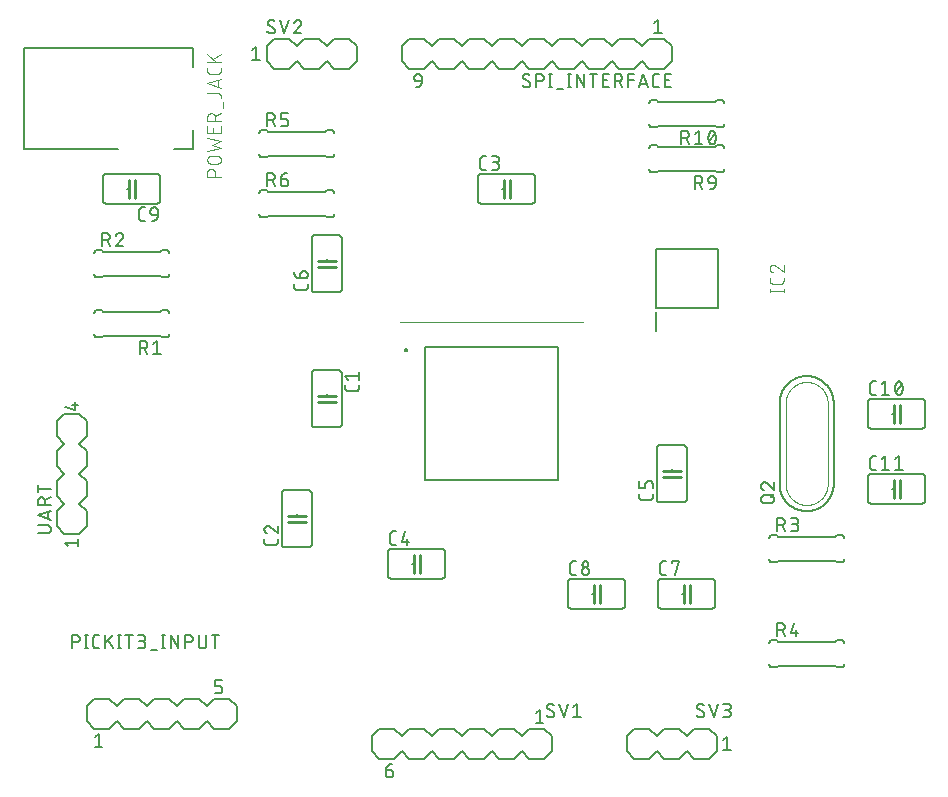
<source format=gbr>
G04 EAGLE Gerber RS-274X export*
G75*
%MOMM*%
%FSLAX34Y34*%
%LPD*%
%INSilkscreen Top*%
%IPPOS*%
%AMOC8*
5,1,8,0,0,1.08239X$1,22.5*%
G01*
%ADD10C,0.152400*%
%ADD11C,0.254000*%
%ADD12C,0.127000*%
%ADD13C,0.050000*%
%ADD14C,0.200000*%
%ADD15C,0.101600*%
%ADD16C,0.203200*%
%ADD17C,0.050800*%


D10*
X266700Y262890D02*
X266700Y219710D01*
X241300Y219710D02*
X241300Y262890D01*
X243840Y217170D02*
X264160Y217170D01*
X264160Y265430D02*
X243840Y265430D01*
X266700Y219710D02*
X266698Y219610D01*
X266692Y219511D01*
X266682Y219411D01*
X266669Y219313D01*
X266651Y219214D01*
X266630Y219117D01*
X266605Y219021D01*
X266576Y218925D01*
X266543Y218831D01*
X266507Y218738D01*
X266467Y218647D01*
X266423Y218557D01*
X266376Y218469D01*
X266326Y218383D01*
X266272Y218299D01*
X266215Y218217D01*
X266155Y218138D01*
X266091Y218060D01*
X266025Y217986D01*
X265956Y217914D01*
X265884Y217845D01*
X265810Y217779D01*
X265732Y217715D01*
X265653Y217655D01*
X265571Y217598D01*
X265487Y217544D01*
X265401Y217494D01*
X265313Y217447D01*
X265223Y217403D01*
X265132Y217363D01*
X265039Y217327D01*
X264945Y217294D01*
X264849Y217265D01*
X264753Y217240D01*
X264656Y217219D01*
X264557Y217201D01*
X264459Y217188D01*
X264359Y217178D01*
X264260Y217172D01*
X264160Y217170D01*
X266700Y262890D02*
X266698Y262990D01*
X266692Y263089D01*
X266682Y263189D01*
X266669Y263287D01*
X266651Y263386D01*
X266630Y263483D01*
X266605Y263579D01*
X266576Y263675D01*
X266543Y263769D01*
X266507Y263862D01*
X266467Y263953D01*
X266423Y264043D01*
X266376Y264131D01*
X266326Y264217D01*
X266272Y264301D01*
X266215Y264383D01*
X266155Y264462D01*
X266091Y264540D01*
X266025Y264614D01*
X265956Y264686D01*
X265884Y264755D01*
X265810Y264821D01*
X265732Y264885D01*
X265653Y264945D01*
X265571Y265002D01*
X265487Y265056D01*
X265401Y265106D01*
X265313Y265153D01*
X265223Y265197D01*
X265132Y265237D01*
X265039Y265273D01*
X264945Y265306D01*
X264849Y265335D01*
X264753Y265360D01*
X264656Y265381D01*
X264557Y265399D01*
X264459Y265412D01*
X264359Y265422D01*
X264260Y265428D01*
X264160Y265430D01*
X241300Y219710D02*
X241302Y219610D01*
X241308Y219511D01*
X241318Y219411D01*
X241331Y219313D01*
X241349Y219214D01*
X241370Y219117D01*
X241395Y219021D01*
X241424Y218925D01*
X241457Y218831D01*
X241493Y218738D01*
X241533Y218647D01*
X241577Y218557D01*
X241624Y218469D01*
X241674Y218383D01*
X241728Y218299D01*
X241785Y218217D01*
X241845Y218138D01*
X241909Y218060D01*
X241975Y217986D01*
X242044Y217914D01*
X242116Y217845D01*
X242190Y217779D01*
X242268Y217715D01*
X242347Y217655D01*
X242429Y217598D01*
X242513Y217544D01*
X242599Y217494D01*
X242687Y217447D01*
X242777Y217403D01*
X242868Y217363D01*
X242961Y217327D01*
X243055Y217294D01*
X243151Y217265D01*
X243247Y217240D01*
X243344Y217219D01*
X243443Y217201D01*
X243541Y217188D01*
X243641Y217178D01*
X243740Y217172D01*
X243840Y217170D01*
X241300Y262890D02*
X241302Y262990D01*
X241308Y263089D01*
X241318Y263189D01*
X241331Y263287D01*
X241349Y263386D01*
X241370Y263483D01*
X241395Y263579D01*
X241424Y263675D01*
X241457Y263769D01*
X241493Y263862D01*
X241533Y263953D01*
X241577Y264043D01*
X241624Y264131D01*
X241674Y264217D01*
X241728Y264301D01*
X241785Y264383D01*
X241845Y264462D01*
X241909Y264540D01*
X241975Y264614D01*
X242044Y264686D01*
X242116Y264755D01*
X242190Y264821D01*
X242268Y264885D01*
X242347Y264945D01*
X242429Y265002D01*
X242513Y265056D01*
X242599Y265106D01*
X242687Y265153D01*
X242777Y265197D01*
X242868Y265237D01*
X242961Y265273D01*
X243055Y265306D01*
X243151Y265335D01*
X243247Y265360D01*
X243344Y265381D01*
X243443Y265399D01*
X243541Y265412D01*
X243641Y265422D01*
X243740Y265428D01*
X243840Y265430D01*
X254000Y238760D02*
X254000Y237490D01*
D11*
X254000Y238760D02*
X261620Y238760D01*
X254000Y238760D02*
X246380Y238760D01*
X254000Y243840D02*
X261620Y243840D01*
X254000Y243840D02*
X246380Y243840D01*
D10*
X254000Y243840D02*
X254000Y245110D01*
D12*
X281305Y250153D02*
X281305Y252693D01*
X281305Y250153D02*
X281303Y250053D01*
X281297Y249954D01*
X281287Y249854D01*
X281274Y249756D01*
X281256Y249657D01*
X281235Y249560D01*
X281210Y249464D01*
X281181Y249368D01*
X281148Y249274D01*
X281112Y249181D01*
X281072Y249090D01*
X281028Y249000D01*
X280981Y248912D01*
X280931Y248826D01*
X280877Y248742D01*
X280820Y248660D01*
X280760Y248581D01*
X280696Y248503D01*
X280630Y248429D01*
X280561Y248357D01*
X280489Y248288D01*
X280415Y248222D01*
X280337Y248158D01*
X280258Y248098D01*
X280176Y248041D01*
X280092Y247987D01*
X280006Y247937D01*
X279918Y247890D01*
X279828Y247846D01*
X279737Y247806D01*
X279644Y247770D01*
X279550Y247737D01*
X279454Y247708D01*
X279358Y247683D01*
X279261Y247662D01*
X279162Y247644D01*
X279064Y247631D01*
X278964Y247621D01*
X278865Y247615D01*
X278765Y247613D01*
X272415Y247613D01*
X272315Y247615D01*
X272216Y247621D01*
X272116Y247631D01*
X272018Y247644D01*
X271919Y247662D01*
X271822Y247683D01*
X271726Y247708D01*
X271630Y247737D01*
X271536Y247770D01*
X271443Y247806D01*
X271352Y247846D01*
X271262Y247890D01*
X271174Y247937D01*
X271088Y247987D01*
X271004Y248041D01*
X270922Y248098D01*
X270843Y248158D01*
X270765Y248222D01*
X270691Y248288D01*
X270619Y248357D01*
X270550Y248429D01*
X270484Y248503D01*
X270420Y248581D01*
X270360Y248660D01*
X270303Y248742D01*
X270249Y248826D01*
X270199Y248912D01*
X270152Y249000D01*
X270108Y249090D01*
X270068Y249181D01*
X270032Y249274D01*
X269999Y249368D01*
X269970Y249464D01*
X269945Y249560D01*
X269924Y249657D01*
X269906Y249756D01*
X269893Y249854D01*
X269883Y249954D01*
X269877Y250053D01*
X269875Y250153D01*
X269875Y252693D01*
X272415Y257175D02*
X269875Y260350D01*
X281305Y260350D01*
X281305Y257175D02*
X281305Y263525D01*
D10*
X215900Y161290D02*
X215900Y118110D01*
X241300Y118110D02*
X241300Y161290D01*
X238760Y163830D02*
X218440Y163830D01*
X218440Y115570D02*
X238760Y115570D01*
X215900Y161290D02*
X215902Y161390D01*
X215908Y161489D01*
X215918Y161589D01*
X215931Y161687D01*
X215949Y161786D01*
X215970Y161883D01*
X215995Y161979D01*
X216024Y162075D01*
X216057Y162169D01*
X216093Y162262D01*
X216133Y162353D01*
X216177Y162443D01*
X216224Y162531D01*
X216274Y162617D01*
X216328Y162701D01*
X216385Y162783D01*
X216445Y162862D01*
X216509Y162940D01*
X216575Y163014D01*
X216644Y163086D01*
X216716Y163155D01*
X216790Y163221D01*
X216868Y163285D01*
X216947Y163345D01*
X217029Y163402D01*
X217113Y163456D01*
X217199Y163506D01*
X217287Y163553D01*
X217377Y163597D01*
X217468Y163637D01*
X217561Y163673D01*
X217655Y163706D01*
X217751Y163735D01*
X217847Y163760D01*
X217944Y163781D01*
X218043Y163799D01*
X218141Y163812D01*
X218241Y163822D01*
X218340Y163828D01*
X218440Y163830D01*
X215900Y118110D02*
X215902Y118010D01*
X215908Y117911D01*
X215918Y117811D01*
X215931Y117713D01*
X215949Y117614D01*
X215970Y117517D01*
X215995Y117421D01*
X216024Y117325D01*
X216057Y117231D01*
X216093Y117138D01*
X216133Y117047D01*
X216177Y116957D01*
X216224Y116869D01*
X216274Y116783D01*
X216328Y116699D01*
X216385Y116617D01*
X216445Y116538D01*
X216509Y116460D01*
X216575Y116386D01*
X216644Y116314D01*
X216716Y116245D01*
X216790Y116179D01*
X216868Y116115D01*
X216947Y116055D01*
X217029Y115998D01*
X217113Y115944D01*
X217199Y115894D01*
X217287Y115847D01*
X217377Y115803D01*
X217468Y115763D01*
X217561Y115727D01*
X217655Y115694D01*
X217751Y115665D01*
X217847Y115640D01*
X217944Y115619D01*
X218043Y115601D01*
X218141Y115588D01*
X218241Y115578D01*
X218340Y115572D01*
X218440Y115570D01*
X241300Y161290D02*
X241298Y161390D01*
X241292Y161489D01*
X241282Y161589D01*
X241269Y161687D01*
X241251Y161786D01*
X241230Y161883D01*
X241205Y161979D01*
X241176Y162075D01*
X241143Y162169D01*
X241107Y162262D01*
X241067Y162353D01*
X241023Y162443D01*
X240976Y162531D01*
X240926Y162617D01*
X240872Y162701D01*
X240815Y162783D01*
X240755Y162862D01*
X240691Y162940D01*
X240625Y163014D01*
X240556Y163086D01*
X240484Y163155D01*
X240410Y163221D01*
X240332Y163285D01*
X240253Y163345D01*
X240171Y163402D01*
X240087Y163456D01*
X240001Y163506D01*
X239913Y163553D01*
X239823Y163597D01*
X239732Y163637D01*
X239639Y163673D01*
X239545Y163706D01*
X239449Y163735D01*
X239353Y163760D01*
X239256Y163781D01*
X239157Y163799D01*
X239059Y163812D01*
X238959Y163822D01*
X238860Y163828D01*
X238760Y163830D01*
X241300Y118110D02*
X241298Y118010D01*
X241292Y117911D01*
X241282Y117811D01*
X241269Y117713D01*
X241251Y117614D01*
X241230Y117517D01*
X241205Y117421D01*
X241176Y117325D01*
X241143Y117231D01*
X241107Y117138D01*
X241067Y117047D01*
X241023Y116957D01*
X240976Y116869D01*
X240926Y116783D01*
X240872Y116699D01*
X240815Y116617D01*
X240755Y116538D01*
X240691Y116460D01*
X240625Y116386D01*
X240556Y116314D01*
X240484Y116245D01*
X240410Y116179D01*
X240332Y116115D01*
X240253Y116055D01*
X240171Y115998D01*
X240087Y115944D01*
X240001Y115894D01*
X239913Y115847D01*
X239823Y115803D01*
X239732Y115763D01*
X239639Y115727D01*
X239545Y115694D01*
X239449Y115665D01*
X239353Y115640D01*
X239256Y115619D01*
X239157Y115601D01*
X239059Y115588D01*
X238959Y115578D01*
X238860Y115572D01*
X238760Y115570D01*
X228600Y142240D02*
X228600Y143510D01*
D11*
X228600Y142240D02*
X220980Y142240D01*
X228600Y142240D02*
X236220Y142240D01*
X228600Y137160D02*
X220980Y137160D01*
X228600Y137160D02*
X236220Y137160D01*
D10*
X228600Y137160D02*
X228600Y135890D01*
D12*
X212725Y122555D02*
X212725Y120015D01*
X212723Y119915D01*
X212717Y119816D01*
X212707Y119716D01*
X212694Y119618D01*
X212676Y119519D01*
X212655Y119422D01*
X212630Y119326D01*
X212601Y119230D01*
X212568Y119136D01*
X212532Y119043D01*
X212492Y118952D01*
X212448Y118862D01*
X212401Y118774D01*
X212351Y118688D01*
X212297Y118604D01*
X212240Y118522D01*
X212180Y118443D01*
X212116Y118365D01*
X212050Y118291D01*
X211981Y118219D01*
X211909Y118150D01*
X211835Y118084D01*
X211757Y118020D01*
X211678Y117960D01*
X211596Y117903D01*
X211512Y117849D01*
X211426Y117799D01*
X211338Y117752D01*
X211248Y117708D01*
X211157Y117668D01*
X211064Y117632D01*
X210970Y117599D01*
X210874Y117570D01*
X210778Y117545D01*
X210681Y117524D01*
X210582Y117506D01*
X210484Y117493D01*
X210384Y117483D01*
X210285Y117477D01*
X210185Y117475D01*
X203835Y117475D01*
X203735Y117477D01*
X203636Y117483D01*
X203536Y117493D01*
X203438Y117506D01*
X203339Y117524D01*
X203242Y117545D01*
X203146Y117570D01*
X203050Y117599D01*
X202956Y117632D01*
X202863Y117668D01*
X202772Y117708D01*
X202682Y117752D01*
X202594Y117799D01*
X202508Y117849D01*
X202424Y117903D01*
X202342Y117960D01*
X202263Y118020D01*
X202185Y118084D01*
X202111Y118150D01*
X202039Y118219D01*
X201970Y118291D01*
X201904Y118365D01*
X201840Y118443D01*
X201780Y118522D01*
X201723Y118604D01*
X201669Y118688D01*
X201619Y118774D01*
X201572Y118862D01*
X201528Y118952D01*
X201488Y119043D01*
X201452Y119136D01*
X201419Y119230D01*
X201390Y119326D01*
X201365Y119422D01*
X201344Y119519D01*
X201326Y119618D01*
X201313Y119716D01*
X201303Y119816D01*
X201297Y119915D01*
X201295Y120015D01*
X201295Y122555D01*
X201295Y130530D02*
X201297Y130634D01*
X201303Y130739D01*
X201312Y130843D01*
X201325Y130946D01*
X201343Y131049D01*
X201363Y131151D01*
X201388Y131253D01*
X201416Y131353D01*
X201448Y131453D01*
X201484Y131551D01*
X201523Y131648D01*
X201565Y131743D01*
X201611Y131837D01*
X201661Y131929D01*
X201713Y132019D01*
X201769Y132107D01*
X201829Y132193D01*
X201891Y132277D01*
X201956Y132358D01*
X202024Y132437D01*
X202096Y132514D01*
X202169Y132587D01*
X202246Y132659D01*
X202325Y132727D01*
X202406Y132792D01*
X202490Y132854D01*
X202576Y132914D01*
X202664Y132970D01*
X202754Y133022D01*
X202846Y133072D01*
X202940Y133118D01*
X203035Y133160D01*
X203132Y133199D01*
X203230Y133235D01*
X203330Y133267D01*
X203430Y133295D01*
X203532Y133320D01*
X203634Y133340D01*
X203737Y133358D01*
X203840Y133371D01*
X203944Y133380D01*
X204049Y133386D01*
X204153Y133388D01*
X201295Y130530D02*
X201297Y130412D01*
X201303Y130293D01*
X201312Y130175D01*
X201325Y130058D01*
X201343Y129941D01*
X201363Y129824D01*
X201388Y129708D01*
X201416Y129593D01*
X201449Y129480D01*
X201484Y129367D01*
X201524Y129255D01*
X201566Y129145D01*
X201613Y129036D01*
X201663Y128928D01*
X201716Y128823D01*
X201773Y128719D01*
X201833Y128617D01*
X201896Y128517D01*
X201963Y128419D01*
X202032Y128323D01*
X202105Y128230D01*
X202181Y128139D01*
X202259Y128050D01*
X202341Y127964D01*
X202425Y127881D01*
X202511Y127800D01*
X202601Y127723D01*
X202692Y127648D01*
X202786Y127576D01*
X202883Y127507D01*
X202981Y127442D01*
X203082Y127379D01*
X203185Y127320D01*
X203289Y127264D01*
X203395Y127212D01*
X203503Y127163D01*
X203612Y127118D01*
X203723Y127076D01*
X203835Y127038D01*
X206375Y132435D02*
X206300Y132511D01*
X206221Y132586D01*
X206140Y132657D01*
X206056Y132726D01*
X205970Y132791D01*
X205882Y132853D01*
X205792Y132913D01*
X205700Y132969D01*
X205605Y133022D01*
X205509Y133071D01*
X205411Y133117D01*
X205312Y133160D01*
X205211Y133199D01*
X205109Y133234D01*
X205006Y133266D01*
X204902Y133294D01*
X204797Y133319D01*
X204690Y133340D01*
X204584Y133357D01*
X204477Y133370D01*
X204369Y133379D01*
X204261Y133385D01*
X204153Y133387D01*
X206375Y132435D02*
X212725Y127037D01*
X212725Y133387D01*
D10*
X384810Y431800D02*
X427990Y431800D01*
X427990Y406400D02*
X384810Y406400D01*
X430530Y408940D02*
X430530Y429260D01*
X382270Y429260D02*
X382270Y408940D01*
X427990Y431800D02*
X428090Y431798D01*
X428189Y431792D01*
X428289Y431782D01*
X428387Y431769D01*
X428486Y431751D01*
X428583Y431730D01*
X428679Y431705D01*
X428775Y431676D01*
X428869Y431643D01*
X428962Y431607D01*
X429053Y431567D01*
X429143Y431523D01*
X429231Y431476D01*
X429317Y431426D01*
X429401Y431372D01*
X429483Y431315D01*
X429562Y431255D01*
X429640Y431191D01*
X429714Y431125D01*
X429786Y431056D01*
X429855Y430984D01*
X429921Y430910D01*
X429985Y430832D01*
X430045Y430753D01*
X430102Y430671D01*
X430156Y430587D01*
X430206Y430501D01*
X430253Y430413D01*
X430297Y430323D01*
X430337Y430232D01*
X430373Y430139D01*
X430406Y430045D01*
X430435Y429949D01*
X430460Y429853D01*
X430481Y429756D01*
X430499Y429657D01*
X430512Y429559D01*
X430522Y429459D01*
X430528Y429360D01*
X430530Y429260D01*
X384810Y431800D02*
X384710Y431798D01*
X384611Y431792D01*
X384511Y431782D01*
X384413Y431769D01*
X384314Y431751D01*
X384217Y431730D01*
X384121Y431705D01*
X384025Y431676D01*
X383931Y431643D01*
X383838Y431607D01*
X383747Y431567D01*
X383657Y431523D01*
X383569Y431476D01*
X383483Y431426D01*
X383399Y431372D01*
X383317Y431315D01*
X383238Y431255D01*
X383160Y431191D01*
X383086Y431125D01*
X383014Y431056D01*
X382945Y430984D01*
X382879Y430910D01*
X382815Y430832D01*
X382755Y430753D01*
X382698Y430671D01*
X382644Y430587D01*
X382594Y430501D01*
X382547Y430413D01*
X382503Y430323D01*
X382463Y430232D01*
X382427Y430139D01*
X382394Y430045D01*
X382365Y429949D01*
X382340Y429853D01*
X382319Y429756D01*
X382301Y429657D01*
X382288Y429559D01*
X382278Y429459D01*
X382272Y429360D01*
X382270Y429260D01*
X427990Y406400D02*
X428090Y406402D01*
X428189Y406408D01*
X428289Y406418D01*
X428387Y406431D01*
X428486Y406449D01*
X428583Y406470D01*
X428679Y406495D01*
X428775Y406524D01*
X428869Y406557D01*
X428962Y406593D01*
X429053Y406633D01*
X429143Y406677D01*
X429231Y406724D01*
X429317Y406774D01*
X429401Y406828D01*
X429483Y406885D01*
X429562Y406945D01*
X429640Y407009D01*
X429714Y407075D01*
X429786Y407144D01*
X429855Y407216D01*
X429921Y407290D01*
X429985Y407368D01*
X430045Y407447D01*
X430102Y407529D01*
X430156Y407613D01*
X430206Y407699D01*
X430253Y407787D01*
X430297Y407877D01*
X430337Y407968D01*
X430373Y408061D01*
X430406Y408155D01*
X430435Y408251D01*
X430460Y408347D01*
X430481Y408444D01*
X430499Y408543D01*
X430512Y408641D01*
X430522Y408741D01*
X430528Y408840D01*
X430530Y408940D01*
X384810Y406400D02*
X384710Y406402D01*
X384611Y406408D01*
X384511Y406418D01*
X384413Y406431D01*
X384314Y406449D01*
X384217Y406470D01*
X384121Y406495D01*
X384025Y406524D01*
X383931Y406557D01*
X383838Y406593D01*
X383747Y406633D01*
X383657Y406677D01*
X383569Y406724D01*
X383483Y406774D01*
X383399Y406828D01*
X383317Y406885D01*
X383238Y406945D01*
X383160Y407009D01*
X383086Y407075D01*
X383014Y407144D01*
X382945Y407216D01*
X382879Y407290D01*
X382815Y407368D01*
X382755Y407447D01*
X382698Y407529D01*
X382644Y407613D01*
X382594Y407699D01*
X382547Y407787D01*
X382503Y407877D01*
X382463Y407968D01*
X382427Y408061D01*
X382394Y408155D01*
X382365Y408251D01*
X382340Y408347D01*
X382319Y408444D01*
X382301Y408543D01*
X382288Y408641D01*
X382278Y408741D01*
X382272Y408840D01*
X382270Y408940D01*
X408940Y419100D02*
X410210Y419100D01*
D11*
X408940Y419100D02*
X408940Y426720D01*
X408940Y419100D02*
X408940Y411480D01*
X403860Y419100D02*
X403860Y426720D01*
X403860Y419100D02*
X403860Y411480D01*
D10*
X403860Y419100D02*
X402590Y419100D01*
D12*
X389255Y434975D02*
X386715Y434975D01*
X386615Y434977D01*
X386516Y434983D01*
X386416Y434993D01*
X386318Y435006D01*
X386219Y435024D01*
X386122Y435045D01*
X386026Y435070D01*
X385930Y435099D01*
X385836Y435132D01*
X385743Y435168D01*
X385652Y435208D01*
X385562Y435252D01*
X385474Y435299D01*
X385388Y435349D01*
X385304Y435403D01*
X385222Y435460D01*
X385143Y435520D01*
X385065Y435584D01*
X384991Y435650D01*
X384919Y435719D01*
X384850Y435791D01*
X384784Y435865D01*
X384720Y435943D01*
X384660Y436022D01*
X384603Y436104D01*
X384549Y436188D01*
X384499Y436274D01*
X384452Y436362D01*
X384408Y436452D01*
X384368Y436543D01*
X384332Y436636D01*
X384299Y436730D01*
X384270Y436826D01*
X384245Y436922D01*
X384224Y437019D01*
X384206Y437118D01*
X384193Y437216D01*
X384183Y437316D01*
X384177Y437415D01*
X384175Y437515D01*
X384175Y443865D01*
X384177Y443965D01*
X384183Y444064D01*
X384193Y444164D01*
X384206Y444262D01*
X384224Y444361D01*
X384245Y444458D01*
X384270Y444554D01*
X384299Y444650D01*
X384332Y444744D01*
X384368Y444837D01*
X384408Y444928D01*
X384452Y445018D01*
X384499Y445106D01*
X384549Y445192D01*
X384603Y445276D01*
X384660Y445358D01*
X384720Y445437D01*
X384784Y445515D01*
X384850Y445589D01*
X384919Y445661D01*
X384991Y445730D01*
X385065Y445796D01*
X385143Y445860D01*
X385222Y445920D01*
X385304Y445977D01*
X385388Y446031D01*
X385474Y446081D01*
X385562Y446128D01*
X385652Y446172D01*
X385743Y446212D01*
X385836Y446248D01*
X385930Y446281D01*
X386026Y446310D01*
X386122Y446335D01*
X386219Y446356D01*
X386318Y446374D01*
X386416Y446387D01*
X386516Y446397D01*
X386615Y446403D01*
X386715Y446405D01*
X389255Y446405D01*
X393737Y434975D02*
X396912Y434975D01*
X397023Y434977D01*
X397133Y434983D01*
X397244Y434992D01*
X397354Y435006D01*
X397463Y435023D01*
X397572Y435044D01*
X397680Y435069D01*
X397787Y435098D01*
X397893Y435130D01*
X397998Y435166D01*
X398101Y435206D01*
X398203Y435249D01*
X398304Y435296D01*
X398403Y435347D01*
X398500Y435400D01*
X398594Y435457D01*
X398687Y435518D01*
X398778Y435581D01*
X398867Y435648D01*
X398953Y435718D01*
X399036Y435791D01*
X399118Y435866D01*
X399196Y435944D01*
X399271Y436026D01*
X399344Y436109D01*
X399414Y436195D01*
X399481Y436284D01*
X399544Y436375D01*
X399605Y436468D01*
X399662Y436562D01*
X399715Y436659D01*
X399766Y436758D01*
X399813Y436859D01*
X399856Y436961D01*
X399896Y437064D01*
X399932Y437169D01*
X399964Y437275D01*
X399993Y437382D01*
X400018Y437490D01*
X400039Y437599D01*
X400056Y437708D01*
X400070Y437818D01*
X400079Y437929D01*
X400085Y438039D01*
X400087Y438150D01*
X400085Y438261D01*
X400079Y438371D01*
X400070Y438482D01*
X400056Y438592D01*
X400039Y438701D01*
X400018Y438810D01*
X399993Y438918D01*
X399964Y439025D01*
X399932Y439131D01*
X399896Y439236D01*
X399856Y439339D01*
X399813Y439441D01*
X399766Y439542D01*
X399715Y439641D01*
X399662Y439737D01*
X399605Y439832D01*
X399544Y439925D01*
X399481Y440016D01*
X399414Y440105D01*
X399344Y440191D01*
X399271Y440274D01*
X399196Y440356D01*
X399118Y440434D01*
X399036Y440509D01*
X398953Y440582D01*
X398867Y440652D01*
X398778Y440719D01*
X398687Y440782D01*
X398594Y440843D01*
X398500Y440900D01*
X398403Y440953D01*
X398304Y441004D01*
X398203Y441051D01*
X398101Y441094D01*
X397998Y441134D01*
X397893Y441170D01*
X397787Y441202D01*
X397680Y441231D01*
X397572Y441256D01*
X397463Y441277D01*
X397354Y441294D01*
X397244Y441308D01*
X397133Y441317D01*
X397023Y441323D01*
X396912Y441325D01*
X397547Y446405D02*
X393737Y446405D01*
X397547Y446405D02*
X397647Y446403D01*
X397746Y446397D01*
X397846Y446387D01*
X397944Y446374D01*
X398043Y446356D01*
X398140Y446335D01*
X398236Y446310D01*
X398332Y446281D01*
X398426Y446248D01*
X398519Y446212D01*
X398610Y446172D01*
X398700Y446128D01*
X398788Y446081D01*
X398874Y446031D01*
X398958Y445977D01*
X399040Y445920D01*
X399119Y445860D01*
X399197Y445796D01*
X399271Y445730D01*
X399343Y445661D01*
X399412Y445589D01*
X399478Y445515D01*
X399542Y445437D01*
X399602Y445358D01*
X399659Y445276D01*
X399713Y445192D01*
X399763Y445106D01*
X399810Y445018D01*
X399854Y444928D01*
X399894Y444837D01*
X399930Y444744D01*
X399963Y444650D01*
X399992Y444554D01*
X400017Y444458D01*
X400038Y444361D01*
X400056Y444262D01*
X400069Y444164D01*
X400079Y444064D01*
X400085Y443965D01*
X400087Y443865D01*
X400085Y443765D01*
X400079Y443666D01*
X400069Y443566D01*
X400056Y443468D01*
X400038Y443369D01*
X400017Y443272D01*
X399992Y443176D01*
X399963Y443080D01*
X399930Y442986D01*
X399894Y442893D01*
X399854Y442802D01*
X399810Y442712D01*
X399763Y442624D01*
X399713Y442538D01*
X399659Y442454D01*
X399602Y442372D01*
X399542Y442293D01*
X399478Y442215D01*
X399412Y442141D01*
X399343Y442069D01*
X399271Y442000D01*
X399197Y441934D01*
X399119Y441870D01*
X399040Y441810D01*
X398958Y441753D01*
X398874Y441699D01*
X398788Y441649D01*
X398700Y441602D01*
X398610Y441558D01*
X398519Y441518D01*
X398426Y441482D01*
X398332Y441449D01*
X398236Y441420D01*
X398140Y441395D01*
X398043Y441374D01*
X397944Y441356D01*
X397846Y441343D01*
X397746Y441333D01*
X397647Y441327D01*
X397547Y441325D01*
X395007Y441325D01*
D10*
X351790Y114300D02*
X308610Y114300D01*
X308610Y88900D02*
X351790Y88900D01*
X354330Y91440D02*
X354330Y111760D01*
X306070Y111760D02*
X306070Y91440D01*
X351790Y114300D02*
X351890Y114298D01*
X351989Y114292D01*
X352089Y114282D01*
X352187Y114269D01*
X352286Y114251D01*
X352383Y114230D01*
X352479Y114205D01*
X352575Y114176D01*
X352669Y114143D01*
X352762Y114107D01*
X352853Y114067D01*
X352943Y114023D01*
X353031Y113976D01*
X353117Y113926D01*
X353201Y113872D01*
X353283Y113815D01*
X353362Y113755D01*
X353440Y113691D01*
X353514Y113625D01*
X353586Y113556D01*
X353655Y113484D01*
X353721Y113410D01*
X353785Y113332D01*
X353845Y113253D01*
X353902Y113171D01*
X353956Y113087D01*
X354006Y113001D01*
X354053Y112913D01*
X354097Y112823D01*
X354137Y112732D01*
X354173Y112639D01*
X354206Y112545D01*
X354235Y112449D01*
X354260Y112353D01*
X354281Y112256D01*
X354299Y112157D01*
X354312Y112059D01*
X354322Y111959D01*
X354328Y111860D01*
X354330Y111760D01*
X308610Y114300D02*
X308510Y114298D01*
X308411Y114292D01*
X308311Y114282D01*
X308213Y114269D01*
X308114Y114251D01*
X308017Y114230D01*
X307921Y114205D01*
X307825Y114176D01*
X307731Y114143D01*
X307638Y114107D01*
X307547Y114067D01*
X307457Y114023D01*
X307369Y113976D01*
X307283Y113926D01*
X307199Y113872D01*
X307117Y113815D01*
X307038Y113755D01*
X306960Y113691D01*
X306886Y113625D01*
X306814Y113556D01*
X306745Y113484D01*
X306679Y113410D01*
X306615Y113332D01*
X306555Y113253D01*
X306498Y113171D01*
X306444Y113087D01*
X306394Y113001D01*
X306347Y112913D01*
X306303Y112823D01*
X306263Y112732D01*
X306227Y112639D01*
X306194Y112545D01*
X306165Y112449D01*
X306140Y112353D01*
X306119Y112256D01*
X306101Y112157D01*
X306088Y112059D01*
X306078Y111959D01*
X306072Y111860D01*
X306070Y111760D01*
X351790Y88900D02*
X351890Y88902D01*
X351989Y88908D01*
X352089Y88918D01*
X352187Y88931D01*
X352286Y88949D01*
X352383Y88970D01*
X352479Y88995D01*
X352575Y89024D01*
X352669Y89057D01*
X352762Y89093D01*
X352853Y89133D01*
X352943Y89177D01*
X353031Y89224D01*
X353117Y89274D01*
X353201Y89328D01*
X353283Y89385D01*
X353362Y89445D01*
X353440Y89509D01*
X353514Y89575D01*
X353586Y89644D01*
X353655Y89716D01*
X353721Y89790D01*
X353785Y89868D01*
X353845Y89947D01*
X353902Y90029D01*
X353956Y90113D01*
X354006Y90199D01*
X354053Y90287D01*
X354097Y90377D01*
X354137Y90468D01*
X354173Y90561D01*
X354206Y90655D01*
X354235Y90751D01*
X354260Y90847D01*
X354281Y90944D01*
X354299Y91043D01*
X354312Y91141D01*
X354322Y91241D01*
X354328Y91340D01*
X354330Y91440D01*
X308610Y88900D02*
X308510Y88902D01*
X308411Y88908D01*
X308311Y88918D01*
X308213Y88931D01*
X308114Y88949D01*
X308017Y88970D01*
X307921Y88995D01*
X307825Y89024D01*
X307731Y89057D01*
X307638Y89093D01*
X307547Y89133D01*
X307457Y89177D01*
X307369Y89224D01*
X307283Y89274D01*
X307199Y89328D01*
X307117Y89385D01*
X307038Y89445D01*
X306960Y89509D01*
X306886Y89575D01*
X306814Y89644D01*
X306745Y89716D01*
X306679Y89790D01*
X306615Y89868D01*
X306555Y89947D01*
X306498Y90029D01*
X306444Y90113D01*
X306394Y90199D01*
X306347Y90287D01*
X306303Y90377D01*
X306263Y90468D01*
X306227Y90561D01*
X306194Y90655D01*
X306165Y90751D01*
X306140Y90847D01*
X306119Y90944D01*
X306101Y91043D01*
X306088Y91141D01*
X306078Y91241D01*
X306072Y91340D01*
X306070Y91440D01*
X332740Y101600D02*
X334010Y101600D01*
D11*
X332740Y101600D02*
X332740Y109220D01*
X332740Y101600D02*
X332740Y93980D01*
X327660Y101600D02*
X327660Y109220D01*
X327660Y101600D02*
X327660Y93980D01*
D10*
X327660Y101600D02*
X326390Y101600D01*
D12*
X313055Y117475D02*
X310515Y117475D01*
X310415Y117477D01*
X310316Y117483D01*
X310216Y117493D01*
X310118Y117506D01*
X310019Y117524D01*
X309922Y117545D01*
X309826Y117570D01*
X309730Y117599D01*
X309636Y117632D01*
X309543Y117668D01*
X309452Y117708D01*
X309362Y117752D01*
X309274Y117799D01*
X309188Y117849D01*
X309104Y117903D01*
X309022Y117960D01*
X308943Y118020D01*
X308865Y118084D01*
X308791Y118150D01*
X308719Y118219D01*
X308650Y118291D01*
X308584Y118365D01*
X308520Y118443D01*
X308460Y118522D01*
X308403Y118604D01*
X308349Y118688D01*
X308299Y118774D01*
X308252Y118862D01*
X308208Y118952D01*
X308168Y119043D01*
X308132Y119136D01*
X308099Y119230D01*
X308070Y119326D01*
X308045Y119422D01*
X308024Y119519D01*
X308006Y119618D01*
X307993Y119716D01*
X307983Y119816D01*
X307977Y119915D01*
X307975Y120015D01*
X307975Y126365D01*
X307977Y126465D01*
X307983Y126564D01*
X307993Y126664D01*
X308006Y126762D01*
X308024Y126861D01*
X308045Y126958D01*
X308070Y127054D01*
X308099Y127150D01*
X308132Y127244D01*
X308168Y127337D01*
X308208Y127428D01*
X308252Y127518D01*
X308299Y127606D01*
X308349Y127692D01*
X308403Y127776D01*
X308460Y127858D01*
X308520Y127937D01*
X308584Y128015D01*
X308650Y128089D01*
X308719Y128161D01*
X308791Y128230D01*
X308865Y128296D01*
X308943Y128360D01*
X309022Y128420D01*
X309104Y128477D01*
X309188Y128531D01*
X309274Y128581D01*
X309362Y128628D01*
X309452Y128672D01*
X309543Y128712D01*
X309636Y128748D01*
X309730Y128781D01*
X309826Y128810D01*
X309922Y128835D01*
X310019Y128856D01*
X310118Y128874D01*
X310216Y128887D01*
X310316Y128897D01*
X310415Y128903D01*
X310515Y128905D01*
X313055Y128905D01*
X320077Y128905D02*
X317537Y120015D01*
X323887Y120015D01*
X321982Y122555D02*
X321982Y117475D01*
D10*
X533400Y156210D02*
X533400Y199390D01*
X558800Y199390D02*
X558800Y156210D01*
X556260Y201930D02*
X535940Y201930D01*
X535940Y153670D02*
X556260Y153670D01*
X533400Y199390D02*
X533402Y199490D01*
X533408Y199589D01*
X533418Y199689D01*
X533431Y199787D01*
X533449Y199886D01*
X533470Y199983D01*
X533495Y200079D01*
X533524Y200175D01*
X533557Y200269D01*
X533593Y200362D01*
X533633Y200453D01*
X533677Y200543D01*
X533724Y200631D01*
X533774Y200717D01*
X533828Y200801D01*
X533885Y200883D01*
X533945Y200962D01*
X534009Y201040D01*
X534075Y201114D01*
X534144Y201186D01*
X534216Y201255D01*
X534290Y201321D01*
X534368Y201385D01*
X534447Y201445D01*
X534529Y201502D01*
X534613Y201556D01*
X534699Y201606D01*
X534787Y201653D01*
X534877Y201697D01*
X534968Y201737D01*
X535061Y201773D01*
X535155Y201806D01*
X535251Y201835D01*
X535347Y201860D01*
X535444Y201881D01*
X535543Y201899D01*
X535641Y201912D01*
X535741Y201922D01*
X535840Y201928D01*
X535940Y201930D01*
X533400Y156210D02*
X533402Y156110D01*
X533408Y156011D01*
X533418Y155911D01*
X533431Y155813D01*
X533449Y155714D01*
X533470Y155617D01*
X533495Y155521D01*
X533524Y155425D01*
X533557Y155331D01*
X533593Y155238D01*
X533633Y155147D01*
X533677Y155057D01*
X533724Y154969D01*
X533774Y154883D01*
X533828Y154799D01*
X533885Y154717D01*
X533945Y154638D01*
X534009Y154560D01*
X534075Y154486D01*
X534144Y154414D01*
X534216Y154345D01*
X534290Y154279D01*
X534368Y154215D01*
X534447Y154155D01*
X534529Y154098D01*
X534613Y154044D01*
X534699Y153994D01*
X534787Y153947D01*
X534877Y153903D01*
X534968Y153863D01*
X535061Y153827D01*
X535155Y153794D01*
X535251Y153765D01*
X535347Y153740D01*
X535444Y153719D01*
X535543Y153701D01*
X535641Y153688D01*
X535741Y153678D01*
X535840Y153672D01*
X535940Y153670D01*
X558800Y199390D02*
X558798Y199490D01*
X558792Y199589D01*
X558782Y199689D01*
X558769Y199787D01*
X558751Y199886D01*
X558730Y199983D01*
X558705Y200079D01*
X558676Y200175D01*
X558643Y200269D01*
X558607Y200362D01*
X558567Y200453D01*
X558523Y200543D01*
X558476Y200631D01*
X558426Y200717D01*
X558372Y200801D01*
X558315Y200883D01*
X558255Y200962D01*
X558191Y201040D01*
X558125Y201114D01*
X558056Y201186D01*
X557984Y201255D01*
X557910Y201321D01*
X557832Y201385D01*
X557753Y201445D01*
X557671Y201502D01*
X557587Y201556D01*
X557501Y201606D01*
X557413Y201653D01*
X557323Y201697D01*
X557232Y201737D01*
X557139Y201773D01*
X557045Y201806D01*
X556949Y201835D01*
X556853Y201860D01*
X556756Y201881D01*
X556657Y201899D01*
X556559Y201912D01*
X556459Y201922D01*
X556360Y201928D01*
X556260Y201930D01*
X558800Y156210D02*
X558798Y156110D01*
X558792Y156011D01*
X558782Y155911D01*
X558769Y155813D01*
X558751Y155714D01*
X558730Y155617D01*
X558705Y155521D01*
X558676Y155425D01*
X558643Y155331D01*
X558607Y155238D01*
X558567Y155147D01*
X558523Y155057D01*
X558476Y154969D01*
X558426Y154883D01*
X558372Y154799D01*
X558315Y154717D01*
X558255Y154638D01*
X558191Y154560D01*
X558125Y154486D01*
X558056Y154414D01*
X557984Y154345D01*
X557910Y154279D01*
X557832Y154215D01*
X557753Y154155D01*
X557671Y154098D01*
X557587Y154044D01*
X557501Y153994D01*
X557413Y153947D01*
X557323Y153903D01*
X557232Y153863D01*
X557139Y153827D01*
X557045Y153794D01*
X556949Y153765D01*
X556853Y153740D01*
X556756Y153719D01*
X556657Y153701D01*
X556559Y153688D01*
X556459Y153678D01*
X556360Y153672D01*
X556260Y153670D01*
X546100Y180340D02*
X546100Y181610D01*
D11*
X546100Y180340D02*
X538480Y180340D01*
X546100Y180340D02*
X553720Y180340D01*
X546100Y175260D02*
X538480Y175260D01*
X546100Y175260D02*
X553720Y175260D01*
D10*
X546100Y175260D02*
X546100Y173990D01*
D12*
X530225Y160655D02*
X530225Y158115D01*
X530223Y158015D01*
X530217Y157916D01*
X530207Y157816D01*
X530194Y157718D01*
X530176Y157619D01*
X530155Y157522D01*
X530130Y157426D01*
X530101Y157330D01*
X530068Y157236D01*
X530032Y157143D01*
X529992Y157052D01*
X529948Y156962D01*
X529901Y156874D01*
X529851Y156788D01*
X529797Y156704D01*
X529740Y156622D01*
X529680Y156543D01*
X529616Y156465D01*
X529550Y156391D01*
X529481Y156319D01*
X529409Y156250D01*
X529335Y156184D01*
X529257Y156120D01*
X529178Y156060D01*
X529096Y156003D01*
X529012Y155949D01*
X528926Y155899D01*
X528838Y155852D01*
X528748Y155808D01*
X528657Y155768D01*
X528564Y155732D01*
X528470Y155699D01*
X528374Y155670D01*
X528278Y155645D01*
X528181Y155624D01*
X528082Y155606D01*
X527984Y155593D01*
X527884Y155583D01*
X527785Y155577D01*
X527685Y155575D01*
X521335Y155575D01*
X521235Y155577D01*
X521136Y155583D01*
X521036Y155593D01*
X520938Y155606D01*
X520839Y155624D01*
X520742Y155645D01*
X520646Y155670D01*
X520550Y155699D01*
X520456Y155732D01*
X520363Y155768D01*
X520272Y155808D01*
X520182Y155852D01*
X520094Y155899D01*
X520008Y155949D01*
X519924Y156003D01*
X519842Y156060D01*
X519763Y156120D01*
X519685Y156184D01*
X519611Y156250D01*
X519539Y156319D01*
X519470Y156391D01*
X519404Y156465D01*
X519340Y156543D01*
X519280Y156622D01*
X519223Y156704D01*
X519169Y156788D01*
X519119Y156874D01*
X519072Y156962D01*
X519028Y157052D01*
X518988Y157143D01*
X518952Y157236D01*
X518919Y157330D01*
X518890Y157426D01*
X518865Y157522D01*
X518844Y157619D01*
X518826Y157718D01*
X518813Y157816D01*
X518803Y157916D01*
X518797Y158015D01*
X518795Y158115D01*
X518795Y160655D01*
X530225Y165137D02*
X530225Y168947D01*
X530223Y169047D01*
X530217Y169146D01*
X530207Y169246D01*
X530194Y169344D01*
X530176Y169443D01*
X530155Y169540D01*
X530130Y169636D01*
X530101Y169732D01*
X530068Y169826D01*
X530032Y169919D01*
X529992Y170010D01*
X529948Y170100D01*
X529901Y170188D01*
X529851Y170274D01*
X529797Y170358D01*
X529740Y170440D01*
X529680Y170519D01*
X529616Y170597D01*
X529550Y170671D01*
X529481Y170743D01*
X529409Y170812D01*
X529335Y170878D01*
X529257Y170942D01*
X529178Y171002D01*
X529096Y171059D01*
X529012Y171113D01*
X528926Y171163D01*
X528838Y171210D01*
X528748Y171254D01*
X528657Y171294D01*
X528564Y171330D01*
X528470Y171363D01*
X528374Y171392D01*
X528278Y171417D01*
X528181Y171438D01*
X528082Y171456D01*
X527984Y171469D01*
X527884Y171479D01*
X527785Y171485D01*
X527685Y171487D01*
X526415Y171487D01*
X526315Y171485D01*
X526216Y171479D01*
X526116Y171469D01*
X526018Y171456D01*
X525919Y171438D01*
X525822Y171417D01*
X525726Y171392D01*
X525630Y171363D01*
X525536Y171330D01*
X525443Y171294D01*
X525352Y171254D01*
X525262Y171210D01*
X525174Y171163D01*
X525088Y171113D01*
X525004Y171059D01*
X524922Y171002D01*
X524843Y170942D01*
X524765Y170878D01*
X524691Y170812D01*
X524619Y170743D01*
X524550Y170671D01*
X524484Y170597D01*
X524420Y170519D01*
X524360Y170440D01*
X524303Y170358D01*
X524249Y170274D01*
X524199Y170188D01*
X524152Y170100D01*
X524108Y170010D01*
X524068Y169919D01*
X524032Y169826D01*
X523999Y169732D01*
X523970Y169636D01*
X523945Y169540D01*
X523924Y169443D01*
X523906Y169344D01*
X523893Y169246D01*
X523883Y169146D01*
X523877Y169047D01*
X523875Y168947D01*
X523875Y165137D01*
X518795Y165137D01*
X518795Y171487D01*
D10*
X241300Y334010D02*
X241300Y377190D01*
X266700Y377190D02*
X266700Y334010D01*
X264160Y379730D02*
X243840Y379730D01*
X243840Y331470D02*
X264160Y331470D01*
X241300Y377190D02*
X241302Y377290D01*
X241308Y377389D01*
X241318Y377489D01*
X241331Y377587D01*
X241349Y377686D01*
X241370Y377783D01*
X241395Y377879D01*
X241424Y377975D01*
X241457Y378069D01*
X241493Y378162D01*
X241533Y378253D01*
X241577Y378343D01*
X241624Y378431D01*
X241674Y378517D01*
X241728Y378601D01*
X241785Y378683D01*
X241845Y378762D01*
X241909Y378840D01*
X241975Y378914D01*
X242044Y378986D01*
X242116Y379055D01*
X242190Y379121D01*
X242268Y379185D01*
X242347Y379245D01*
X242429Y379302D01*
X242513Y379356D01*
X242599Y379406D01*
X242687Y379453D01*
X242777Y379497D01*
X242868Y379537D01*
X242961Y379573D01*
X243055Y379606D01*
X243151Y379635D01*
X243247Y379660D01*
X243344Y379681D01*
X243443Y379699D01*
X243541Y379712D01*
X243641Y379722D01*
X243740Y379728D01*
X243840Y379730D01*
X241300Y334010D02*
X241302Y333910D01*
X241308Y333811D01*
X241318Y333711D01*
X241331Y333613D01*
X241349Y333514D01*
X241370Y333417D01*
X241395Y333321D01*
X241424Y333225D01*
X241457Y333131D01*
X241493Y333038D01*
X241533Y332947D01*
X241577Y332857D01*
X241624Y332769D01*
X241674Y332683D01*
X241728Y332599D01*
X241785Y332517D01*
X241845Y332438D01*
X241909Y332360D01*
X241975Y332286D01*
X242044Y332214D01*
X242116Y332145D01*
X242190Y332079D01*
X242268Y332015D01*
X242347Y331955D01*
X242429Y331898D01*
X242513Y331844D01*
X242599Y331794D01*
X242687Y331747D01*
X242777Y331703D01*
X242868Y331663D01*
X242961Y331627D01*
X243055Y331594D01*
X243151Y331565D01*
X243247Y331540D01*
X243344Y331519D01*
X243443Y331501D01*
X243541Y331488D01*
X243641Y331478D01*
X243740Y331472D01*
X243840Y331470D01*
X266700Y377190D02*
X266698Y377290D01*
X266692Y377389D01*
X266682Y377489D01*
X266669Y377587D01*
X266651Y377686D01*
X266630Y377783D01*
X266605Y377879D01*
X266576Y377975D01*
X266543Y378069D01*
X266507Y378162D01*
X266467Y378253D01*
X266423Y378343D01*
X266376Y378431D01*
X266326Y378517D01*
X266272Y378601D01*
X266215Y378683D01*
X266155Y378762D01*
X266091Y378840D01*
X266025Y378914D01*
X265956Y378986D01*
X265884Y379055D01*
X265810Y379121D01*
X265732Y379185D01*
X265653Y379245D01*
X265571Y379302D01*
X265487Y379356D01*
X265401Y379406D01*
X265313Y379453D01*
X265223Y379497D01*
X265132Y379537D01*
X265039Y379573D01*
X264945Y379606D01*
X264849Y379635D01*
X264753Y379660D01*
X264656Y379681D01*
X264557Y379699D01*
X264459Y379712D01*
X264359Y379722D01*
X264260Y379728D01*
X264160Y379730D01*
X266700Y334010D02*
X266698Y333910D01*
X266692Y333811D01*
X266682Y333711D01*
X266669Y333613D01*
X266651Y333514D01*
X266630Y333417D01*
X266605Y333321D01*
X266576Y333225D01*
X266543Y333131D01*
X266507Y333038D01*
X266467Y332947D01*
X266423Y332857D01*
X266376Y332769D01*
X266326Y332683D01*
X266272Y332599D01*
X266215Y332517D01*
X266155Y332438D01*
X266091Y332360D01*
X266025Y332286D01*
X265956Y332214D01*
X265884Y332145D01*
X265810Y332079D01*
X265732Y332015D01*
X265653Y331955D01*
X265571Y331898D01*
X265487Y331844D01*
X265401Y331794D01*
X265313Y331747D01*
X265223Y331703D01*
X265132Y331663D01*
X265039Y331627D01*
X264945Y331594D01*
X264849Y331565D01*
X264753Y331540D01*
X264656Y331519D01*
X264557Y331501D01*
X264459Y331488D01*
X264359Y331478D01*
X264260Y331472D01*
X264160Y331470D01*
X254000Y358140D02*
X254000Y359410D01*
D11*
X254000Y358140D02*
X246380Y358140D01*
X254000Y358140D02*
X261620Y358140D01*
X254000Y353060D02*
X246380Y353060D01*
X254000Y353060D02*
X261620Y353060D01*
D10*
X254000Y353060D02*
X254000Y351790D01*
D12*
X238125Y338455D02*
X238125Y335915D01*
X238123Y335815D01*
X238117Y335716D01*
X238107Y335616D01*
X238094Y335518D01*
X238076Y335419D01*
X238055Y335322D01*
X238030Y335226D01*
X238001Y335130D01*
X237968Y335036D01*
X237932Y334943D01*
X237892Y334852D01*
X237848Y334762D01*
X237801Y334674D01*
X237751Y334588D01*
X237697Y334504D01*
X237640Y334422D01*
X237580Y334343D01*
X237516Y334265D01*
X237450Y334191D01*
X237381Y334119D01*
X237309Y334050D01*
X237235Y333984D01*
X237157Y333920D01*
X237078Y333860D01*
X236996Y333803D01*
X236912Y333749D01*
X236826Y333699D01*
X236738Y333652D01*
X236648Y333608D01*
X236557Y333568D01*
X236464Y333532D01*
X236370Y333499D01*
X236274Y333470D01*
X236178Y333445D01*
X236081Y333424D01*
X235982Y333406D01*
X235884Y333393D01*
X235784Y333383D01*
X235685Y333377D01*
X235585Y333375D01*
X229235Y333375D01*
X229135Y333377D01*
X229036Y333383D01*
X228936Y333393D01*
X228838Y333406D01*
X228739Y333424D01*
X228642Y333445D01*
X228546Y333470D01*
X228450Y333499D01*
X228356Y333532D01*
X228263Y333568D01*
X228172Y333608D01*
X228082Y333652D01*
X227994Y333699D01*
X227908Y333749D01*
X227824Y333803D01*
X227742Y333860D01*
X227663Y333920D01*
X227585Y333984D01*
X227511Y334050D01*
X227439Y334119D01*
X227370Y334191D01*
X227304Y334265D01*
X227240Y334343D01*
X227180Y334422D01*
X227123Y334504D01*
X227069Y334588D01*
X227019Y334674D01*
X226972Y334762D01*
X226928Y334852D01*
X226888Y334943D01*
X226852Y335036D01*
X226819Y335130D01*
X226790Y335226D01*
X226765Y335322D01*
X226744Y335419D01*
X226726Y335518D01*
X226713Y335616D01*
X226703Y335716D01*
X226697Y335815D01*
X226695Y335915D01*
X226695Y338455D01*
X231775Y342937D02*
X231775Y346747D01*
X231777Y346847D01*
X231783Y346946D01*
X231793Y347046D01*
X231806Y347144D01*
X231824Y347243D01*
X231845Y347340D01*
X231870Y347436D01*
X231899Y347532D01*
X231932Y347626D01*
X231968Y347719D01*
X232008Y347810D01*
X232052Y347900D01*
X232099Y347988D01*
X232149Y348074D01*
X232203Y348158D01*
X232260Y348240D01*
X232320Y348319D01*
X232384Y348397D01*
X232450Y348471D01*
X232519Y348543D01*
X232591Y348612D01*
X232665Y348678D01*
X232743Y348742D01*
X232822Y348802D01*
X232904Y348859D01*
X232988Y348913D01*
X233074Y348963D01*
X233162Y349010D01*
X233252Y349054D01*
X233343Y349094D01*
X233436Y349130D01*
X233530Y349163D01*
X233626Y349192D01*
X233722Y349217D01*
X233819Y349238D01*
X233918Y349256D01*
X234016Y349269D01*
X234116Y349279D01*
X234215Y349285D01*
X234315Y349287D01*
X234950Y349287D01*
X235061Y349285D01*
X235171Y349279D01*
X235282Y349270D01*
X235392Y349256D01*
X235501Y349239D01*
X235610Y349218D01*
X235718Y349193D01*
X235825Y349164D01*
X235931Y349132D01*
X236036Y349096D01*
X236139Y349056D01*
X236241Y349013D01*
X236342Y348966D01*
X236441Y348915D01*
X236538Y348862D01*
X236632Y348805D01*
X236725Y348744D01*
X236816Y348681D01*
X236905Y348614D01*
X236991Y348544D01*
X237074Y348471D01*
X237156Y348396D01*
X237234Y348318D01*
X237309Y348236D01*
X237382Y348153D01*
X237452Y348067D01*
X237519Y347978D01*
X237582Y347887D01*
X237643Y347794D01*
X237700Y347699D01*
X237753Y347603D01*
X237804Y347504D01*
X237851Y347403D01*
X237894Y347301D01*
X237934Y347198D01*
X237970Y347093D01*
X238002Y346987D01*
X238031Y346880D01*
X238056Y346772D01*
X238077Y346663D01*
X238094Y346554D01*
X238108Y346444D01*
X238117Y346333D01*
X238123Y346223D01*
X238125Y346112D01*
X238123Y346001D01*
X238117Y345891D01*
X238108Y345780D01*
X238094Y345670D01*
X238077Y345561D01*
X238056Y345452D01*
X238031Y345344D01*
X238002Y345237D01*
X237970Y345131D01*
X237934Y345026D01*
X237894Y344923D01*
X237851Y344821D01*
X237804Y344720D01*
X237753Y344621D01*
X237700Y344524D01*
X237643Y344430D01*
X237582Y344337D01*
X237519Y344246D01*
X237452Y344157D01*
X237382Y344071D01*
X237309Y343988D01*
X237234Y343906D01*
X237156Y343828D01*
X237074Y343753D01*
X236991Y343680D01*
X236905Y343610D01*
X236816Y343543D01*
X236725Y343480D01*
X236632Y343419D01*
X236537Y343362D01*
X236441Y343309D01*
X236342Y343258D01*
X236241Y343211D01*
X236139Y343168D01*
X236036Y343128D01*
X235931Y343092D01*
X235825Y343060D01*
X235718Y343031D01*
X235610Y343006D01*
X235501Y342985D01*
X235392Y342968D01*
X235282Y342954D01*
X235171Y342945D01*
X235061Y342939D01*
X234950Y342937D01*
X231775Y342937D01*
X231635Y342939D01*
X231495Y342945D01*
X231355Y342954D01*
X231216Y342968D01*
X231077Y342985D01*
X230939Y343006D01*
X230801Y343031D01*
X230664Y343060D01*
X230528Y343092D01*
X230393Y343129D01*
X230259Y343169D01*
X230126Y343212D01*
X229994Y343260D01*
X229863Y343310D01*
X229734Y343365D01*
X229607Y343423D01*
X229481Y343484D01*
X229357Y343549D01*
X229235Y343618D01*
X229115Y343689D01*
X228997Y343764D01*
X228880Y343842D01*
X228766Y343924D01*
X228655Y344008D01*
X228546Y344096D01*
X228439Y344186D01*
X228334Y344280D01*
X228233Y344376D01*
X228134Y344475D01*
X228038Y344576D01*
X227944Y344681D01*
X227854Y344788D01*
X227766Y344897D01*
X227682Y345008D01*
X227600Y345122D01*
X227522Y345239D01*
X227447Y345357D01*
X227376Y345477D01*
X227307Y345599D01*
X227242Y345723D01*
X227181Y345849D01*
X227123Y345976D01*
X227068Y346105D01*
X227018Y346236D01*
X226970Y346368D01*
X226927Y346501D01*
X226887Y346635D01*
X226850Y346770D01*
X226818Y346906D01*
X226789Y347043D01*
X226764Y347181D01*
X226743Y347319D01*
X226726Y347458D01*
X226712Y347597D01*
X226703Y347737D01*
X226697Y347877D01*
X226695Y348017D01*
D10*
X537210Y88900D02*
X580390Y88900D01*
X580390Y63500D02*
X537210Y63500D01*
X582930Y66040D02*
X582930Y86360D01*
X534670Y86360D02*
X534670Y66040D01*
X580390Y88900D02*
X580490Y88898D01*
X580589Y88892D01*
X580689Y88882D01*
X580787Y88869D01*
X580886Y88851D01*
X580983Y88830D01*
X581079Y88805D01*
X581175Y88776D01*
X581269Y88743D01*
X581362Y88707D01*
X581453Y88667D01*
X581543Y88623D01*
X581631Y88576D01*
X581717Y88526D01*
X581801Y88472D01*
X581883Y88415D01*
X581962Y88355D01*
X582040Y88291D01*
X582114Y88225D01*
X582186Y88156D01*
X582255Y88084D01*
X582321Y88010D01*
X582385Y87932D01*
X582445Y87853D01*
X582502Y87771D01*
X582556Y87687D01*
X582606Y87601D01*
X582653Y87513D01*
X582697Y87423D01*
X582737Y87332D01*
X582773Y87239D01*
X582806Y87145D01*
X582835Y87049D01*
X582860Y86953D01*
X582881Y86856D01*
X582899Y86757D01*
X582912Y86659D01*
X582922Y86559D01*
X582928Y86460D01*
X582930Y86360D01*
X537210Y88900D02*
X537110Y88898D01*
X537011Y88892D01*
X536911Y88882D01*
X536813Y88869D01*
X536714Y88851D01*
X536617Y88830D01*
X536521Y88805D01*
X536425Y88776D01*
X536331Y88743D01*
X536238Y88707D01*
X536147Y88667D01*
X536057Y88623D01*
X535969Y88576D01*
X535883Y88526D01*
X535799Y88472D01*
X535717Y88415D01*
X535638Y88355D01*
X535560Y88291D01*
X535486Y88225D01*
X535414Y88156D01*
X535345Y88084D01*
X535279Y88010D01*
X535215Y87932D01*
X535155Y87853D01*
X535098Y87771D01*
X535044Y87687D01*
X534994Y87601D01*
X534947Y87513D01*
X534903Y87423D01*
X534863Y87332D01*
X534827Y87239D01*
X534794Y87145D01*
X534765Y87049D01*
X534740Y86953D01*
X534719Y86856D01*
X534701Y86757D01*
X534688Y86659D01*
X534678Y86559D01*
X534672Y86460D01*
X534670Y86360D01*
X580390Y63500D02*
X580490Y63502D01*
X580589Y63508D01*
X580689Y63518D01*
X580787Y63531D01*
X580886Y63549D01*
X580983Y63570D01*
X581079Y63595D01*
X581175Y63624D01*
X581269Y63657D01*
X581362Y63693D01*
X581453Y63733D01*
X581543Y63777D01*
X581631Y63824D01*
X581717Y63874D01*
X581801Y63928D01*
X581883Y63985D01*
X581962Y64045D01*
X582040Y64109D01*
X582114Y64175D01*
X582186Y64244D01*
X582255Y64316D01*
X582321Y64390D01*
X582385Y64468D01*
X582445Y64547D01*
X582502Y64629D01*
X582556Y64713D01*
X582606Y64799D01*
X582653Y64887D01*
X582697Y64977D01*
X582737Y65068D01*
X582773Y65161D01*
X582806Y65255D01*
X582835Y65351D01*
X582860Y65447D01*
X582881Y65544D01*
X582899Y65643D01*
X582912Y65741D01*
X582922Y65841D01*
X582928Y65940D01*
X582930Y66040D01*
X537210Y63500D02*
X537110Y63502D01*
X537011Y63508D01*
X536911Y63518D01*
X536813Y63531D01*
X536714Y63549D01*
X536617Y63570D01*
X536521Y63595D01*
X536425Y63624D01*
X536331Y63657D01*
X536238Y63693D01*
X536147Y63733D01*
X536057Y63777D01*
X535969Y63824D01*
X535883Y63874D01*
X535799Y63928D01*
X535717Y63985D01*
X535638Y64045D01*
X535560Y64109D01*
X535486Y64175D01*
X535414Y64244D01*
X535345Y64316D01*
X535279Y64390D01*
X535215Y64468D01*
X535155Y64547D01*
X535098Y64629D01*
X535044Y64713D01*
X534994Y64799D01*
X534947Y64887D01*
X534903Y64977D01*
X534863Y65068D01*
X534827Y65161D01*
X534794Y65255D01*
X534765Y65351D01*
X534740Y65447D01*
X534719Y65544D01*
X534701Y65643D01*
X534688Y65741D01*
X534678Y65841D01*
X534672Y65940D01*
X534670Y66040D01*
X561340Y76200D02*
X562610Y76200D01*
D11*
X561340Y76200D02*
X561340Y83820D01*
X561340Y76200D02*
X561340Y68580D01*
X556260Y76200D02*
X556260Y83820D01*
X556260Y76200D02*
X556260Y68580D01*
D10*
X556260Y76200D02*
X554990Y76200D01*
D12*
X541655Y92075D02*
X539115Y92075D01*
X539015Y92077D01*
X538916Y92083D01*
X538816Y92093D01*
X538718Y92106D01*
X538619Y92124D01*
X538522Y92145D01*
X538426Y92170D01*
X538330Y92199D01*
X538236Y92232D01*
X538143Y92268D01*
X538052Y92308D01*
X537962Y92352D01*
X537874Y92399D01*
X537788Y92449D01*
X537704Y92503D01*
X537622Y92560D01*
X537543Y92620D01*
X537465Y92684D01*
X537391Y92750D01*
X537319Y92819D01*
X537250Y92891D01*
X537184Y92965D01*
X537120Y93043D01*
X537060Y93122D01*
X537003Y93204D01*
X536949Y93288D01*
X536899Y93374D01*
X536852Y93462D01*
X536808Y93552D01*
X536768Y93643D01*
X536732Y93736D01*
X536699Y93830D01*
X536670Y93926D01*
X536645Y94022D01*
X536624Y94119D01*
X536606Y94218D01*
X536593Y94316D01*
X536583Y94416D01*
X536577Y94515D01*
X536575Y94615D01*
X536575Y100965D01*
X536577Y101065D01*
X536583Y101164D01*
X536593Y101264D01*
X536606Y101362D01*
X536624Y101461D01*
X536645Y101558D01*
X536670Y101654D01*
X536699Y101750D01*
X536732Y101844D01*
X536768Y101937D01*
X536808Y102028D01*
X536852Y102118D01*
X536899Y102206D01*
X536949Y102292D01*
X537003Y102376D01*
X537060Y102458D01*
X537120Y102537D01*
X537184Y102615D01*
X537250Y102689D01*
X537319Y102761D01*
X537391Y102830D01*
X537465Y102896D01*
X537543Y102960D01*
X537622Y103020D01*
X537704Y103077D01*
X537788Y103131D01*
X537874Y103181D01*
X537962Y103228D01*
X538052Y103272D01*
X538143Y103312D01*
X538236Y103348D01*
X538330Y103381D01*
X538426Y103410D01*
X538522Y103435D01*
X538619Y103456D01*
X538718Y103474D01*
X538816Y103487D01*
X538916Y103497D01*
X539015Y103503D01*
X539115Y103505D01*
X541655Y103505D01*
X546137Y103505D02*
X546137Y102235D01*
X546137Y103505D02*
X552487Y103505D01*
X549312Y92075D01*
D10*
X504190Y88900D02*
X461010Y88900D01*
X461010Y63500D02*
X504190Y63500D01*
X506730Y66040D02*
X506730Y86360D01*
X458470Y86360D02*
X458470Y66040D01*
X504190Y88900D02*
X504290Y88898D01*
X504389Y88892D01*
X504489Y88882D01*
X504587Y88869D01*
X504686Y88851D01*
X504783Y88830D01*
X504879Y88805D01*
X504975Y88776D01*
X505069Y88743D01*
X505162Y88707D01*
X505253Y88667D01*
X505343Y88623D01*
X505431Y88576D01*
X505517Y88526D01*
X505601Y88472D01*
X505683Y88415D01*
X505762Y88355D01*
X505840Y88291D01*
X505914Y88225D01*
X505986Y88156D01*
X506055Y88084D01*
X506121Y88010D01*
X506185Y87932D01*
X506245Y87853D01*
X506302Y87771D01*
X506356Y87687D01*
X506406Y87601D01*
X506453Y87513D01*
X506497Y87423D01*
X506537Y87332D01*
X506573Y87239D01*
X506606Y87145D01*
X506635Y87049D01*
X506660Y86953D01*
X506681Y86856D01*
X506699Y86757D01*
X506712Y86659D01*
X506722Y86559D01*
X506728Y86460D01*
X506730Y86360D01*
X461010Y88900D02*
X460910Y88898D01*
X460811Y88892D01*
X460711Y88882D01*
X460613Y88869D01*
X460514Y88851D01*
X460417Y88830D01*
X460321Y88805D01*
X460225Y88776D01*
X460131Y88743D01*
X460038Y88707D01*
X459947Y88667D01*
X459857Y88623D01*
X459769Y88576D01*
X459683Y88526D01*
X459599Y88472D01*
X459517Y88415D01*
X459438Y88355D01*
X459360Y88291D01*
X459286Y88225D01*
X459214Y88156D01*
X459145Y88084D01*
X459079Y88010D01*
X459015Y87932D01*
X458955Y87853D01*
X458898Y87771D01*
X458844Y87687D01*
X458794Y87601D01*
X458747Y87513D01*
X458703Y87423D01*
X458663Y87332D01*
X458627Y87239D01*
X458594Y87145D01*
X458565Y87049D01*
X458540Y86953D01*
X458519Y86856D01*
X458501Y86757D01*
X458488Y86659D01*
X458478Y86559D01*
X458472Y86460D01*
X458470Y86360D01*
X504190Y63500D02*
X504290Y63502D01*
X504389Y63508D01*
X504489Y63518D01*
X504587Y63531D01*
X504686Y63549D01*
X504783Y63570D01*
X504879Y63595D01*
X504975Y63624D01*
X505069Y63657D01*
X505162Y63693D01*
X505253Y63733D01*
X505343Y63777D01*
X505431Y63824D01*
X505517Y63874D01*
X505601Y63928D01*
X505683Y63985D01*
X505762Y64045D01*
X505840Y64109D01*
X505914Y64175D01*
X505986Y64244D01*
X506055Y64316D01*
X506121Y64390D01*
X506185Y64468D01*
X506245Y64547D01*
X506302Y64629D01*
X506356Y64713D01*
X506406Y64799D01*
X506453Y64887D01*
X506497Y64977D01*
X506537Y65068D01*
X506573Y65161D01*
X506606Y65255D01*
X506635Y65351D01*
X506660Y65447D01*
X506681Y65544D01*
X506699Y65643D01*
X506712Y65741D01*
X506722Y65841D01*
X506728Y65940D01*
X506730Y66040D01*
X461010Y63500D02*
X460910Y63502D01*
X460811Y63508D01*
X460711Y63518D01*
X460613Y63531D01*
X460514Y63549D01*
X460417Y63570D01*
X460321Y63595D01*
X460225Y63624D01*
X460131Y63657D01*
X460038Y63693D01*
X459947Y63733D01*
X459857Y63777D01*
X459769Y63824D01*
X459683Y63874D01*
X459599Y63928D01*
X459517Y63985D01*
X459438Y64045D01*
X459360Y64109D01*
X459286Y64175D01*
X459214Y64244D01*
X459145Y64316D01*
X459079Y64390D01*
X459015Y64468D01*
X458955Y64547D01*
X458898Y64629D01*
X458844Y64713D01*
X458794Y64799D01*
X458747Y64887D01*
X458703Y64977D01*
X458663Y65068D01*
X458627Y65161D01*
X458594Y65255D01*
X458565Y65351D01*
X458540Y65447D01*
X458519Y65544D01*
X458501Y65643D01*
X458488Y65741D01*
X458478Y65841D01*
X458472Y65940D01*
X458470Y66040D01*
X485140Y76200D02*
X486410Y76200D01*
D11*
X485140Y76200D02*
X485140Y83820D01*
X485140Y76200D02*
X485140Y68580D01*
X480060Y76200D02*
X480060Y83820D01*
X480060Y76200D02*
X480060Y68580D01*
D10*
X480060Y76200D02*
X478790Y76200D01*
D12*
X465455Y92075D02*
X462915Y92075D01*
X462815Y92077D01*
X462716Y92083D01*
X462616Y92093D01*
X462518Y92106D01*
X462419Y92124D01*
X462322Y92145D01*
X462226Y92170D01*
X462130Y92199D01*
X462036Y92232D01*
X461943Y92268D01*
X461852Y92308D01*
X461762Y92352D01*
X461674Y92399D01*
X461588Y92449D01*
X461504Y92503D01*
X461422Y92560D01*
X461343Y92620D01*
X461265Y92684D01*
X461191Y92750D01*
X461119Y92819D01*
X461050Y92891D01*
X460984Y92965D01*
X460920Y93043D01*
X460860Y93122D01*
X460803Y93204D01*
X460749Y93288D01*
X460699Y93374D01*
X460652Y93462D01*
X460608Y93552D01*
X460568Y93643D01*
X460532Y93736D01*
X460499Y93830D01*
X460470Y93926D01*
X460445Y94022D01*
X460424Y94119D01*
X460406Y94218D01*
X460393Y94316D01*
X460383Y94416D01*
X460377Y94515D01*
X460375Y94615D01*
X460375Y100965D01*
X460377Y101065D01*
X460383Y101164D01*
X460393Y101264D01*
X460406Y101362D01*
X460424Y101461D01*
X460445Y101558D01*
X460470Y101654D01*
X460499Y101750D01*
X460532Y101844D01*
X460568Y101937D01*
X460608Y102028D01*
X460652Y102118D01*
X460699Y102206D01*
X460749Y102292D01*
X460803Y102376D01*
X460860Y102458D01*
X460920Y102537D01*
X460984Y102615D01*
X461050Y102689D01*
X461119Y102761D01*
X461191Y102830D01*
X461265Y102896D01*
X461343Y102960D01*
X461422Y103020D01*
X461504Y103077D01*
X461588Y103131D01*
X461674Y103181D01*
X461762Y103228D01*
X461852Y103272D01*
X461943Y103312D01*
X462036Y103348D01*
X462130Y103381D01*
X462226Y103410D01*
X462322Y103435D01*
X462419Y103456D01*
X462518Y103474D01*
X462616Y103487D01*
X462716Y103497D01*
X462815Y103503D01*
X462915Y103505D01*
X465455Y103505D01*
X469937Y95250D02*
X469939Y95361D01*
X469945Y95471D01*
X469954Y95582D01*
X469968Y95692D01*
X469985Y95801D01*
X470006Y95910D01*
X470031Y96018D01*
X470060Y96125D01*
X470092Y96231D01*
X470128Y96336D01*
X470168Y96439D01*
X470211Y96541D01*
X470258Y96642D01*
X470309Y96741D01*
X470362Y96837D01*
X470419Y96932D01*
X470480Y97025D01*
X470543Y97116D01*
X470610Y97205D01*
X470680Y97291D01*
X470753Y97374D01*
X470828Y97456D01*
X470906Y97534D01*
X470988Y97609D01*
X471071Y97682D01*
X471157Y97752D01*
X471246Y97819D01*
X471337Y97882D01*
X471430Y97943D01*
X471525Y98000D01*
X471621Y98053D01*
X471720Y98104D01*
X471821Y98151D01*
X471923Y98194D01*
X472026Y98234D01*
X472131Y98270D01*
X472237Y98302D01*
X472344Y98331D01*
X472452Y98356D01*
X472561Y98377D01*
X472670Y98394D01*
X472780Y98408D01*
X472891Y98417D01*
X473001Y98423D01*
X473112Y98425D01*
X473223Y98423D01*
X473333Y98417D01*
X473444Y98408D01*
X473554Y98394D01*
X473663Y98377D01*
X473772Y98356D01*
X473880Y98331D01*
X473987Y98302D01*
X474093Y98270D01*
X474198Y98234D01*
X474301Y98194D01*
X474403Y98151D01*
X474504Y98104D01*
X474603Y98053D01*
X474700Y98000D01*
X474794Y97943D01*
X474887Y97882D01*
X474978Y97819D01*
X475067Y97752D01*
X475153Y97682D01*
X475236Y97609D01*
X475318Y97534D01*
X475396Y97456D01*
X475471Y97374D01*
X475544Y97291D01*
X475614Y97205D01*
X475681Y97116D01*
X475744Y97025D01*
X475805Y96932D01*
X475862Y96838D01*
X475915Y96741D01*
X475966Y96642D01*
X476013Y96541D01*
X476056Y96439D01*
X476096Y96336D01*
X476132Y96231D01*
X476164Y96125D01*
X476193Y96018D01*
X476218Y95910D01*
X476239Y95801D01*
X476256Y95692D01*
X476270Y95582D01*
X476279Y95471D01*
X476285Y95361D01*
X476287Y95250D01*
X476285Y95139D01*
X476279Y95029D01*
X476270Y94918D01*
X476256Y94808D01*
X476239Y94699D01*
X476218Y94590D01*
X476193Y94482D01*
X476164Y94375D01*
X476132Y94269D01*
X476096Y94164D01*
X476056Y94061D01*
X476013Y93959D01*
X475966Y93858D01*
X475915Y93759D01*
X475862Y93662D01*
X475805Y93568D01*
X475744Y93475D01*
X475681Y93384D01*
X475614Y93295D01*
X475544Y93209D01*
X475471Y93126D01*
X475396Y93044D01*
X475318Y92966D01*
X475236Y92891D01*
X475153Y92818D01*
X475067Y92748D01*
X474978Y92681D01*
X474887Y92618D01*
X474794Y92557D01*
X474699Y92500D01*
X474603Y92447D01*
X474504Y92396D01*
X474403Y92349D01*
X474301Y92306D01*
X474198Y92266D01*
X474093Y92230D01*
X473987Y92198D01*
X473880Y92169D01*
X473772Y92144D01*
X473663Y92123D01*
X473554Y92106D01*
X473444Y92092D01*
X473333Y92083D01*
X473223Y92077D01*
X473112Y92075D01*
X473001Y92077D01*
X472891Y92083D01*
X472780Y92092D01*
X472670Y92106D01*
X472561Y92123D01*
X472452Y92144D01*
X472344Y92169D01*
X472237Y92198D01*
X472131Y92230D01*
X472026Y92266D01*
X471923Y92306D01*
X471821Y92349D01*
X471720Y92396D01*
X471621Y92447D01*
X471525Y92500D01*
X471430Y92557D01*
X471337Y92618D01*
X471246Y92681D01*
X471157Y92748D01*
X471071Y92818D01*
X470988Y92891D01*
X470906Y92966D01*
X470828Y93044D01*
X470753Y93126D01*
X470680Y93209D01*
X470610Y93295D01*
X470543Y93384D01*
X470480Y93475D01*
X470419Y93568D01*
X470362Y93663D01*
X470309Y93759D01*
X470258Y93858D01*
X470211Y93959D01*
X470168Y94061D01*
X470128Y94164D01*
X470092Y94269D01*
X470060Y94375D01*
X470031Y94482D01*
X470006Y94590D01*
X469985Y94699D01*
X469968Y94808D01*
X469954Y94918D01*
X469945Y95029D01*
X469939Y95139D01*
X469937Y95250D01*
X470572Y100965D02*
X470574Y101065D01*
X470580Y101164D01*
X470590Y101264D01*
X470603Y101362D01*
X470621Y101461D01*
X470642Y101558D01*
X470667Y101654D01*
X470696Y101750D01*
X470729Y101844D01*
X470765Y101937D01*
X470805Y102028D01*
X470849Y102118D01*
X470896Y102206D01*
X470946Y102292D01*
X471000Y102376D01*
X471057Y102458D01*
X471117Y102537D01*
X471181Y102615D01*
X471247Y102689D01*
X471316Y102761D01*
X471388Y102830D01*
X471462Y102896D01*
X471540Y102960D01*
X471619Y103020D01*
X471701Y103077D01*
X471785Y103131D01*
X471871Y103181D01*
X471959Y103228D01*
X472049Y103272D01*
X472140Y103312D01*
X472233Y103348D01*
X472327Y103381D01*
X472423Y103410D01*
X472519Y103435D01*
X472616Y103456D01*
X472715Y103474D01*
X472813Y103487D01*
X472913Y103497D01*
X473012Y103503D01*
X473112Y103505D01*
X473212Y103503D01*
X473311Y103497D01*
X473411Y103487D01*
X473509Y103474D01*
X473608Y103456D01*
X473705Y103435D01*
X473801Y103410D01*
X473897Y103381D01*
X473991Y103348D01*
X474084Y103312D01*
X474175Y103272D01*
X474265Y103228D01*
X474353Y103181D01*
X474439Y103131D01*
X474523Y103077D01*
X474605Y103020D01*
X474684Y102960D01*
X474762Y102896D01*
X474836Y102830D01*
X474908Y102761D01*
X474977Y102689D01*
X475043Y102615D01*
X475107Y102537D01*
X475167Y102458D01*
X475224Y102376D01*
X475278Y102292D01*
X475328Y102206D01*
X475375Y102118D01*
X475419Y102028D01*
X475459Y101937D01*
X475495Y101844D01*
X475528Y101750D01*
X475557Y101654D01*
X475582Y101558D01*
X475603Y101461D01*
X475621Y101362D01*
X475634Y101264D01*
X475644Y101164D01*
X475650Y101065D01*
X475652Y100965D01*
X475650Y100865D01*
X475644Y100766D01*
X475634Y100666D01*
X475621Y100568D01*
X475603Y100469D01*
X475582Y100372D01*
X475557Y100276D01*
X475528Y100180D01*
X475495Y100086D01*
X475459Y99993D01*
X475419Y99902D01*
X475375Y99812D01*
X475328Y99724D01*
X475278Y99638D01*
X475224Y99554D01*
X475167Y99472D01*
X475107Y99393D01*
X475043Y99315D01*
X474977Y99241D01*
X474908Y99169D01*
X474836Y99100D01*
X474762Y99034D01*
X474684Y98970D01*
X474605Y98910D01*
X474523Y98853D01*
X474439Y98799D01*
X474353Y98749D01*
X474265Y98702D01*
X474175Y98658D01*
X474084Y98618D01*
X473991Y98582D01*
X473897Y98549D01*
X473801Y98520D01*
X473705Y98495D01*
X473608Y98474D01*
X473509Y98456D01*
X473411Y98443D01*
X473311Y98433D01*
X473212Y98427D01*
X473112Y98425D01*
X473012Y98427D01*
X472913Y98433D01*
X472813Y98443D01*
X472715Y98456D01*
X472616Y98474D01*
X472519Y98495D01*
X472423Y98520D01*
X472327Y98549D01*
X472233Y98582D01*
X472140Y98618D01*
X472049Y98658D01*
X471959Y98702D01*
X471871Y98749D01*
X471785Y98799D01*
X471701Y98853D01*
X471619Y98910D01*
X471540Y98970D01*
X471462Y99034D01*
X471388Y99100D01*
X471316Y99169D01*
X471247Y99241D01*
X471181Y99315D01*
X471117Y99393D01*
X471057Y99472D01*
X471000Y99554D01*
X470946Y99638D01*
X470896Y99724D01*
X470849Y99812D01*
X470805Y99902D01*
X470765Y99993D01*
X470729Y100086D01*
X470696Y100180D01*
X470667Y100276D01*
X470642Y100372D01*
X470621Y100469D01*
X470603Y100568D01*
X470590Y100666D01*
X470580Y100766D01*
X470574Y100865D01*
X470572Y100965D01*
D13*
X470950Y305850D02*
X316450Y305850D01*
D14*
X337200Y285100D02*
X450200Y285100D01*
X450200Y172100D01*
X337200Y172100D01*
X337200Y285100D01*
D10*
X319950Y282600D02*
X319952Y282663D01*
X319958Y282725D01*
X319968Y282787D01*
X319981Y282849D01*
X319999Y282909D01*
X320020Y282968D01*
X320045Y283026D01*
X320074Y283082D01*
X320106Y283136D01*
X320141Y283188D01*
X320179Y283237D01*
X320221Y283285D01*
X320265Y283329D01*
X320313Y283371D01*
X320362Y283409D01*
X320414Y283444D01*
X320468Y283476D01*
X320524Y283505D01*
X320582Y283530D01*
X320641Y283551D01*
X320701Y283569D01*
X320763Y283582D01*
X320825Y283592D01*
X320887Y283598D01*
X320950Y283600D01*
X321013Y283598D01*
X321075Y283592D01*
X321137Y283582D01*
X321199Y283569D01*
X321259Y283551D01*
X321318Y283530D01*
X321376Y283505D01*
X321432Y283476D01*
X321486Y283444D01*
X321538Y283409D01*
X321587Y283371D01*
X321635Y283329D01*
X321679Y283285D01*
X321721Y283237D01*
X321759Y283188D01*
X321794Y283136D01*
X321826Y283082D01*
X321855Y283026D01*
X321880Y282968D01*
X321901Y282909D01*
X321919Y282849D01*
X321932Y282787D01*
X321942Y282725D01*
X321948Y282663D01*
X321950Y282600D01*
X321948Y282537D01*
X321942Y282475D01*
X321932Y282413D01*
X321919Y282351D01*
X321901Y282291D01*
X321880Y282232D01*
X321855Y282174D01*
X321826Y282118D01*
X321794Y282064D01*
X321759Y282012D01*
X321721Y281963D01*
X321679Y281915D01*
X321635Y281871D01*
X321587Y281829D01*
X321538Y281791D01*
X321486Y281756D01*
X321432Y281724D01*
X321376Y281695D01*
X321318Y281670D01*
X321259Y281649D01*
X321199Y281631D01*
X321137Y281618D01*
X321075Y281608D01*
X321013Y281602D01*
X320950Y281600D01*
X320887Y281602D01*
X320825Y281608D01*
X320763Y281618D01*
X320701Y281631D01*
X320641Y281649D01*
X320582Y281670D01*
X320524Y281695D01*
X320468Y281724D01*
X320414Y281756D01*
X320362Y281791D01*
X320313Y281829D01*
X320265Y281871D01*
X320221Y281915D01*
X320179Y281963D01*
X320141Y282012D01*
X320106Y282064D01*
X320074Y282118D01*
X320045Y282174D01*
X320020Y282232D01*
X319999Y282291D01*
X319981Y282351D01*
X319968Y282413D01*
X319958Y282475D01*
X319952Y282537D01*
X319950Y282600D01*
D14*
X532500Y317650D02*
X532500Y368150D01*
X585100Y368150D01*
X585100Y317650D01*
X532500Y317650D01*
X532750Y314150D02*
X532750Y298650D01*
D15*
X629158Y332592D02*
X640842Y332592D01*
X640842Y331294D02*
X640842Y333890D01*
X629158Y333890D02*
X629158Y331294D01*
X640842Y341054D02*
X640842Y343650D01*
X640842Y341054D02*
X640840Y340955D01*
X640834Y340855D01*
X640825Y340756D01*
X640812Y340658D01*
X640795Y340560D01*
X640774Y340462D01*
X640749Y340366D01*
X640721Y340271D01*
X640689Y340177D01*
X640654Y340084D01*
X640615Y339992D01*
X640572Y339902D01*
X640527Y339814D01*
X640477Y339727D01*
X640425Y339643D01*
X640369Y339560D01*
X640311Y339480D01*
X640249Y339402D01*
X640184Y339327D01*
X640116Y339254D01*
X640046Y339184D01*
X639973Y339116D01*
X639898Y339051D01*
X639820Y338989D01*
X639740Y338931D01*
X639657Y338875D01*
X639573Y338823D01*
X639486Y338773D01*
X639398Y338728D01*
X639308Y338685D01*
X639216Y338646D01*
X639123Y338611D01*
X639029Y338579D01*
X638934Y338551D01*
X638838Y338526D01*
X638740Y338505D01*
X638642Y338488D01*
X638544Y338475D01*
X638445Y338466D01*
X638345Y338460D01*
X638246Y338458D01*
X638246Y338457D02*
X631754Y338457D01*
X631655Y338459D01*
X631555Y338465D01*
X631456Y338474D01*
X631358Y338487D01*
X631260Y338505D01*
X631162Y338525D01*
X631066Y338550D01*
X630970Y338578D01*
X630876Y338610D01*
X630783Y338645D01*
X630692Y338684D01*
X630602Y338727D01*
X630513Y338772D01*
X630427Y338822D01*
X630342Y338874D01*
X630260Y338930D01*
X630180Y338989D01*
X630102Y339050D01*
X630026Y339115D01*
X629953Y339183D01*
X629883Y339253D01*
X629815Y339326D01*
X629750Y339402D01*
X629689Y339480D01*
X629630Y339560D01*
X629574Y339642D01*
X629522Y339727D01*
X629473Y339813D01*
X629427Y339902D01*
X629384Y339992D01*
X629345Y340083D01*
X629310Y340176D01*
X629278Y340270D01*
X629250Y340366D01*
X629225Y340462D01*
X629205Y340560D01*
X629187Y340658D01*
X629174Y340756D01*
X629165Y340855D01*
X629159Y340954D01*
X629157Y341054D01*
X629158Y341054D02*
X629158Y343650D01*
X629158Y351585D02*
X629160Y351692D01*
X629166Y351798D01*
X629176Y351904D01*
X629189Y352010D01*
X629207Y352116D01*
X629228Y352220D01*
X629253Y352324D01*
X629282Y352427D01*
X629314Y352528D01*
X629351Y352628D01*
X629391Y352727D01*
X629434Y352825D01*
X629481Y352921D01*
X629532Y353015D01*
X629586Y353107D01*
X629643Y353197D01*
X629703Y353285D01*
X629767Y353370D01*
X629834Y353453D01*
X629904Y353534D01*
X629976Y353612D01*
X630052Y353688D01*
X630130Y353760D01*
X630211Y353830D01*
X630294Y353897D01*
X630379Y353961D01*
X630467Y354021D01*
X630557Y354078D01*
X630649Y354132D01*
X630743Y354183D01*
X630839Y354230D01*
X630937Y354273D01*
X631036Y354313D01*
X631136Y354350D01*
X631237Y354382D01*
X631340Y354411D01*
X631444Y354436D01*
X631548Y354457D01*
X631654Y354475D01*
X631760Y354488D01*
X631866Y354498D01*
X631972Y354504D01*
X632079Y354506D01*
X629158Y351585D02*
X629160Y351464D01*
X629166Y351343D01*
X629176Y351223D01*
X629189Y351102D01*
X629207Y350983D01*
X629228Y350863D01*
X629253Y350745D01*
X629282Y350628D01*
X629315Y350511D01*
X629351Y350396D01*
X629392Y350282D01*
X629435Y350169D01*
X629483Y350057D01*
X629534Y349948D01*
X629589Y349840D01*
X629647Y349733D01*
X629708Y349629D01*
X629773Y349527D01*
X629841Y349427D01*
X629912Y349329D01*
X629986Y349233D01*
X630063Y349140D01*
X630144Y349050D01*
X630227Y348962D01*
X630313Y348877D01*
X630402Y348794D01*
X630493Y348715D01*
X630587Y348638D01*
X630683Y348565D01*
X630781Y348495D01*
X630882Y348428D01*
X630985Y348364D01*
X631090Y348304D01*
X631197Y348246D01*
X631305Y348193D01*
X631415Y348143D01*
X631527Y348097D01*
X631640Y348054D01*
X631755Y348015D01*
X634351Y353532D02*
X634273Y353611D01*
X634193Y353687D01*
X634110Y353760D01*
X634024Y353830D01*
X633937Y353897D01*
X633846Y353961D01*
X633754Y354021D01*
X633660Y354079D01*
X633563Y354133D01*
X633465Y354183D01*
X633365Y354230D01*
X633264Y354274D01*
X633161Y354314D01*
X633056Y354350D01*
X632951Y354382D01*
X632844Y354411D01*
X632737Y354436D01*
X632628Y354458D01*
X632519Y354475D01*
X632410Y354489D01*
X632300Y354498D01*
X632189Y354504D01*
X632079Y354506D01*
X634351Y353533D02*
X640842Y348015D01*
X640842Y354506D01*
D10*
X69850Y-12700D02*
X57150Y-12700D01*
X69850Y-12700D02*
X76200Y-19050D01*
X76200Y-31750D02*
X69850Y-38100D01*
X76200Y-19050D02*
X82550Y-12700D01*
X95250Y-12700D01*
X101600Y-19050D01*
X101600Y-31750D02*
X95250Y-38100D01*
X82550Y-38100D01*
X76200Y-31750D01*
X50800Y-31750D02*
X50800Y-19050D01*
X57150Y-12700D01*
X50800Y-31750D02*
X57150Y-38100D01*
X69850Y-38100D01*
X101600Y-19050D02*
X107950Y-12700D01*
X120650Y-12700D01*
X127000Y-19050D01*
X127000Y-31750D02*
X120650Y-38100D01*
X107950Y-38100D01*
X101600Y-31750D01*
X133350Y-12700D02*
X146050Y-12700D01*
X152400Y-19050D01*
X152400Y-31750D02*
X146050Y-38100D01*
X152400Y-19050D02*
X158750Y-12700D01*
X171450Y-12700D01*
X177800Y-19050D01*
X177800Y-31750D01*
X171450Y-38100D01*
X158750Y-38100D01*
X152400Y-31750D01*
X133350Y-12700D02*
X127000Y-19050D01*
X127000Y-31750D02*
X133350Y-38100D01*
X146050Y-38100D01*
D12*
X60960Y-42545D02*
X57785Y-45085D01*
X60960Y-42545D02*
X60960Y-53975D01*
X57785Y-53975D02*
X64135Y-53975D01*
X159385Y-8255D02*
X163195Y-8255D01*
X163295Y-8253D01*
X163394Y-8247D01*
X163494Y-8237D01*
X163592Y-8224D01*
X163691Y-8206D01*
X163788Y-8185D01*
X163884Y-8160D01*
X163980Y-8131D01*
X164074Y-8098D01*
X164167Y-8062D01*
X164258Y-8022D01*
X164348Y-7978D01*
X164436Y-7931D01*
X164522Y-7881D01*
X164606Y-7827D01*
X164688Y-7770D01*
X164767Y-7710D01*
X164845Y-7646D01*
X164919Y-7580D01*
X164991Y-7511D01*
X165060Y-7439D01*
X165126Y-7365D01*
X165190Y-7287D01*
X165250Y-7208D01*
X165307Y-7126D01*
X165361Y-7042D01*
X165411Y-6956D01*
X165458Y-6868D01*
X165502Y-6778D01*
X165542Y-6687D01*
X165578Y-6594D01*
X165611Y-6500D01*
X165640Y-6404D01*
X165665Y-6308D01*
X165686Y-6211D01*
X165704Y-6112D01*
X165717Y-6014D01*
X165727Y-5914D01*
X165733Y-5815D01*
X165735Y-5715D01*
X165735Y-4445D01*
X165733Y-4345D01*
X165727Y-4246D01*
X165717Y-4146D01*
X165704Y-4048D01*
X165686Y-3949D01*
X165665Y-3852D01*
X165640Y-3756D01*
X165611Y-3660D01*
X165578Y-3566D01*
X165542Y-3473D01*
X165502Y-3382D01*
X165458Y-3292D01*
X165411Y-3204D01*
X165361Y-3118D01*
X165307Y-3034D01*
X165250Y-2952D01*
X165190Y-2873D01*
X165126Y-2795D01*
X165060Y-2721D01*
X164991Y-2649D01*
X164919Y-2580D01*
X164845Y-2514D01*
X164767Y-2450D01*
X164688Y-2390D01*
X164606Y-2333D01*
X164522Y-2279D01*
X164436Y-2229D01*
X164348Y-2182D01*
X164258Y-2138D01*
X164167Y-2098D01*
X164074Y-2062D01*
X163980Y-2029D01*
X163884Y-2000D01*
X163788Y-1975D01*
X163691Y-1954D01*
X163592Y-1936D01*
X163494Y-1923D01*
X163394Y-1913D01*
X163295Y-1907D01*
X163195Y-1905D01*
X159385Y-1905D01*
X159385Y3175D01*
X165735Y3175D01*
X38735Y29845D02*
X38735Y41275D01*
X41910Y41275D01*
X42021Y41273D01*
X42131Y41267D01*
X42242Y41258D01*
X42352Y41244D01*
X42461Y41227D01*
X42570Y41206D01*
X42678Y41181D01*
X42785Y41152D01*
X42891Y41120D01*
X42996Y41084D01*
X43099Y41044D01*
X43201Y41001D01*
X43302Y40954D01*
X43401Y40903D01*
X43498Y40850D01*
X43592Y40793D01*
X43685Y40732D01*
X43776Y40669D01*
X43865Y40602D01*
X43951Y40532D01*
X44034Y40459D01*
X44116Y40384D01*
X44194Y40306D01*
X44269Y40224D01*
X44342Y40141D01*
X44412Y40055D01*
X44479Y39966D01*
X44542Y39875D01*
X44603Y39782D01*
X44660Y39687D01*
X44713Y39591D01*
X44764Y39492D01*
X44811Y39391D01*
X44854Y39289D01*
X44894Y39186D01*
X44930Y39081D01*
X44962Y38975D01*
X44991Y38868D01*
X45016Y38760D01*
X45037Y38651D01*
X45054Y38542D01*
X45068Y38432D01*
X45077Y38321D01*
X45083Y38211D01*
X45085Y38100D01*
X45083Y37989D01*
X45077Y37879D01*
X45068Y37768D01*
X45054Y37658D01*
X45037Y37549D01*
X45016Y37440D01*
X44991Y37332D01*
X44962Y37225D01*
X44930Y37119D01*
X44894Y37014D01*
X44854Y36911D01*
X44811Y36809D01*
X44764Y36708D01*
X44713Y36609D01*
X44660Y36512D01*
X44603Y36418D01*
X44542Y36325D01*
X44479Y36234D01*
X44412Y36145D01*
X44342Y36059D01*
X44269Y35976D01*
X44194Y35894D01*
X44116Y35816D01*
X44034Y35741D01*
X43951Y35668D01*
X43865Y35598D01*
X43776Y35531D01*
X43685Y35468D01*
X43592Y35407D01*
X43497Y35350D01*
X43401Y35297D01*
X43302Y35246D01*
X43201Y35199D01*
X43099Y35156D01*
X42996Y35116D01*
X42891Y35080D01*
X42785Y35048D01*
X42678Y35019D01*
X42570Y34994D01*
X42461Y34973D01*
X42352Y34956D01*
X42242Y34942D01*
X42131Y34933D01*
X42021Y34927D01*
X41910Y34925D01*
X38735Y34925D01*
X50483Y29845D02*
X50483Y41275D01*
X49213Y29845D02*
X51753Y29845D01*
X51753Y41275D02*
X49213Y41275D01*
X58954Y29845D02*
X61494Y29845D01*
X58954Y29845D02*
X58854Y29847D01*
X58755Y29853D01*
X58655Y29863D01*
X58557Y29876D01*
X58458Y29894D01*
X58361Y29915D01*
X58265Y29940D01*
X58169Y29969D01*
X58075Y30002D01*
X57982Y30038D01*
X57891Y30078D01*
X57801Y30122D01*
X57713Y30169D01*
X57627Y30219D01*
X57543Y30273D01*
X57461Y30330D01*
X57382Y30390D01*
X57304Y30454D01*
X57230Y30520D01*
X57158Y30589D01*
X57089Y30661D01*
X57023Y30735D01*
X56959Y30813D01*
X56899Y30892D01*
X56842Y30974D01*
X56788Y31058D01*
X56738Y31144D01*
X56691Y31232D01*
X56647Y31322D01*
X56607Y31413D01*
X56571Y31506D01*
X56538Y31600D01*
X56509Y31696D01*
X56484Y31792D01*
X56463Y31889D01*
X56445Y31988D01*
X56432Y32086D01*
X56422Y32186D01*
X56416Y32285D01*
X56414Y32385D01*
X56414Y38735D01*
X56416Y38835D01*
X56422Y38934D01*
X56432Y39034D01*
X56445Y39132D01*
X56463Y39231D01*
X56484Y39328D01*
X56509Y39424D01*
X56538Y39520D01*
X56571Y39614D01*
X56607Y39707D01*
X56647Y39798D01*
X56691Y39888D01*
X56738Y39976D01*
X56788Y40062D01*
X56842Y40146D01*
X56899Y40228D01*
X56959Y40307D01*
X57023Y40385D01*
X57089Y40459D01*
X57158Y40531D01*
X57230Y40600D01*
X57304Y40666D01*
X57382Y40730D01*
X57461Y40790D01*
X57543Y40847D01*
X57627Y40901D01*
X57713Y40951D01*
X57801Y40998D01*
X57891Y41042D01*
X57982Y41082D01*
X58075Y41118D01*
X58169Y41151D01*
X58265Y41180D01*
X58361Y41205D01*
X58458Y41226D01*
X58557Y41244D01*
X58655Y41257D01*
X58755Y41267D01*
X58854Y41273D01*
X58954Y41275D01*
X61494Y41275D01*
X66548Y41275D02*
X66548Y29845D01*
X66548Y34290D02*
X72898Y41275D01*
X69088Y36830D02*
X72898Y29845D01*
X78295Y29845D02*
X78295Y41275D01*
X77025Y29845D02*
X79565Y29845D01*
X79565Y41275D02*
X77025Y41275D01*
X86677Y41275D02*
X86677Y29845D01*
X83502Y41275D02*
X89852Y41275D01*
X94170Y29845D02*
X97345Y29845D01*
X97456Y29847D01*
X97566Y29853D01*
X97677Y29862D01*
X97787Y29876D01*
X97896Y29893D01*
X98005Y29914D01*
X98113Y29939D01*
X98220Y29968D01*
X98326Y30000D01*
X98431Y30036D01*
X98534Y30076D01*
X98636Y30119D01*
X98737Y30166D01*
X98836Y30217D01*
X98932Y30270D01*
X99027Y30327D01*
X99120Y30388D01*
X99211Y30451D01*
X99300Y30518D01*
X99386Y30588D01*
X99469Y30661D01*
X99551Y30736D01*
X99629Y30814D01*
X99704Y30896D01*
X99777Y30979D01*
X99847Y31065D01*
X99914Y31154D01*
X99977Y31245D01*
X100038Y31338D01*
X100095Y31432D01*
X100148Y31529D01*
X100199Y31628D01*
X100246Y31729D01*
X100289Y31831D01*
X100329Y31934D01*
X100365Y32039D01*
X100397Y32145D01*
X100426Y32252D01*
X100451Y32360D01*
X100472Y32469D01*
X100489Y32578D01*
X100503Y32688D01*
X100512Y32799D01*
X100518Y32909D01*
X100520Y33020D01*
X100518Y33131D01*
X100512Y33241D01*
X100503Y33352D01*
X100489Y33462D01*
X100472Y33571D01*
X100451Y33680D01*
X100426Y33788D01*
X100397Y33895D01*
X100365Y34001D01*
X100329Y34106D01*
X100289Y34209D01*
X100246Y34311D01*
X100199Y34412D01*
X100148Y34511D01*
X100095Y34607D01*
X100038Y34702D01*
X99977Y34795D01*
X99914Y34886D01*
X99847Y34975D01*
X99777Y35061D01*
X99704Y35144D01*
X99629Y35226D01*
X99551Y35304D01*
X99469Y35379D01*
X99386Y35452D01*
X99300Y35522D01*
X99211Y35589D01*
X99120Y35652D01*
X99027Y35713D01*
X98933Y35770D01*
X98836Y35823D01*
X98737Y35874D01*
X98636Y35921D01*
X98534Y35964D01*
X98431Y36004D01*
X98326Y36040D01*
X98220Y36072D01*
X98113Y36101D01*
X98005Y36126D01*
X97896Y36147D01*
X97787Y36164D01*
X97677Y36178D01*
X97566Y36187D01*
X97456Y36193D01*
X97345Y36195D01*
X97980Y41275D02*
X94170Y41275D01*
X97980Y41275D02*
X98080Y41273D01*
X98179Y41267D01*
X98279Y41257D01*
X98377Y41244D01*
X98476Y41226D01*
X98573Y41205D01*
X98669Y41180D01*
X98765Y41151D01*
X98859Y41118D01*
X98952Y41082D01*
X99043Y41042D01*
X99133Y40998D01*
X99221Y40951D01*
X99307Y40901D01*
X99391Y40847D01*
X99473Y40790D01*
X99552Y40730D01*
X99630Y40666D01*
X99704Y40600D01*
X99776Y40531D01*
X99845Y40459D01*
X99911Y40385D01*
X99975Y40307D01*
X100035Y40228D01*
X100092Y40146D01*
X100146Y40062D01*
X100196Y39976D01*
X100243Y39888D01*
X100287Y39798D01*
X100327Y39707D01*
X100363Y39614D01*
X100396Y39520D01*
X100425Y39424D01*
X100450Y39328D01*
X100471Y39231D01*
X100489Y39132D01*
X100502Y39034D01*
X100512Y38934D01*
X100518Y38835D01*
X100520Y38735D01*
X100518Y38635D01*
X100512Y38536D01*
X100502Y38436D01*
X100489Y38338D01*
X100471Y38239D01*
X100450Y38142D01*
X100425Y38046D01*
X100396Y37950D01*
X100363Y37856D01*
X100327Y37763D01*
X100287Y37672D01*
X100243Y37582D01*
X100196Y37494D01*
X100146Y37408D01*
X100092Y37324D01*
X100035Y37242D01*
X99975Y37163D01*
X99911Y37085D01*
X99845Y37011D01*
X99776Y36939D01*
X99704Y36870D01*
X99630Y36804D01*
X99552Y36740D01*
X99473Y36680D01*
X99391Y36623D01*
X99307Y36569D01*
X99221Y36519D01*
X99133Y36472D01*
X99043Y36428D01*
X98952Y36388D01*
X98859Y36352D01*
X98765Y36319D01*
X98669Y36290D01*
X98573Y36265D01*
X98476Y36244D01*
X98377Y36226D01*
X98279Y36213D01*
X98179Y36203D01*
X98080Y36197D01*
X97980Y36195D01*
X95440Y36195D01*
X105092Y28575D02*
X110172Y28575D01*
X115633Y29845D02*
X115633Y41275D01*
X114363Y29845D02*
X116903Y29845D01*
X116903Y41275D02*
X114363Y41275D01*
X121983Y41275D02*
X121983Y29845D01*
X128333Y29845D02*
X121983Y41275D01*
X128333Y41275D02*
X128333Y29845D01*
X134366Y29845D02*
X134366Y41275D01*
X137541Y41275D01*
X137652Y41273D01*
X137762Y41267D01*
X137873Y41258D01*
X137983Y41244D01*
X138092Y41227D01*
X138201Y41206D01*
X138309Y41181D01*
X138416Y41152D01*
X138522Y41120D01*
X138627Y41084D01*
X138730Y41044D01*
X138832Y41001D01*
X138933Y40954D01*
X139032Y40903D01*
X139129Y40850D01*
X139223Y40793D01*
X139316Y40732D01*
X139407Y40669D01*
X139496Y40602D01*
X139582Y40532D01*
X139665Y40459D01*
X139747Y40384D01*
X139825Y40306D01*
X139900Y40224D01*
X139973Y40141D01*
X140043Y40055D01*
X140110Y39966D01*
X140173Y39875D01*
X140234Y39782D01*
X140291Y39687D01*
X140344Y39591D01*
X140395Y39492D01*
X140442Y39391D01*
X140485Y39289D01*
X140525Y39186D01*
X140561Y39081D01*
X140593Y38975D01*
X140622Y38868D01*
X140647Y38760D01*
X140668Y38651D01*
X140685Y38542D01*
X140699Y38432D01*
X140708Y38321D01*
X140714Y38211D01*
X140716Y38100D01*
X140714Y37989D01*
X140708Y37879D01*
X140699Y37768D01*
X140685Y37658D01*
X140668Y37549D01*
X140647Y37440D01*
X140622Y37332D01*
X140593Y37225D01*
X140561Y37119D01*
X140525Y37014D01*
X140485Y36911D01*
X140442Y36809D01*
X140395Y36708D01*
X140344Y36609D01*
X140291Y36512D01*
X140234Y36418D01*
X140173Y36325D01*
X140110Y36234D01*
X140043Y36145D01*
X139973Y36059D01*
X139900Y35976D01*
X139825Y35894D01*
X139747Y35816D01*
X139665Y35741D01*
X139582Y35668D01*
X139496Y35598D01*
X139407Y35531D01*
X139316Y35468D01*
X139223Y35407D01*
X139128Y35350D01*
X139032Y35297D01*
X138933Y35246D01*
X138832Y35199D01*
X138730Y35156D01*
X138627Y35116D01*
X138522Y35080D01*
X138416Y35048D01*
X138309Y35019D01*
X138201Y34994D01*
X138092Y34973D01*
X137983Y34956D01*
X137873Y34942D01*
X137762Y34933D01*
X137652Y34927D01*
X137541Y34925D01*
X134366Y34925D01*
X145605Y33020D02*
X145605Y41275D01*
X145605Y33020D02*
X145607Y32909D01*
X145613Y32799D01*
X145622Y32688D01*
X145636Y32578D01*
X145653Y32469D01*
X145674Y32360D01*
X145699Y32252D01*
X145728Y32145D01*
X145760Y32039D01*
X145796Y31934D01*
X145836Y31831D01*
X145879Y31729D01*
X145926Y31628D01*
X145977Y31529D01*
X146030Y31433D01*
X146087Y31338D01*
X146148Y31245D01*
X146211Y31154D01*
X146278Y31065D01*
X146348Y30979D01*
X146421Y30896D01*
X146496Y30814D01*
X146574Y30736D01*
X146656Y30661D01*
X146739Y30588D01*
X146825Y30518D01*
X146914Y30451D01*
X147005Y30388D01*
X147098Y30327D01*
X147193Y30270D01*
X147289Y30217D01*
X147388Y30166D01*
X147489Y30119D01*
X147591Y30076D01*
X147694Y30036D01*
X147799Y30000D01*
X147905Y29968D01*
X148012Y29939D01*
X148120Y29914D01*
X148229Y29893D01*
X148338Y29876D01*
X148448Y29862D01*
X148559Y29853D01*
X148669Y29847D01*
X148780Y29845D01*
X148891Y29847D01*
X149001Y29853D01*
X149112Y29862D01*
X149222Y29876D01*
X149331Y29893D01*
X149440Y29914D01*
X149548Y29939D01*
X149655Y29968D01*
X149761Y30000D01*
X149866Y30036D01*
X149969Y30076D01*
X150071Y30119D01*
X150172Y30166D01*
X150271Y30217D01*
X150367Y30270D01*
X150462Y30327D01*
X150555Y30388D01*
X150646Y30451D01*
X150735Y30518D01*
X150821Y30588D01*
X150904Y30661D01*
X150986Y30736D01*
X151064Y30814D01*
X151139Y30896D01*
X151212Y30979D01*
X151282Y31065D01*
X151349Y31154D01*
X151412Y31245D01*
X151473Y31338D01*
X151530Y31432D01*
X151583Y31529D01*
X151634Y31628D01*
X151681Y31729D01*
X151724Y31831D01*
X151764Y31934D01*
X151800Y32039D01*
X151832Y32145D01*
X151861Y32252D01*
X151886Y32360D01*
X151907Y32469D01*
X151924Y32578D01*
X151938Y32688D01*
X151947Y32799D01*
X151953Y32909D01*
X151955Y33020D01*
X151955Y41275D01*
X159829Y41275D02*
X159829Y29845D01*
X156654Y41275D02*
X163004Y41275D01*
D10*
X118110Y293370D02*
X118210Y293372D01*
X118309Y293378D01*
X118409Y293388D01*
X118507Y293401D01*
X118606Y293419D01*
X118703Y293440D01*
X118799Y293465D01*
X118895Y293494D01*
X118989Y293527D01*
X119082Y293563D01*
X119173Y293603D01*
X119263Y293647D01*
X119351Y293694D01*
X119437Y293744D01*
X119521Y293798D01*
X119603Y293855D01*
X119682Y293915D01*
X119760Y293979D01*
X119834Y294045D01*
X119906Y294114D01*
X119975Y294186D01*
X120041Y294260D01*
X120105Y294338D01*
X120165Y294417D01*
X120222Y294499D01*
X120276Y294583D01*
X120326Y294669D01*
X120373Y294757D01*
X120417Y294847D01*
X120457Y294938D01*
X120493Y295031D01*
X120526Y295125D01*
X120555Y295221D01*
X120580Y295317D01*
X120601Y295414D01*
X120619Y295513D01*
X120632Y295611D01*
X120642Y295711D01*
X120648Y295810D01*
X120650Y295910D01*
X120650Y313690D02*
X120648Y313790D01*
X120642Y313889D01*
X120632Y313989D01*
X120619Y314087D01*
X120601Y314186D01*
X120580Y314283D01*
X120555Y314379D01*
X120526Y314475D01*
X120493Y314569D01*
X120457Y314662D01*
X120417Y314753D01*
X120373Y314843D01*
X120326Y314931D01*
X120276Y315017D01*
X120222Y315101D01*
X120165Y315183D01*
X120105Y315262D01*
X120041Y315340D01*
X119975Y315414D01*
X119906Y315486D01*
X119834Y315555D01*
X119760Y315621D01*
X119682Y315685D01*
X119603Y315745D01*
X119521Y315802D01*
X119437Y315856D01*
X119351Y315906D01*
X119263Y315953D01*
X119173Y315997D01*
X119082Y316037D01*
X118989Y316073D01*
X118895Y316106D01*
X118799Y316135D01*
X118703Y316160D01*
X118606Y316181D01*
X118507Y316199D01*
X118409Y316212D01*
X118309Y316222D01*
X118210Y316228D01*
X118110Y316230D01*
X59690Y316230D02*
X59590Y316228D01*
X59491Y316222D01*
X59391Y316212D01*
X59293Y316199D01*
X59194Y316181D01*
X59097Y316160D01*
X59001Y316135D01*
X58905Y316106D01*
X58811Y316073D01*
X58718Y316037D01*
X58627Y315997D01*
X58537Y315953D01*
X58449Y315906D01*
X58363Y315856D01*
X58279Y315802D01*
X58197Y315745D01*
X58118Y315685D01*
X58040Y315621D01*
X57966Y315555D01*
X57894Y315486D01*
X57825Y315414D01*
X57759Y315340D01*
X57695Y315262D01*
X57635Y315183D01*
X57578Y315101D01*
X57524Y315017D01*
X57474Y314931D01*
X57427Y314843D01*
X57383Y314753D01*
X57343Y314662D01*
X57307Y314569D01*
X57274Y314475D01*
X57245Y314379D01*
X57220Y314283D01*
X57199Y314186D01*
X57181Y314087D01*
X57168Y313989D01*
X57158Y313889D01*
X57152Y313790D01*
X57150Y313690D01*
X57150Y295910D02*
X57152Y295810D01*
X57158Y295711D01*
X57168Y295611D01*
X57181Y295513D01*
X57199Y295414D01*
X57220Y295317D01*
X57245Y295221D01*
X57274Y295125D01*
X57307Y295031D01*
X57343Y294938D01*
X57383Y294847D01*
X57427Y294757D01*
X57474Y294669D01*
X57524Y294583D01*
X57578Y294499D01*
X57635Y294417D01*
X57695Y294338D01*
X57759Y294260D01*
X57825Y294186D01*
X57894Y294114D01*
X57966Y294045D01*
X58040Y293979D01*
X58118Y293915D01*
X58197Y293855D01*
X58279Y293798D01*
X58363Y293744D01*
X58449Y293694D01*
X58537Y293647D01*
X58627Y293603D01*
X58718Y293563D01*
X58811Y293527D01*
X58905Y293494D01*
X59001Y293465D01*
X59097Y293440D01*
X59194Y293419D01*
X59293Y293401D01*
X59391Y293388D01*
X59491Y293378D01*
X59590Y293372D01*
X59690Y293370D01*
X114300Y293370D02*
X118110Y293370D01*
X114300Y293370D02*
X113030Y294640D01*
X114300Y316230D02*
X118110Y316230D01*
X114300Y316230D02*
X113030Y314960D01*
X64770Y294640D02*
X63500Y293370D01*
X64770Y294640D02*
X113030Y294640D01*
X64770Y314960D02*
X63500Y316230D01*
X64770Y314960D02*
X113030Y314960D01*
X63500Y293370D02*
X59690Y293370D01*
X59690Y316230D02*
X63500Y316230D01*
D12*
X95968Y290195D02*
X95968Y278765D01*
X95968Y290195D02*
X99143Y290195D01*
X99254Y290193D01*
X99364Y290187D01*
X99475Y290178D01*
X99585Y290164D01*
X99694Y290147D01*
X99803Y290126D01*
X99911Y290101D01*
X100018Y290072D01*
X100124Y290040D01*
X100229Y290004D01*
X100332Y289964D01*
X100434Y289921D01*
X100535Y289874D01*
X100634Y289823D01*
X100731Y289770D01*
X100825Y289713D01*
X100918Y289652D01*
X101009Y289589D01*
X101098Y289522D01*
X101184Y289452D01*
X101267Y289379D01*
X101349Y289304D01*
X101427Y289226D01*
X101502Y289144D01*
X101575Y289061D01*
X101645Y288975D01*
X101712Y288886D01*
X101775Y288795D01*
X101836Y288702D01*
X101893Y288607D01*
X101946Y288511D01*
X101997Y288412D01*
X102044Y288311D01*
X102087Y288209D01*
X102127Y288106D01*
X102163Y288001D01*
X102195Y287895D01*
X102224Y287788D01*
X102249Y287680D01*
X102270Y287571D01*
X102287Y287462D01*
X102301Y287352D01*
X102310Y287241D01*
X102316Y287131D01*
X102318Y287020D01*
X102316Y286909D01*
X102310Y286799D01*
X102301Y286688D01*
X102287Y286578D01*
X102270Y286469D01*
X102249Y286360D01*
X102224Y286252D01*
X102195Y286145D01*
X102163Y286039D01*
X102127Y285934D01*
X102087Y285831D01*
X102044Y285729D01*
X101997Y285628D01*
X101946Y285529D01*
X101893Y285432D01*
X101836Y285338D01*
X101775Y285245D01*
X101712Y285154D01*
X101645Y285065D01*
X101575Y284979D01*
X101502Y284896D01*
X101427Y284814D01*
X101349Y284736D01*
X101267Y284661D01*
X101184Y284588D01*
X101098Y284518D01*
X101009Y284451D01*
X100918Y284388D01*
X100825Y284327D01*
X100730Y284270D01*
X100634Y284217D01*
X100535Y284166D01*
X100434Y284119D01*
X100332Y284076D01*
X100229Y284036D01*
X100124Y284000D01*
X100018Y283968D01*
X99911Y283939D01*
X99803Y283914D01*
X99694Y283893D01*
X99585Y283876D01*
X99475Y283862D01*
X99364Y283853D01*
X99254Y283847D01*
X99143Y283845D01*
X95968Y283845D01*
X99778Y283845D02*
X102318Y278765D01*
X107315Y287655D02*
X110490Y290195D01*
X110490Y278765D01*
X107315Y278765D02*
X113665Y278765D01*
D10*
X588010Y471170D02*
X588110Y471172D01*
X588209Y471178D01*
X588309Y471188D01*
X588407Y471201D01*
X588506Y471219D01*
X588603Y471240D01*
X588699Y471265D01*
X588795Y471294D01*
X588889Y471327D01*
X588982Y471363D01*
X589073Y471403D01*
X589163Y471447D01*
X589251Y471494D01*
X589337Y471544D01*
X589421Y471598D01*
X589503Y471655D01*
X589582Y471715D01*
X589660Y471779D01*
X589734Y471845D01*
X589806Y471914D01*
X589875Y471986D01*
X589941Y472060D01*
X590005Y472138D01*
X590065Y472217D01*
X590122Y472299D01*
X590176Y472383D01*
X590226Y472469D01*
X590273Y472557D01*
X590317Y472647D01*
X590357Y472738D01*
X590393Y472831D01*
X590426Y472925D01*
X590455Y473021D01*
X590480Y473117D01*
X590501Y473214D01*
X590519Y473313D01*
X590532Y473411D01*
X590542Y473511D01*
X590548Y473610D01*
X590550Y473710D01*
X590550Y491490D02*
X590548Y491590D01*
X590542Y491689D01*
X590532Y491789D01*
X590519Y491887D01*
X590501Y491986D01*
X590480Y492083D01*
X590455Y492179D01*
X590426Y492275D01*
X590393Y492369D01*
X590357Y492462D01*
X590317Y492553D01*
X590273Y492643D01*
X590226Y492731D01*
X590176Y492817D01*
X590122Y492901D01*
X590065Y492983D01*
X590005Y493062D01*
X589941Y493140D01*
X589875Y493214D01*
X589806Y493286D01*
X589734Y493355D01*
X589660Y493421D01*
X589582Y493485D01*
X589503Y493545D01*
X589421Y493602D01*
X589337Y493656D01*
X589251Y493706D01*
X589163Y493753D01*
X589073Y493797D01*
X588982Y493837D01*
X588889Y493873D01*
X588795Y493906D01*
X588699Y493935D01*
X588603Y493960D01*
X588506Y493981D01*
X588407Y493999D01*
X588309Y494012D01*
X588209Y494022D01*
X588110Y494028D01*
X588010Y494030D01*
X529590Y494030D02*
X529490Y494028D01*
X529391Y494022D01*
X529291Y494012D01*
X529193Y493999D01*
X529094Y493981D01*
X528997Y493960D01*
X528901Y493935D01*
X528805Y493906D01*
X528711Y493873D01*
X528618Y493837D01*
X528527Y493797D01*
X528437Y493753D01*
X528349Y493706D01*
X528263Y493656D01*
X528179Y493602D01*
X528097Y493545D01*
X528018Y493485D01*
X527940Y493421D01*
X527866Y493355D01*
X527794Y493286D01*
X527725Y493214D01*
X527659Y493140D01*
X527595Y493062D01*
X527535Y492983D01*
X527478Y492901D01*
X527424Y492817D01*
X527374Y492731D01*
X527327Y492643D01*
X527283Y492553D01*
X527243Y492462D01*
X527207Y492369D01*
X527174Y492275D01*
X527145Y492179D01*
X527120Y492083D01*
X527099Y491986D01*
X527081Y491887D01*
X527068Y491789D01*
X527058Y491689D01*
X527052Y491590D01*
X527050Y491490D01*
X527050Y473710D02*
X527052Y473610D01*
X527058Y473511D01*
X527068Y473411D01*
X527081Y473313D01*
X527099Y473214D01*
X527120Y473117D01*
X527145Y473021D01*
X527174Y472925D01*
X527207Y472831D01*
X527243Y472738D01*
X527283Y472647D01*
X527327Y472557D01*
X527374Y472469D01*
X527424Y472383D01*
X527478Y472299D01*
X527535Y472217D01*
X527595Y472138D01*
X527659Y472060D01*
X527725Y471986D01*
X527794Y471914D01*
X527866Y471845D01*
X527940Y471779D01*
X528018Y471715D01*
X528097Y471655D01*
X528179Y471598D01*
X528263Y471544D01*
X528349Y471494D01*
X528437Y471447D01*
X528527Y471403D01*
X528618Y471363D01*
X528711Y471327D01*
X528805Y471294D01*
X528901Y471265D01*
X528997Y471240D01*
X529094Y471219D01*
X529193Y471201D01*
X529291Y471188D01*
X529391Y471178D01*
X529490Y471172D01*
X529590Y471170D01*
X584200Y471170D02*
X588010Y471170D01*
X584200Y471170D02*
X582930Y472440D01*
X584200Y494030D02*
X588010Y494030D01*
X584200Y494030D02*
X582930Y492760D01*
X534670Y472440D02*
X533400Y471170D01*
X534670Y472440D02*
X582930Y472440D01*
X534670Y492760D02*
X533400Y494030D01*
X534670Y492760D02*
X582930Y492760D01*
X533400Y471170D02*
X529590Y471170D01*
X529590Y494030D02*
X533400Y494030D01*
D12*
X554438Y467995D02*
X554438Y456565D01*
X554438Y467995D02*
X557613Y467995D01*
X557724Y467993D01*
X557834Y467987D01*
X557945Y467978D01*
X558055Y467964D01*
X558164Y467947D01*
X558273Y467926D01*
X558381Y467901D01*
X558488Y467872D01*
X558594Y467840D01*
X558699Y467804D01*
X558802Y467764D01*
X558904Y467721D01*
X559005Y467674D01*
X559104Y467623D01*
X559201Y467570D01*
X559295Y467513D01*
X559388Y467452D01*
X559479Y467389D01*
X559568Y467322D01*
X559654Y467252D01*
X559737Y467179D01*
X559819Y467104D01*
X559897Y467026D01*
X559972Y466944D01*
X560045Y466861D01*
X560115Y466775D01*
X560182Y466686D01*
X560245Y466595D01*
X560306Y466502D01*
X560363Y466407D01*
X560416Y466311D01*
X560467Y466212D01*
X560514Y466111D01*
X560557Y466009D01*
X560597Y465906D01*
X560633Y465801D01*
X560665Y465695D01*
X560694Y465588D01*
X560719Y465480D01*
X560740Y465371D01*
X560757Y465262D01*
X560771Y465152D01*
X560780Y465041D01*
X560786Y464931D01*
X560788Y464820D01*
X560786Y464709D01*
X560780Y464599D01*
X560771Y464488D01*
X560757Y464378D01*
X560740Y464269D01*
X560719Y464160D01*
X560694Y464052D01*
X560665Y463945D01*
X560633Y463839D01*
X560597Y463734D01*
X560557Y463631D01*
X560514Y463529D01*
X560467Y463428D01*
X560416Y463329D01*
X560363Y463232D01*
X560306Y463138D01*
X560245Y463045D01*
X560182Y462954D01*
X560115Y462865D01*
X560045Y462779D01*
X559972Y462696D01*
X559897Y462614D01*
X559819Y462536D01*
X559737Y462461D01*
X559654Y462388D01*
X559568Y462318D01*
X559479Y462251D01*
X559388Y462188D01*
X559295Y462127D01*
X559201Y462070D01*
X559104Y462017D01*
X559005Y461966D01*
X558904Y461919D01*
X558802Y461876D01*
X558699Y461836D01*
X558594Y461800D01*
X558488Y461768D01*
X558381Y461739D01*
X558273Y461714D01*
X558164Y461693D01*
X558055Y461676D01*
X557945Y461662D01*
X557834Y461653D01*
X557724Y461647D01*
X557613Y461645D01*
X554438Y461645D01*
X558248Y461645D02*
X560788Y456565D01*
X565785Y465455D02*
X568960Y467995D01*
X568960Y456565D01*
X565785Y456565D02*
X572135Y456565D01*
X577215Y462280D02*
X577218Y462505D01*
X577226Y462730D01*
X577239Y462954D01*
X577258Y463178D01*
X577282Y463402D01*
X577311Y463625D01*
X577346Y463847D01*
X577386Y464068D01*
X577432Y464288D01*
X577482Y464507D01*
X577538Y464725D01*
X577599Y464942D01*
X577665Y465157D01*
X577736Y465370D01*
X577813Y465581D01*
X577894Y465791D01*
X577980Y465999D01*
X578071Y466204D01*
X578167Y466407D01*
X578167Y466408D02*
X578199Y466496D01*
X578235Y466583D01*
X578274Y466669D01*
X578317Y466753D01*
X578363Y466835D01*
X578412Y466915D01*
X578464Y466993D01*
X578520Y467069D01*
X578578Y467143D01*
X578640Y467214D01*
X578704Y467283D01*
X578771Y467349D01*
X578840Y467412D01*
X578912Y467473D01*
X578986Y467531D01*
X579063Y467585D01*
X579141Y467637D01*
X579222Y467685D01*
X579304Y467730D01*
X579389Y467772D01*
X579475Y467810D01*
X579562Y467845D01*
X579650Y467877D01*
X579740Y467904D01*
X579831Y467929D01*
X579923Y467949D01*
X580015Y467966D01*
X580109Y467979D01*
X580202Y467988D01*
X580296Y467994D01*
X580390Y467996D01*
X580484Y467994D01*
X580578Y467988D01*
X580671Y467979D01*
X580765Y467966D01*
X580857Y467949D01*
X580949Y467929D01*
X581040Y467904D01*
X581130Y467877D01*
X581218Y467845D01*
X581305Y467810D01*
X581391Y467772D01*
X581476Y467730D01*
X581558Y467685D01*
X581639Y467637D01*
X581717Y467585D01*
X581794Y467531D01*
X581868Y467473D01*
X581940Y467412D01*
X582009Y467349D01*
X582076Y467283D01*
X582140Y467214D01*
X582202Y467143D01*
X582260Y467069D01*
X582316Y466993D01*
X582368Y466915D01*
X582417Y466835D01*
X582463Y466753D01*
X582506Y466669D01*
X582545Y466583D01*
X582581Y466496D01*
X582613Y466408D01*
X582613Y466407D02*
X582709Y466204D01*
X582800Y465999D01*
X582886Y465791D01*
X582967Y465581D01*
X583044Y465370D01*
X583115Y465157D01*
X583181Y464942D01*
X583242Y464725D01*
X583298Y464507D01*
X583348Y464288D01*
X583394Y464068D01*
X583434Y463847D01*
X583469Y463625D01*
X583498Y463402D01*
X583522Y463178D01*
X583541Y462954D01*
X583554Y462730D01*
X583562Y462505D01*
X583565Y462280D01*
X577215Y462280D02*
X577218Y462055D01*
X577226Y461830D01*
X577239Y461606D01*
X577258Y461382D01*
X577282Y461158D01*
X577311Y460935D01*
X577346Y460713D01*
X577386Y460492D01*
X577432Y460272D01*
X577482Y460053D01*
X577538Y459835D01*
X577599Y459618D01*
X577665Y459403D01*
X577736Y459190D01*
X577813Y458979D01*
X577894Y458769D01*
X577980Y458561D01*
X578071Y458356D01*
X578167Y458153D01*
X578199Y458065D01*
X578235Y457978D01*
X578274Y457892D01*
X578317Y457808D01*
X578363Y457726D01*
X578412Y457646D01*
X578464Y457568D01*
X578520Y457492D01*
X578578Y457418D01*
X578640Y457347D01*
X578704Y457278D01*
X578771Y457212D01*
X578840Y457149D01*
X578912Y457088D01*
X578986Y457030D01*
X579063Y456976D01*
X579141Y456924D01*
X579222Y456876D01*
X579304Y456831D01*
X579389Y456789D01*
X579475Y456751D01*
X579562Y456716D01*
X579650Y456684D01*
X579740Y456657D01*
X579831Y456632D01*
X579923Y456612D01*
X580015Y456595D01*
X580109Y456582D01*
X580202Y456573D01*
X580296Y456567D01*
X580390Y456565D01*
X582613Y458153D02*
X582709Y458356D01*
X582800Y458561D01*
X582886Y458769D01*
X582967Y458979D01*
X583044Y459190D01*
X583115Y459403D01*
X583181Y459618D01*
X583242Y459835D01*
X583298Y460053D01*
X583348Y460272D01*
X583394Y460492D01*
X583434Y460713D01*
X583469Y460935D01*
X583498Y461158D01*
X583522Y461382D01*
X583541Y461606D01*
X583554Y461830D01*
X583562Y462055D01*
X583565Y462280D01*
X582613Y458153D02*
X582581Y458065D01*
X582545Y457978D01*
X582506Y457892D01*
X582463Y457808D01*
X582417Y457726D01*
X582368Y457646D01*
X582316Y457568D01*
X582260Y457492D01*
X582202Y457418D01*
X582140Y457347D01*
X582076Y457278D01*
X582009Y457212D01*
X581940Y457149D01*
X581868Y457088D01*
X581794Y457030D01*
X581717Y456976D01*
X581639Y456924D01*
X581558Y456876D01*
X581476Y456831D01*
X581391Y456789D01*
X581305Y456751D01*
X581218Y456716D01*
X581130Y456684D01*
X581040Y456657D01*
X580949Y456632D01*
X580857Y456612D01*
X580765Y456595D01*
X580671Y456582D01*
X580578Y456573D01*
X580484Y456567D01*
X580390Y456565D01*
X577850Y459105D02*
X582930Y465455D01*
D10*
X59690Y367030D02*
X59590Y367028D01*
X59491Y367022D01*
X59391Y367012D01*
X59293Y366999D01*
X59194Y366981D01*
X59097Y366960D01*
X59001Y366935D01*
X58905Y366906D01*
X58811Y366873D01*
X58718Y366837D01*
X58627Y366797D01*
X58537Y366753D01*
X58449Y366706D01*
X58363Y366656D01*
X58279Y366602D01*
X58197Y366545D01*
X58118Y366485D01*
X58040Y366421D01*
X57966Y366355D01*
X57894Y366286D01*
X57825Y366214D01*
X57759Y366140D01*
X57695Y366062D01*
X57635Y365983D01*
X57578Y365901D01*
X57524Y365817D01*
X57474Y365731D01*
X57427Y365643D01*
X57383Y365553D01*
X57343Y365462D01*
X57307Y365369D01*
X57274Y365275D01*
X57245Y365179D01*
X57220Y365083D01*
X57199Y364986D01*
X57181Y364887D01*
X57168Y364789D01*
X57158Y364689D01*
X57152Y364590D01*
X57150Y364490D01*
X57150Y346710D02*
X57152Y346610D01*
X57158Y346511D01*
X57168Y346411D01*
X57181Y346313D01*
X57199Y346214D01*
X57220Y346117D01*
X57245Y346021D01*
X57274Y345925D01*
X57307Y345831D01*
X57343Y345738D01*
X57383Y345647D01*
X57427Y345557D01*
X57474Y345469D01*
X57524Y345383D01*
X57578Y345299D01*
X57635Y345217D01*
X57695Y345138D01*
X57759Y345060D01*
X57825Y344986D01*
X57894Y344914D01*
X57966Y344845D01*
X58040Y344779D01*
X58118Y344715D01*
X58197Y344655D01*
X58279Y344598D01*
X58363Y344544D01*
X58449Y344494D01*
X58537Y344447D01*
X58627Y344403D01*
X58718Y344363D01*
X58811Y344327D01*
X58905Y344294D01*
X59001Y344265D01*
X59097Y344240D01*
X59194Y344219D01*
X59293Y344201D01*
X59391Y344188D01*
X59491Y344178D01*
X59590Y344172D01*
X59690Y344170D01*
X118110Y344170D02*
X118210Y344172D01*
X118309Y344178D01*
X118409Y344188D01*
X118507Y344201D01*
X118606Y344219D01*
X118703Y344240D01*
X118799Y344265D01*
X118895Y344294D01*
X118989Y344327D01*
X119082Y344363D01*
X119173Y344403D01*
X119263Y344447D01*
X119351Y344494D01*
X119437Y344544D01*
X119521Y344598D01*
X119603Y344655D01*
X119682Y344715D01*
X119760Y344779D01*
X119834Y344845D01*
X119906Y344914D01*
X119975Y344986D01*
X120041Y345060D01*
X120105Y345138D01*
X120165Y345217D01*
X120222Y345299D01*
X120276Y345383D01*
X120326Y345469D01*
X120373Y345557D01*
X120417Y345647D01*
X120457Y345738D01*
X120493Y345831D01*
X120526Y345925D01*
X120555Y346021D01*
X120580Y346117D01*
X120601Y346214D01*
X120619Y346313D01*
X120632Y346411D01*
X120642Y346511D01*
X120648Y346610D01*
X120650Y346710D01*
X120650Y364490D02*
X120648Y364590D01*
X120642Y364689D01*
X120632Y364789D01*
X120619Y364887D01*
X120601Y364986D01*
X120580Y365083D01*
X120555Y365179D01*
X120526Y365275D01*
X120493Y365369D01*
X120457Y365462D01*
X120417Y365553D01*
X120373Y365643D01*
X120326Y365731D01*
X120276Y365817D01*
X120222Y365901D01*
X120165Y365983D01*
X120105Y366062D01*
X120041Y366140D01*
X119975Y366214D01*
X119906Y366286D01*
X119834Y366355D01*
X119760Y366421D01*
X119682Y366485D01*
X119603Y366545D01*
X119521Y366602D01*
X119437Y366656D01*
X119351Y366706D01*
X119263Y366753D01*
X119173Y366797D01*
X119082Y366837D01*
X118989Y366873D01*
X118895Y366906D01*
X118799Y366935D01*
X118703Y366960D01*
X118606Y366981D01*
X118507Y366999D01*
X118409Y367012D01*
X118309Y367022D01*
X118210Y367028D01*
X118110Y367030D01*
X63500Y367030D02*
X59690Y367030D01*
X63500Y367030D02*
X64770Y365760D01*
X63500Y344170D02*
X59690Y344170D01*
X63500Y344170D02*
X64770Y345440D01*
X113030Y365760D02*
X114300Y367030D01*
X113030Y365760D02*
X64770Y365760D01*
X113030Y345440D02*
X114300Y344170D01*
X113030Y345440D02*
X64770Y345440D01*
X114300Y367030D02*
X118110Y367030D01*
X118110Y344170D02*
X114300Y344170D01*
D12*
X64135Y370205D02*
X64135Y381635D01*
X67310Y381635D01*
X67421Y381633D01*
X67531Y381627D01*
X67642Y381618D01*
X67752Y381604D01*
X67861Y381587D01*
X67970Y381566D01*
X68078Y381541D01*
X68185Y381512D01*
X68291Y381480D01*
X68396Y381444D01*
X68499Y381404D01*
X68601Y381361D01*
X68702Y381314D01*
X68801Y381263D01*
X68898Y381210D01*
X68992Y381153D01*
X69085Y381092D01*
X69176Y381029D01*
X69265Y380962D01*
X69351Y380892D01*
X69434Y380819D01*
X69516Y380744D01*
X69594Y380666D01*
X69669Y380584D01*
X69742Y380501D01*
X69812Y380415D01*
X69879Y380326D01*
X69942Y380235D01*
X70003Y380142D01*
X70060Y380047D01*
X70113Y379951D01*
X70164Y379852D01*
X70211Y379751D01*
X70254Y379649D01*
X70294Y379546D01*
X70330Y379441D01*
X70362Y379335D01*
X70391Y379228D01*
X70416Y379120D01*
X70437Y379011D01*
X70454Y378902D01*
X70468Y378792D01*
X70477Y378681D01*
X70483Y378571D01*
X70485Y378460D01*
X70483Y378349D01*
X70477Y378239D01*
X70468Y378128D01*
X70454Y378018D01*
X70437Y377909D01*
X70416Y377800D01*
X70391Y377692D01*
X70362Y377585D01*
X70330Y377479D01*
X70294Y377374D01*
X70254Y377271D01*
X70211Y377169D01*
X70164Y377068D01*
X70113Y376969D01*
X70060Y376872D01*
X70003Y376778D01*
X69942Y376685D01*
X69879Y376594D01*
X69812Y376505D01*
X69742Y376419D01*
X69669Y376336D01*
X69594Y376254D01*
X69516Y376176D01*
X69434Y376101D01*
X69351Y376028D01*
X69265Y375958D01*
X69176Y375891D01*
X69085Y375828D01*
X68992Y375767D01*
X68897Y375710D01*
X68801Y375657D01*
X68702Y375606D01*
X68601Y375559D01*
X68499Y375516D01*
X68396Y375476D01*
X68291Y375440D01*
X68185Y375408D01*
X68078Y375379D01*
X67970Y375354D01*
X67861Y375333D01*
X67752Y375316D01*
X67642Y375302D01*
X67531Y375293D01*
X67421Y375287D01*
X67310Y375285D01*
X64135Y375285D01*
X67945Y375285D02*
X70485Y370205D01*
X81833Y378778D02*
X81831Y378882D01*
X81825Y378987D01*
X81816Y379091D01*
X81803Y379194D01*
X81785Y379297D01*
X81765Y379399D01*
X81740Y379501D01*
X81712Y379601D01*
X81680Y379701D01*
X81644Y379799D01*
X81605Y379896D01*
X81563Y379991D01*
X81517Y380085D01*
X81467Y380177D01*
X81415Y380267D01*
X81359Y380355D01*
X81299Y380441D01*
X81237Y380525D01*
X81172Y380606D01*
X81104Y380685D01*
X81032Y380762D01*
X80959Y380835D01*
X80882Y380907D01*
X80803Y380975D01*
X80722Y381040D01*
X80638Y381102D01*
X80552Y381162D01*
X80464Y381218D01*
X80374Y381270D01*
X80282Y381320D01*
X80188Y381366D01*
X80093Y381408D01*
X79996Y381447D01*
X79898Y381483D01*
X79798Y381515D01*
X79698Y381543D01*
X79596Y381568D01*
X79494Y381588D01*
X79391Y381606D01*
X79288Y381619D01*
X79184Y381628D01*
X79079Y381634D01*
X78975Y381636D01*
X78975Y381635D02*
X78857Y381633D01*
X78738Y381627D01*
X78620Y381618D01*
X78503Y381605D01*
X78386Y381587D01*
X78269Y381567D01*
X78153Y381542D01*
X78038Y381514D01*
X77925Y381481D01*
X77812Y381446D01*
X77700Y381406D01*
X77590Y381364D01*
X77481Y381317D01*
X77373Y381267D01*
X77268Y381214D01*
X77164Y381157D01*
X77062Y381097D01*
X76962Y381034D01*
X76864Y380967D01*
X76768Y380898D01*
X76675Y380825D01*
X76584Y380749D01*
X76495Y380671D01*
X76409Y380589D01*
X76326Y380505D01*
X76245Y380419D01*
X76168Y380329D01*
X76093Y380238D01*
X76021Y380144D01*
X75952Y380047D01*
X75887Y379949D01*
X75824Y379848D01*
X75765Y379745D01*
X75709Y379641D01*
X75657Y379535D01*
X75608Y379427D01*
X75563Y379318D01*
X75521Y379207D01*
X75483Y379095D01*
X80880Y376556D02*
X80956Y376631D01*
X81031Y376710D01*
X81102Y376791D01*
X81171Y376875D01*
X81236Y376961D01*
X81298Y377049D01*
X81358Y377139D01*
X81414Y377231D01*
X81467Y377326D01*
X81516Y377422D01*
X81562Y377520D01*
X81605Y377619D01*
X81644Y377720D01*
X81679Y377822D01*
X81711Y377925D01*
X81739Y378029D01*
X81764Y378134D01*
X81785Y378241D01*
X81802Y378347D01*
X81815Y378454D01*
X81824Y378562D01*
X81830Y378670D01*
X81832Y378778D01*
X80880Y376555D02*
X75482Y370205D01*
X81832Y370205D01*
D10*
X588010Y433070D02*
X588110Y433072D01*
X588209Y433078D01*
X588309Y433088D01*
X588407Y433101D01*
X588506Y433119D01*
X588603Y433140D01*
X588699Y433165D01*
X588795Y433194D01*
X588889Y433227D01*
X588982Y433263D01*
X589073Y433303D01*
X589163Y433347D01*
X589251Y433394D01*
X589337Y433444D01*
X589421Y433498D01*
X589503Y433555D01*
X589582Y433615D01*
X589660Y433679D01*
X589734Y433745D01*
X589806Y433814D01*
X589875Y433886D01*
X589941Y433960D01*
X590005Y434038D01*
X590065Y434117D01*
X590122Y434199D01*
X590176Y434283D01*
X590226Y434369D01*
X590273Y434457D01*
X590317Y434547D01*
X590357Y434638D01*
X590393Y434731D01*
X590426Y434825D01*
X590455Y434921D01*
X590480Y435017D01*
X590501Y435114D01*
X590519Y435213D01*
X590532Y435311D01*
X590542Y435411D01*
X590548Y435510D01*
X590550Y435610D01*
X590550Y453390D02*
X590548Y453490D01*
X590542Y453589D01*
X590532Y453689D01*
X590519Y453787D01*
X590501Y453886D01*
X590480Y453983D01*
X590455Y454079D01*
X590426Y454175D01*
X590393Y454269D01*
X590357Y454362D01*
X590317Y454453D01*
X590273Y454543D01*
X590226Y454631D01*
X590176Y454717D01*
X590122Y454801D01*
X590065Y454883D01*
X590005Y454962D01*
X589941Y455040D01*
X589875Y455114D01*
X589806Y455186D01*
X589734Y455255D01*
X589660Y455321D01*
X589582Y455385D01*
X589503Y455445D01*
X589421Y455502D01*
X589337Y455556D01*
X589251Y455606D01*
X589163Y455653D01*
X589073Y455697D01*
X588982Y455737D01*
X588889Y455773D01*
X588795Y455806D01*
X588699Y455835D01*
X588603Y455860D01*
X588506Y455881D01*
X588407Y455899D01*
X588309Y455912D01*
X588209Y455922D01*
X588110Y455928D01*
X588010Y455930D01*
X529590Y455930D02*
X529490Y455928D01*
X529391Y455922D01*
X529291Y455912D01*
X529193Y455899D01*
X529094Y455881D01*
X528997Y455860D01*
X528901Y455835D01*
X528805Y455806D01*
X528711Y455773D01*
X528618Y455737D01*
X528527Y455697D01*
X528437Y455653D01*
X528349Y455606D01*
X528263Y455556D01*
X528179Y455502D01*
X528097Y455445D01*
X528018Y455385D01*
X527940Y455321D01*
X527866Y455255D01*
X527794Y455186D01*
X527725Y455114D01*
X527659Y455040D01*
X527595Y454962D01*
X527535Y454883D01*
X527478Y454801D01*
X527424Y454717D01*
X527374Y454631D01*
X527327Y454543D01*
X527283Y454453D01*
X527243Y454362D01*
X527207Y454269D01*
X527174Y454175D01*
X527145Y454079D01*
X527120Y453983D01*
X527099Y453886D01*
X527081Y453787D01*
X527068Y453689D01*
X527058Y453589D01*
X527052Y453490D01*
X527050Y453390D01*
X527050Y435610D02*
X527052Y435510D01*
X527058Y435411D01*
X527068Y435311D01*
X527081Y435213D01*
X527099Y435114D01*
X527120Y435017D01*
X527145Y434921D01*
X527174Y434825D01*
X527207Y434731D01*
X527243Y434638D01*
X527283Y434547D01*
X527327Y434457D01*
X527374Y434369D01*
X527424Y434283D01*
X527478Y434199D01*
X527535Y434117D01*
X527595Y434038D01*
X527659Y433960D01*
X527725Y433886D01*
X527794Y433814D01*
X527866Y433745D01*
X527940Y433679D01*
X528018Y433615D01*
X528097Y433555D01*
X528179Y433498D01*
X528263Y433444D01*
X528349Y433394D01*
X528437Y433347D01*
X528527Y433303D01*
X528618Y433263D01*
X528711Y433227D01*
X528805Y433194D01*
X528901Y433165D01*
X528997Y433140D01*
X529094Y433119D01*
X529193Y433101D01*
X529291Y433088D01*
X529391Y433078D01*
X529490Y433072D01*
X529590Y433070D01*
X584200Y433070D02*
X588010Y433070D01*
X584200Y433070D02*
X582930Y434340D01*
X584200Y455930D02*
X588010Y455930D01*
X584200Y455930D02*
X582930Y454660D01*
X534670Y434340D02*
X533400Y433070D01*
X534670Y434340D02*
X582930Y434340D01*
X534670Y454660D02*
X533400Y455930D01*
X534670Y454660D02*
X582930Y454660D01*
X533400Y433070D02*
X529590Y433070D01*
X529590Y455930D02*
X533400Y455930D01*
D12*
X565868Y429895D02*
X565868Y418465D01*
X565868Y429895D02*
X569043Y429895D01*
X569154Y429893D01*
X569264Y429887D01*
X569375Y429878D01*
X569485Y429864D01*
X569594Y429847D01*
X569703Y429826D01*
X569811Y429801D01*
X569918Y429772D01*
X570024Y429740D01*
X570129Y429704D01*
X570232Y429664D01*
X570334Y429621D01*
X570435Y429574D01*
X570534Y429523D01*
X570631Y429470D01*
X570725Y429413D01*
X570818Y429352D01*
X570909Y429289D01*
X570998Y429222D01*
X571084Y429152D01*
X571167Y429079D01*
X571249Y429004D01*
X571327Y428926D01*
X571402Y428844D01*
X571475Y428761D01*
X571545Y428675D01*
X571612Y428586D01*
X571675Y428495D01*
X571736Y428402D01*
X571793Y428307D01*
X571846Y428211D01*
X571897Y428112D01*
X571944Y428011D01*
X571987Y427909D01*
X572027Y427806D01*
X572063Y427701D01*
X572095Y427595D01*
X572124Y427488D01*
X572149Y427380D01*
X572170Y427271D01*
X572187Y427162D01*
X572201Y427052D01*
X572210Y426941D01*
X572216Y426831D01*
X572218Y426720D01*
X572216Y426609D01*
X572210Y426499D01*
X572201Y426388D01*
X572187Y426278D01*
X572170Y426169D01*
X572149Y426060D01*
X572124Y425952D01*
X572095Y425845D01*
X572063Y425739D01*
X572027Y425634D01*
X571987Y425531D01*
X571944Y425429D01*
X571897Y425328D01*
X571846Y425229D01*
X571793Y425132D01*
X571736Y425038D01*
X571675Y424945D01*
X571612Y424854D01*
X571545Y424765D01*
X571475Y424679D01*
X571402Y424596D01*
X571327Y424514D01*
X571249Y424436D01*
X571167Y424361D01*
X571084Y424288D01*
X570998Y424218D01*
X570909Y424151D01*
X570818Y424088D01*
X570725Y424027D01*
X570631Y423970D01*
X570534Y423917D01*
X570435Y423866D01*
X570334Y423819D01*
X570232Y423776D01*
X570129Y423736D01*
X570024Y423700D01*
X569918Y423668D01*
X569811Y423639D01*
X569703Y423614D01*
X569594Y423593D01*
X569485Y423576D01*
X569375Y423562D01*
X569264Y423553D01*
X569154Y423547D01*
X569043Y423545D01*
X565868Y423545D01*
X569678Y423545D02*
X572218Y418465D01*
X579755Y423545D02*
X583565Y423545D01*
X579755Y423545D02*
X579655Y423547D01*
X579556Y423553D01*
X579456Y423563D01*
X579358Y423576D01*
X579259Y423594D01*
X579162Y423615D01*
X579066Y423640D01*
X578970Y423669D01*
X578876Y423702D01*
X578783Y423738D01*
X578692Y423778D01*
X578602Y423822D01*
X578514Y423869D01*
X578428Y423919D01*
X578344Y423973D01*
X578262Y424030D01*
X578183Y424090D01*
X578105Y424154D01*
X578031Y424220D01*
X577959Y424289D01*
X577890Y424361D01*
X577824Y424435D01*
X577760Y424513D01*
X577700Y424592D01*
X577643Y424674D01*
X577589Y424758D01*
X577539Y424844D01*
X577492Y424932D01*
X577448Y425022D01*
X577408Y425113D01*
X577372Y425206D01*
X577339Y425300D01*
X577310Y425396D01*
X577285Y425492D01*
X577264Y425589D01*
X577246Y425688D01*
X577233Y425786D01*
X577223Y425886D01*
X577217Y425985D01*
X577215Y426085D01*
X577215Y426720D01*
X577217Y426831D01*
X577223Y426941D01*
X577232Y427052D01*
X577246Y427162D01*
X577263Y427271D01*
X577284Y427380D01*
X577309Y427488D01*
X577338Y427595D01*
X577370Y427701D01*
X577406Y427806D01*
X577446Y427909D01*
X577489Y428011D01*
X577536Y428112D01*
X577587Y428211D01*
X577640Y428308D01*
X577697Y428402D01*
X577758Y428495D01*
X577821Y428586D01*
X577888Y428675D01*
X577958Y428761D01*
X578031Y428844D01*
X578106Y428926D01*
X578184Y429004D01*
X578266Y429079D01*
X578349Y429152D01*
X578435Y429222D01*
X578524Y429289D01*
X578615Y429352D01*
X578708Y429413D01*
X578803Y429470D01*
X578899Y429523D01*
X578998Y429574D01*
X579099Y429621D01*
X579201Y429664D01*
X579304Y429704D01*
X579409Y429740D01*
X579515Y429772D01*
X579622Y429801D01*
X579730Y429826D01*
X579839Y429847D01*
X579948Y429864D01*
X580058Y429878D01*
X580169Y429887D01*
X580279Y429893D01*
X580390Y429895D01*
X580501Y429893D01*
X580611Y429887D01*
X580722Y429878D01*
X580832Y429864D01*
X580941Y429847D01*
X581050Y429826D01*
X581158Y429801D01*
X581265Y429772D01*
X581371Y429740D01*
X581476Y429704D01*
X581579Y429664D01*
X581681Y429621D01*
X581782Y429574D01*
X581881Y429523D01*
X581978Y429470D01*
X582072Y429413D01*
X582165Y429352D01*
X582256Y429289D01*
X582345Y429222D01*
X582431Y429152D01*
X582514Y429079D01*
X582596Y429004D01*
X582674Y428926D01*
X582749Y428844D01*
X582822Y428761D01*
X582892Y428675D01*
X582959Y428586D01*
X583022Y428495D01*
X583083Y428402D01*
X583140Y428308D01*
X583193Y428211D01*
X583244Y428112D01*
X583291Y428011D01*
X583334Y427909D01*
X583374Y427806D01*
X583410Y427701D01*
X583442Y427595D01*
X583471Y427488D01*
X583496Y427380D01*
X583517Y427271D01*
X583534Y427162D01*
X583548Y427052D01*
X583557Y426941D01*
X583563Y426831D01*
X583565Y426720D01*
X583565Y423545D01*
X583563Y423405D01*
X583557Y423265D01*
X583548Y423125D01*
X583534Y422986D01*
X583517Y422847D01*
X583496Y422709D01*
X583471Y422571D01*
X583442Y422434D01*
X583410Y422298D01*
X583373Y422163D01*
X583333Y422029D01*
X583290Y421896D01*
X583242Y421764D01*
X583192Y421633D01*
X583137Y421504D01*
X583079Y421377D01*
X583018Y421251D01*
X582953Y421127D01*
X582884Y421005D01*
X582813Y420885D01*
X582738Y420767D01*
X582660Y420650D01*
X582578Y420536D01*
X582494Y420425D01*
X582406Y420316D01*
X582316Y420209D01*
X582222Y420104D01*
X582126Y420003D01*
X582027Y419904D01*
X581926Y419808D01*
X581821Y419714D01*
X581714Y419624D01*
X581605Y419536D01*
X581494Y419452D01*
X581380Y419370D01*
X581263Y419292D01*
X581145Y419217D01*
X581025Y419146D01*
X580903Y419077D01*
X580779Y419012D01*
X580653Y418951D01*
X580526Y418893D01*
X580397Y418838D01*
X580266Y418788D01*
X580134Y418740D01*
X580001Y418697D01*
X579867Y418657D01*
X579732Y418620D01*
X579596Y418588D01*
X579459Y418559D01*
X579321Y418534D01*
X579183Y418513D01*
X579044Y418496D01*
X578905Y418482D01*
X578765Y418473D01*
X578625Y418467D01*
X578485Y418465D01*
D10*
X539750Y520700D02*
X527050Y520700D01*
X520700Y527050D01*
X520700Y539750D02*
X527050Y546100D01*
X520700Y527050D02*
X514350Y520700D01*
X501650Y520700D01*
X495300Y527050D01*
X495300Y539750D02*
X501650Y546100D01*
X514350Y546100D01*
X520700Y539750D01*
X546100Y539750D02*
X546100Y527050D01*
X539750Y520700D01*
X546100Y539750D02*
X539750Y546100D01*
X527050Y546100D01*
X495300Y527050D02*
X488950Y520700D01*
X476250Y520700D01*
X469900Y527050D01*
X469900Y539750D02*
X476250Y546100D01*
X488950Y546100D01*
X495300Y539750D01*
X463550Y520700D02*
X450850Y520700D01*
X444500Y527050D01*
X444500Y539750D02*
X450850Y546100D01*
X469900Y527050D02*
X463550Y520700D01*
X469900Y539750D02*
X463550Y546100D01*
X450850Y546100D01*
X438150Y520700D02*
X425450Y520700D01*
X419100Y527050D01*
X419100Y539750D02*
X425450Y546100D01*
X419100Y527050D02*
X412750Y520700D01*
X400050Y520700D01*
X393700Y527050D01*
X393700Y539750D02*
X400050Y546100D01*
X412750Y546100D01*
X419100Y539750D01*
X438150Y520700D02*
X444500Y527050D01*
X444500Y539750D02*
X438150Y546100D01*
X425450Y546100D01*
X393700Y527050D02*
X387350Y520700D01*
X374650Y520700D01*
X368300Y527050D01*
X368300Y539750D02*
X374650Y546100D01*
X387350Y546100D01*
X393700Y539750D01*
X361950Y520700D02*
X349250Y520700D01*
X342900Y527050D01*
X342900Y539750D02*
X349250Y546100D01*
X368300Y527050D02*
X361950Y520700D01*
X368300Y539750D02*
X361950Y546100D01*
X349250Y546100D01*
X336550Y520700D02*
X323850Y520700D01*
X317500Y527050D01*
X317500Y539750D02*
X323850Y546100D01*
X342900Y527050D02*
X336550Y520700D01*
X342900Y539750D02*
X336550Y546100D01*
X323850Y546100D01*
X317500Y539750D02*
X317500Y527050D01*
D12*
X531495Y559435D02*
X534670Y561975D01*
X534670Y550545D01*
X531495Y550545D02*
X537845Y550545D01*
X334645Y509905D02*
X330835Y509905D01*
X330735Y509907D01*
X330636Y509913D01*
X330536Y509923D01*
X330438Y509936D01*
X330339Y509954D01*
X330242Y509975D01*
X330146Y510000D01*
X330050Y510029D01*
X329956Y510062D01*
X329863Y510098D01*
X329772Y510138D01*
X329682Y510182D01*
X329594Y510229D01*
X329508Y510279D01*
X329424Y510333D01*
X329342Y510390D01*
X329263Y510450D01*
X329185Y510514D01*
X329111Y510580D01*
X329039Y510649D01*
X328970Y510721D01*
X328904Y510795D01*
X328840Y510873D01*
X328780Y510952D01*
X328723Y511034D01*
X328669Y511118D01*
X328619Y511204D01*
X328572Y511292D01*
X328528Y511382D01*
X328488Y511473D01*
X328452Y511566D01*
X328419Y511660D01*
X328390Y511756D01*
X328365Y511852D01*
X328344Y511949D01*
X328326Y512048D01*
X328313Y512146D01*
X328303Y512246D01*
X328297Y512345D01*
X328295Y512445D01*
X328295Y513080D01*
X328297Y513191D01*
X328303Y513301D01*
X328312Y513412D01*
X328326Y513522D01*
X328343Y513631D01*
X328364Y513740D01*
X328389Y513848D01*
X328418Y513955D01*
X328450Y514061D01*
X328486Y514166D01*
X328526Y514269D01*
X328569Y514371D01*
X328616Y514472D01*
X328667Y514571D01*
X328720Y514668D01*
X328777Y514762D01*
X328838Y514855D01*
X328901Y514946D01*
X328968Y515035D01*
X329038Y515121D01*
X329111Y515204D01*
X329186Y515286D01*
X329264Y515364D01*
X329346Y515439D01*
X329429Y515512D01*
X329515Y515582D01*
X329604Y515649D01*
X329695Y515712D01*
X329788Y515773D01*
X329883Y515830D01*
X329979Y515883D01*
X330078Y515934D01*
X330179Y515981D01*
X330281Y516024D01*
X330384Y516064D01*
X330489Y516100D01*
X330595Y516132D01*
X330702Y516161D01*
X330810Y516186D01*
X330919Y516207D01*
X331028Y516224D01*
X331138Y516238D01*
X331249Y516247D01*
X331359Y516253D01*
X331470Y516255D01*
X331581Y516253D01*
X331691Y516247D01*
X331802Y516238D01*
X331912Y516224D01*
X332021Y516207D01*
X332130Y516186D01*
X332238Y516161D01*
X332345Y516132D01*
X332451Y516100D01*
X332556Y516064D01*
X332659Y516024D01*
X332761Y515981D01*
X332862Y515934D01*
X332961Y515883D01*
X333058Y515830D01*
X333152Y515773D01*
X333245Y515712D01*
X333336Y515649D01*
X333425Y515582D01*
X333511Y515512D01*
X333594Y515439D01*
X333676Y515364D01*
X333754Y515286D01*
X333829Y515204D01*
X333902Y515121D01*
X333972Y515035D01*
X334039Y514946D01*
X334102Y514855D01*
X334163Y514762D01*
X334220Y514668D01*
X334273Y514571D01*
X334324Y514472D01*
X334371Y514371D01*
X334414Y514269D01*
X334454Y514166D01*
X334490Y514061D01*
X334522Y513955D01*
X334551Y513848D01*
X334576Y513740D01*
X334597Y513631D01*
X334614Y513522D01*
X334628Y513412D01*
X334637Y513301D01*
X334643Y513191D01*
X334645Y513080D01*
X334645Y509905D01*
X334643Y509765D01*
X334637Y509625D01*
X334628Y509485D01*
X334614Y509346D01*
X334597Y509207D01*
X334576Y509069D01*
X334551Y508931D01*
X334522Y508794D01*
X334490Y508658D01*
X334453Y508523D01*
X334413Y508389D01*
X334370Y508256D01*
X334322Y508124D01*
X334272Y507993D01*
X334217Y507864D01*
X334159Y507737D01*
X334098Y507611D01*
X334033Y507487D01*
X333964Y507365D01*
X333893Y507245D01*
X333818Y507127D01*
X333740Y507010D01*
X333658Y506896D01*
X333574Y506785D01*
X333486Y506676D01*
X333396Y506569D01*
X333302Y506464D01*
X333206Y506363D01*
X333107Y506264D01*
X333006Y506168D01*
X332901Y506074D01*
X332794Y505984D01*
X332685Y505896D01*
X332574Y505812D01*
X332460Y505730D01*
X332343Y505652D01*
X332225Y505577D01*
X332105Y505506D01*
X331983Y505437D01*
X331859Y505372D01*
X331733Y505311D01*
X331606Y505253D01*
X331477Y505198D01*
X331346Y505148D01*
X331214Y505100D01*
X331081Y505057D01*
X330947Y505017D01*
X330812Y504980D01*
X330676Y504948D01*
X330539Y504919D01*
X330401Y504894D01*
X330263Y504873D01*
X330124Y504856D01*
X329985Y504842D01*
X329845Y504833D01*
X329705Y504827D01*
X329565Y504825D01*
X423774Y504825D02*
X423874Y504827D01*
X423973Y504833D01*
X424073Y504843D01*
X424171Y504856D01*
X424270Y504874D01*
X424367Y504895D01*
X424463Y504920D01*
X424559Y504949D01*
X424653Y504982D01*
X424746Y505018D01*
X424837Y505058D01*
X424927Y505102D01*
X425015Y505149D01*
X425101Y505199D01*
X425185Y505253D01*
X425267Y505310D01*
X425346Y505370D01*
X425424Y505434D01*
X425498Y505500D01*
X425570Y505569D01*
X425639Y505641D01*
X425705Y505715D01*
X425769Y505793D01*
X425829Y505872D01*
X425886Y505954D01*
X425940Y506038D01*
X425990Y506124D01*
X426037Y506212D01*
X426081Y506302D01*
X426121Y506393D01*
X426157Y506486D01*
X426190Y506580D01*
X426219Y506676D01*
X426244Y506772D01*
X426265Y506869D01*
X426283Y506968D01*
X426296Y507066D01*
X426306Y507166D01*
X426312Y507265D01*
X426314Y507365D01*
X423774Y504825D02*
X423633Y504827D01*
X423492Y504832D01*
X423351Y504842D01*
X423210Y504855D01*
X423070Y504871D01*
X422930Y504892D01*
X422791Y504916D01*
X422652Y504944D01*
X422515Y504975D01*
X422378Y505010D01*
X422242Y505048D01*
X422107Y505090D01*
X421974Y505136D01*
X421841Y505185D01*
X421710Y505238D01*
X421581Y505294D01*
X421452Y505353D01*
X421326Y505416D01*
X421201Y505482D01*
X421078Y505551D01*
X420957Y505624D01*
X420838Y505700D01*
X420720Y505779D01*
X420605Y505860D01*
X420493Y505945D01*
X420382Y506033D01*
X420274Y506124D01*
X420168Y506217D01*
X420065Y506314D01*
X419964Y506413D01*
X420281Y513715D02*
X420283Y513815D01*
X420289Y513914D01*
X420299Y514014D01*
X420312Y514112D01*
X420330Y514211D01*
X420351Y514308D01*
X420376Y514404D01*
X420405Y514500D01*
X420438Y514594D01*
X420474Y514687D01*
X420514Y514778D01*
X420558Y514868D01*
X420605Y514956D01*
X420655Y515042D01*
X420709Y515126D01*
X420766Y515208D01*
X420826Y515287D01*
X420890Y515365D01*
X420956Y515439D01*
X421025Y515511D01*
X421097Y515580D01*
X421171Y515646D01*
X421249Y515710D01*
X421328Y515770D01*
X421410Y515827D01*
X421494Y515881D01*
X421580Y515931D01*
X421668Y515978D01*
X421758Y516022D01*
X421849Y516062D01*
X421942Y516098D01*
X422036Y516131D01*
X422132Y516160D01*
X422228Y516185D01*
X422325Y516206D01*
X422424Y516224D01*
X422522Y516237D01*
X422622Y516247D01*
X422721Y516253D01*
X422821Y516255D01*
X422821Y516256D02*
X422954Y516254D01*
X423087Y516249D01*
X423220Y516239D01*
X423353Y516226D01*
X423485Y516209D01*
X423617Y516189D01*
X423748Y516165D01*
X423878Y516137D01*
X424008Y516106D01*
X424136Y516071D01*
X424264Y516032D01*
X424390Y515990D01*
X424515Y515944D01*
X424639Y515895D01*
X424762Y515843D01*
X424883Y515787D01*
X425002Y515727D01*
X425120Y515665D01*
X425235Y515599D01*
X425349Y515530D01*
X425461Y515457D01*
X425571Y515382D01*
X425679Y515303D01*
X421551Y511492D02*
X421467Y511544D01*
X421384Y511599D01*
X421304Y511658D01*
X421226Y511719D01*
X421151Y511783D01*
X421078Y511851D01*
X421007Y511921D01*
X420940Y511993D01*
X420875Y512068D01*
X420813Y512146D01*
X420754Y512226D01*
X420698Y512308D01*
X420646Y512392D01*
X420597Y512478D01*
X420551Y512566D01*
X420508Y512656D01*
X420469Y512747D01*
X420434Y512840D01*
X420402Y512934D01*
X420374Y513029D01*
X420349Y513125D01*
X420329Y513222D01*
X420311Y513320D01*
X420298Y513418D01*
X420289Y513517D01*
X420283Y513616D01*
X420281Y513715D01*
X425044Y509588D02*
X425128Y509536D01*
X425211Y509481D01*
X425291Y509422D01*
X425369Y509361D01*
X425444Y509297D01*
X425517Y509229D01*
X425588Y509159D01*
X425655Y509087D01*
X425720Y509012D01*
X425782Y508934D01*
X425841Y508854D01*
X425897Y508772D01*
X425949Y508688D01*
X425998Y508602D01*
X426044Y508514D01*
X426087Y508424D01*
X426126Y508333D01*
X426161Y508240D01*
X426193Y508146D01*
X426221Y508051D01*
X426246Y507955D01*
X426266Y507858D01*
X426284Y507760D01*
X426297Y507662D01*
X426306Y507563D01*
X426312Y507464D01*
X426314Y507365D01*
X425044Y509588D02*
X421551Y511493D01*
X431584Y516255D02*
X431584Y504825D01*
X431584Y516255D02*
X434759Y516255D01*
X434870Y516253D01*
X434980Y516247D01*
X435091Y516238D01*
X435201Y516224D01*
X435310Y516207D01*
X435419Y516186D01*
X435527Y516161D01*
X435634Y516132D01*
X435740Y516100D01*
X435845Y516064D01*
X435948Y516024D01*
X436050Y515981D01*
X436151Y515934D01*
X436250Y515883D01*
X436347Y515830D01*
X436441Y515773D01*
X436534Y515712D01*
X436625Y515649D01*
X436714Y515582D01*
X436800Y515512D01*
X436883Y515439D01*
X436965Y515364D01*
X437043Y515286D01*
X437118Y515204D01*
X437191Y515121D01*
X437261Y515035D01*
X437328Y514946D01*
X437391Y514855D01*
X437452Y514762D01*
X437509Y514667D01*
X437562Y514571D01*
X437613Y514472D01*
X437660Y514371D01*
X437703Y514269D01*
X437743Y514166D01*
X437779Y514061D01*
X437811Y513955D01*
X437840Y513848D01*
X437865Y513740D01*
X437886Y513631D01*
X437903Y513522D01*
X437917Y513412D01*
X437926Y513301D01*
X437932Y513191D01*
X437934Y513080D01*
X437932Y512969D01*
X437926Y512859D01*
X437917Y512748D01*
X437903Y512638D01*
X437886Y512529D01*
X437865Y512420D01*
X437840Y512312D01*
X437811Y512205D01*
X437779Y512099D01*
X437743Y511994D01*
X437703Y511891D01*
X437660Y511789D01*
X437613Y511688D01*
X437562Y511589D01*
X437509Y511492D01*
X437452Y511398D01*
X437391Y511305D01*
X437328Y511214D01*
X437261Y511125D01*
X437191Y511039D01*
X437118Y510956D01*
X437043Y510874D01*
X436965Y510796D01*
X436883Y510721D01*
X436800Y510648D01*
X436714Y510578D01*
X436625Y510511D01*
X436534Y510448D01*
X436441Y510387D01*
X436347Y510330D01*
X436250Y510277D01*
X436151Y510226D01*
X436050Y510179D01*
X435948Y510136D01*
X435845Y510096D01*
X435740Y510060D01*
X435634Y510028D01*
X435527Y509999D01*
X435419Y509974D01*
X435310Y509953D01*
X435201Y509936D01*
X435091Y509922D01*
X434980Y509913D01*
X434870Y509907D01*
X434759Y509905D01*
X431584Y509905D01*
X443332Y504825D02*
X443332Y516255D01*
X442062Y504825D02*
X444602Y504825D01*
X444602Y516255D02*
X442062Y516255D01*
X448793Y503555D02*
X453873Y503555D01*
X459334Y504825D02*
X459334Y516255D01*
X458064Y504825D02*
X460604Y504825D01*
X460604Y516255D02*
X458064Y516255D01*
X465684Y516255D02*
X465684Y504825D01*
X472034Y504825D02*
X465684Y516255D01*
X472034Y516255D02*
X472034Y504825D01*
X479908Y504825D02*
X479908Y516255D01*
X476733Y516255D02*
X483083Y516255D01*
X487807Y504825D02*
X492887Y504825D01*
X487807Y504825D02*
X487807Y516255D01*
X492887Y516255D01*
X491617Y511175D02*
X487807Y511175D01*
X497771Y516255D02*
X497771Y504825D01*
X497771Y516255D02*
X500946Y516255D01*
X501057Y516253D01*
X501167Y516247D01*
X501278Y516238D01*
X501388Y516224D01*
X501497Y516207D01*
X501606Y516186D01*
X501714Y516161D01*
X501821Y516132D01*
X501927Y516100D01*
X502032Y516064D01*
X502135Y516024D01*
X502237Y515981D01*
X502338Y515934D01*
X502437Y515883D01*
X502534Y515830D01*
X502628Y515773D01*
X502721Y515712D01*
X502812Y515649D01*
X502901Y515582D01*
X502987Y515512D01*
X503070Y515439D01*
X503152Y515364D01*
X503230Y515286D01*
X503305Y515204D01*
X503378Y515121D01*
X503448Y515035D01*
X503515Y514946D01*
X503578Y514855D01*
X503639Y514762D01*
X503696Y514667D01*
X503749Y514571D01*
X503800Y514472D01*
X503847Y514371D01*
X503890Y514269D01*
X503930Y514166D01*
X503966Y514061D01*
X503998Y513955D01*
X504027Y513848D01*
X504052Y513740D01*
X504073Y513631D01*
X504090Y513522D01*
X504104Y513412D01*
X504113Y513301D01*
X504119Y513191D01*
X504121Y513080D01*
X504119Y512969D01*
X504113Y512859D01*
X504104Y512748D01*
X504090Y512638D01*
X504073Y512529D01*
X504052Y512420D01*
X504027Y512312D01*
X503998Y512205D01*
X503966Y512099D01*
X503930Y511994D01*
X503890Y511891D01*
X503847Y511789D01*
X503800Y511688D01*
X503749Y511589D01*
X503696Y511492D01*
X503639Y511398D01*
X503578Y511305D01*
X503515Y511214D01*
X503448Y511125D01*
X503378Y511039D01*
X503305Y510956D01*
X503230Y510874D01*
X503152Y510796D01*
X503070Y510721D01*
X502987Y510648D01*
X502901Y510578D01*
X502812Y510511D01*
X502721Y510448D01*
X502628Y510387D01*
X502534Y510330D01*
X502437Y510277D01*
X502338Y510226D01*
X502237Y510179D01*
X502135Y510136D01*
X502032Y510096D01*
X501927Y510060D01*
X501821Y510028D01*
X501714Y509999D01*
X501606Y509974D01*
X501497Y509953D01*
X501388Y509936D01*
X501278Y509922D01*
X501167Y509913D01*
X501057Y509907D01*
X500946Y509905D01*
X497771Y509905D01*
X501581Y509905D02*
X504121Y504825D01*
X509524Y504825D02*
X509524Y516255D01*
X514604Y516255D01*
X514604Y511175D02*
X509524Y511175D01*
X518389Y504825D02*
X522199Y516255D01*
X526009Y504825D01*
X525056Y507683D02*
X519341Y507683D01*
X532956Y504825D02*
X535496Y504825D01*
X532956Y504825D02*
X532856Y504827D01*
X532757Y504833D01*
X532657Y504843D01*
X532559Y504856D01*
X532460Y504874D01*
X532363Y504895D01*
X532267Y504920D01*
X532171Y504949D01*
X532077Y504982D01*
X531984Y505018D01*
X531893Y505058D01*
X531803Y505102D01*
X531715Y505149D01*
X531629Y505199D01*
X531545Y505253D01*
X531463Y505310D01*
X531384Y505370D01*
X531306Y505434D01*
X531232Y505500D01*
X531160Y505569D01*
X531091Y505641D01*
X531025Y505715D01*
X530961Y505793D01*
X530901Y505872D01*
X530844Y505954D01*
X530790Y506038D01*
X530740Y506124D01*
X530693Y506212D01*
X530649Y506302D01*
X530609Y506393D01*
X530573Y506486D01*
X530540Y506580D01*
X530511Y506676D01*
X530486Y506772D01*
X530465Y506869D01*
X530447Y506968D01*
X530434Y507066D01*
X530424Y507166D01*
X530418Y507265D01*
X530416Y507365D01*
X530416Y513715D01*
X530418Y513815D01*
X530424Y513914D01*
X530434Y514014D01*
X530447Y514112D01*
X530465Y514211D01*
X530486Y514308D01*
X530511Y514404D01*
X530540Y514500D01*
X530573Y514594D01*
X530609Y514687D01*
X530649Y514778D01*
X530693Y514868D01*
X530740Y514956D01*
X530790Y515042D01*
X530844Y515126D01*
X530901Y515208D01*
X530961Y515287D01*
X531025Y515365D01*
X531091Y515439D01*
X531160Y515511D01*
X531232Y515580D01*
X531306Y515646D01*
X531384Y515710D01*
X531463Y515770D01*
X531545Y515827D01*
X531629Y515881D01*
X531715Y515931D01*
X531803Y515978D01*
X531893Y516022D01*
X531984Y516062D01*
X532077Y516098D01*
X532171Y516131D01*
X532267Y516160D01*
X532363Y516185D01*
X532460Y516206D01*
X532559Y516224D01*
X532657Y516237D01*
X532757Y516247D01*
X532856Y516253D01*
X532956Y516255D01*
X535496Y516255D01*
X540385Y504825D02*
X545465Y504825D01*
X540385Y504825D02*
X540385Y516255D01*
X545465Y516255D01*
X544195Y511175D02*
X540385Y511175D01*
D10*
X25400Y146050D02*
X25400Y133350D01*
X25400Y146050D02*
X31750Y152400D01*
X44450Y152400D02*
X50800Y146050D01*
X31750Y152400D02*
X25400Y158750D01*
X25400Y171450D01*
X31750Y177800D01*
X44450Y177800D02*
X50800Y171450D01*
X50800Y158750D01*
X44450Y152400D01*
X44450Y127000D02*
X31750Y127000D01*
X25400Y133350D01*
X44450Y127000D02*
X50800Y133350D01*
X50800Y146050D01*
X31750Y177800D02*
X25400Y184150D01*
X25400Y196850D01*
X31750Y203200D01*
X44450Y203200D02*
X50800Y196850D01*
X50800Y184150D01*
X44450Y177800D01*
X25400Y209550D02*
X25400Y222250D01*
X31750Y228600D01*
X44450Y228600D01*
X50800Y222250D01*
X31750Y203200D02*
X25400Y209550D01*
X44450Y203200D02*
X50800Y209550D01*
X50800Y222250D01*
D12*
X32385Y119380D02*
X34925Y116205D01*
X32385Y119380D02*
X43815Y119380D01*
X43815Y116205D02*
X43815Y122555D01*
X41275Y231775D02*
X32385Y234315D01*
X41275Y231775D02*
X41275Y238125D01*
X38735Y236220D02*
X43815Y236220D01*
X17780Y127635D02*
X9525Y127635D01*
X17780Y127635D02*
X17891Y127637D01*
X18001Y127643D01*
X18112Y127652D01*
X18222Y127666D01*
X18331Y127683D01*
X18440Y127704D01*
X18548Y127729D01*
X18655Y127758D01*
X18761Y127790D01*
X18866Y127826D01*
X18969Y127866D01*
X19071Y127909D01*
X19172Y127956D01*
X19271Y128007D01*
X19367Y128060D01*
X19462Y128117D01*
X19555Y128178D01*
X19646Y128241D01*
X19735Y128308D01*
X19821Y128378D01*
X19904Y128451D01*
X19986Y128526D01*
X20064Y128604D01*
X20139Y128686D01*
X20212Y128769D01*
X20282Y128855D01*
X20349Y128944D01*
X20412Y129035D01*
X20473Y129128D01*
X20530Y129222D01*
X20583Y129319D01*
X20634Y129418D01*
X20681Y129519D01*
X20724Y129621D01*
X20764Y129724D01*
X20800Y129829D01*
X20832Y129935D01*
X20861Y130042D01*
X20886Y130150D01*
X20907Y130259D01*
X20924Y130368D01*
X20938Y130478D01*
X20947Y130589D01*
X20953Y130699D01*
X20955Y130810D01*
X20953Y130921D01*
X20947Y131031D01*
X20938Y131142D01*
X20924Y131252D01*
X20907Y131361D01*
X20886Y131470D01*
X20861Y131578D01*
X20832Y131685D01*
X20800Y131791D01*
X20764Y131896D01*
X20724Y131999D01*
X20681Y132101D01*
X20634Y132202D01*
X20583Y132301D01*
X20530Y132397D01*
X20473Y132492D01*
X20412Y132585D01*
X20349Y132676D01*
X20282Y132765D01*
X20212Y132851D01*
X20139Y132934D01*
X20064Y133016D01*
X19986Y133094D01*
X19904Y133169D01*
X19821Y133242D01*
X19735Y133312D01*
X19646Y133379D01*
X19555Y133442D01*
X19462Y133503D01*
X19368Y133560D01*
X19271Y133613D01*
X19172Y133664D01*
X19071Y133711D01*
X18969Y133754D01*
X18866Y133794D01*
X18761Y133830D01*
X18655Y133862D01*
X18548Y133891D01*
X18440Y133916D01*
X18331Y133937D01*
X18222Y133954D01*
X18112Y133968D01*
X18001Y133977D01*
X17891Y133983D01*
X17780Y133985D01*
X9525Y133985D01*
X9525Y142621D02*
X20955Y138811D01*
X20955Y146431D02*
X9525Y142621D01*
X18098Y145479D02*
X18098Y139764D01*
X20955Y151340D02*
X9525Y151340D01*
X9525Y154515D01*
X9527Y154626D01*
X9533Y154736D01*
X9542Y154847D01*
X9556Y154957D01*
X9573Y155066D01*
X9594Y155175D01*
X9619Y155283D01*
X9648Y155390D01*
X9680Y155496D01*
X9716Y155601D01*
X9756Y155704D01*
X9799Y155806D01*
X9846Y155907D01*
X9897Y156006D01*
X9950Y156103D01*
X10007Y156197D01*
X10068Y156290D01*
X10131Y156381D01*
X10198Y156470D01*
X10268Y156556D01*
X10341Y156639D01*
X10416Y156721D01*
X10494Y156799D01*
X10576Y156874D01*
X10659Y156947D01*
X10745Y157017D01*
X10834Y157084D01*
X10925Y157147D01*
X11018Y157208D01*
X11112Y157265D01*
X11209Y157318D01*
X11308Y157369D01*
X11409Y157416D01*
X11511Y157459D01*
X11614Y157499D01*
X11719Y157535D01*
X11825Y157567D01*
X11932Y157596D01*
X12040Y157621D01*
X12149Y157642D01*
X12258Y157659D01*
X12368Y157673D01*
X12479Y157682D01*
X12589Y157688D01*
X12700Y157690D01*
X12811Y157688D01*
X12921Y157682D01*
X13032Y157673D01*
X13142Y157659D01*
X13251Y157642D01*
X13360Y157621D01*
X13468Y157596D01*
X13575Y157567D01*
X13681Y157535D01*
X13786Y157499D01*
X13889Y157459D01*
X13991Y157416D01*
X14092Y157369D01*
X14191Y157318D01*
X14287Y157265D01*
X14382Y157208D01*
X14475Y157147D01*
X14566Y157084D01*
X14655Y157017D01*
X14741Y156947D01*
X14824Y156874D01*
X14906Y156799D01*
X14984Y156721D01*
X15059Y156639D01*
X15132Y156556D01*
X15202Y156470D01*
X15269Y156381D01*
X15332Y156290D01*
X15393Y156197D01*
X15450Y156103D01*
X15503Y156006D01*
X15554Y155907D01*
X15601Y155806D01*
X15644Y155704D01*
X15684Y155601D01*
X15720Y155496D01*
X15752Y155390D01*
X15781Y155283D01*
X15806Y155175D01*
X15827Y155066D01*
X15844Y154957D01*
X15858Y154847D01*
X15867Y154736D01*
X15873Y154626D01*
X15875Y154515D01*
X15875Y151340D01*
X15875Y155150D02*
X20955Y157690D01*
X20955Y165100D02*
X9525Y165100D01*
X9525Y161925D02*
X9525Y168275D01*
D16*
X-2400Y452300D02*
X-2400Y538300D01*
X140600Y538300D01*
X140600Y522300D01*
X140600Y468300D02*
X140600Y452300D01*
X77100Y452300D02*
X-2400Y452300D01*
X124600Y452300D02*
X140600Y452300D01*
D15*
X152908Y429246D02*
X164592Y429246D01*
X152908Y429246D02*
X152908Y432492D01*
X152910Y432605D01*
X152916Y432718D01*
X152926Y432831D01*
X152940Y432944D01*
X152957Y433056D01*
X152979Y433167D01*
X153004Y433277D01*
X153034Y433387D01*
X153067Y433495D01*
X153104Y433602D01*
X153144Y433708D01*
X153189Y433812D01*
X153237Y433915D01*
X153288Y434016D01*
X153343Y434115D01*
X153401Y434212D01*
X153463Y434307D01*
X153528Y434400D01*
X153596Y434490D01*
X153667Y434578D01*
X153742Y434664D01*
X153819Y434747D01*
X153899Y434827D01*
X153982Y434904D01*
X154068Y434979D01*
X154156Y435050D01*
X154246Y435118D01*
X154339Y435183D01*
X154434Y435245D01*
X154531Y435303D01*
X154630Y435358D01*
X154731Y435409D01*
X154834Y435457D01*
X154938Y435502D01*
X155044Y435542D01*
X155151Y435579D01*
X155259Y435612D01*
X155369Y435642D01*
X155479Y435667D01*
X155590Y435689D01*
X155702Y435706D01*
X155815Y435720D01*
X155928Y435730D01*
X156041Y435736D01*
X156154Y435738D01*
X156267Y435736D01*
X156380Y435730D01*
X156493Y435720D01*
X156606Y435706D01*
X156718Y435689D01*
X156829Y435667D01*
X156939Y435642D01*
X157049Y435612D01*
X157157Y435579D01*
X157264Y435542D01*
X157370Y435502D01*
X157474Y435457D01*
X157577Y435409D01*
X157678Y435358D01*
X157777Y435303D01*
X157874Y435245D01*
X157969Y435183D01*
X158062Y435118D01*
X158152Y435050D01*
X158240Y434979D01*
X158326Y434904D01*
X158409Y434827D01*
X158489Y434747D01*
X158566Y434664D01*
X158641Y434578D01*
X158712Y434490D01*
X158780Y434400D01*
X158845Y434307D01*
X158907Y434212D01*
X158965Y434115D01*
X159020Y434016D01*
X159071Y433915D01*
X159119Y433812D01*
X159164Y433708D01*
X159204Y433602D01*
X159241Y433495D01*
X159274Y433387D01*
X159304Y433277D01*
X159329Y433167D01*
X159351Y433056D01*
X159368Y432944D01*
X159382Y432831D01*
X159392Y432718D01*
X159398Y432605D01*
X159400Y432492D01*
X159399Y432492D02*
X159399Y429246D01*
X161346Y440126D02*
X156154Y440126D01*
X156154Y440125D02*
X156041Y440127D01*
X155928Y440133D01*
X155815Y440143D01*
X155702Y440157D01*
X155590Y440174D01*
X155479Y440196D01*
X155369Y440221D01*
X155259Y440251D01*
X155151Y440284D01*
X155044Y440321D01*
X154938Y440361D01*
X154834Y440406D01*
X154731Y440454D01*
X154630Y440505D01*
X154531Y440560D01*
X154434Y440618D01*
X154339Y440680D01*
X154246Y440745D01*
X154156Y440813D01*
X154068Y440884D01*
X153982Y440959D01*
X153899Y441036D01*
X153819Y441116D01*
X153742Y441199D01*
X153667Y441285D01*
X153596Y441373D01*
X153528Y441463D01*
X153463Y441556D01*
X153401Y441651D01*
X153343Y441748D01*
X153288Y441847D01*
X153237Y441948D01*
X153189Y442051D01*
X153144Y442155D01*
X153104Y442261D01*
X153067Y442368D01*
X153034Y442476D01*
X153004Y442586D01*
X152979Y442696D01*
X152957Y442807D01*
X152940Y442919D01*
X152926Y443032D01*
X152916Y443145D01*
X152910Y443258D01*
X152908Y443371D01*
X152910Y443484D01*
X152916Y443597D01*
X152926Y443710D01*
X152940Y443823D01*
X152957Y443935D01*
X152979Y444046D01*
X153004Y444156D01*
X153034Y444266D01*
X153067Y444374D01*
X153104Y444481D01*
X153144Y444587D01*
X153189Y444691D01*
X153237Y444794D01*
X153288Y444895D01*
X153343Y444994D01*
X153401Y445091D01*
X153463Y445186D01*
X153528Y445279D01*
X153596Y445369D01*
X153667Y445457D01*
X153742Y445543D01*
X153819Y445626D01*
X153899Y445706D01*
X153982Y445783D01*
X154068Y445858D01*
X154156Y445929D01*
X154246Y445997D01*
X154339Y446062D01*
X154434Y446124D01*
X154531Y446182D01*
X154630Y446237D01*
X154731Y446288D01*
X154834Y446336D01*
X154938Y446381D01*
X155044Y446421D01*
X155151Y446458D01*
X155259Y446491D01*
X155369Y446521D01*
X155479Y446546D01*
X155590Y446568D01*
X155702Y446585D01*
X155815Y446599D01*
X155928Y446609D01*
X156041Y446615D01*
X156154Y446617D01*
X161346Y446617D01*
X161459Y446615D01*
X161572Y446609D01*
X161685Y446599D01*
X161798Y446585D01*
X161910Y446568D01*
X162021Y446546D01*
X162131Y446521D01*
X162241Y446491D01*
X162349Y446458D01*
X162456Y446421D01*
X162562Y446381D01*
X162666Y446336D01*
X162769Y446288D01*
X162870Y446237D01*
X162969Y446182D01*
X163066Y446124D01*
X163161Y446062D01*
X163254Y445997D01*
X163344Y445929D01*
X163432Y445858D01*
X163518Y445783D01*
X163601Y445706D01*
X163681Y445626D01*
X163758Y445543D01*
X163833Y445457D01*
X163904Y445369D01*
X163972Y445279D01*
X164037Y445186D01*
X164099Y445091D01*
X164157Y444994D01*
X164212Y444895D01*
X164263Y444794D01*
X164311Y444691D01*
X164356Y444587D01*
X164396Y444481D01*
X164433Y444374D01*
X164466Y444266D01*
X164496Y444156D01*
X164521Y444046D01*
X164543Y443935D01*
X164560Y443823D01*
X164574Y443710D01*
X164584Y443597D01*
X164590Y443484D01*
X164592Y443371D01*
X164590Y443258D01*
X164584Y443145D01*
X164574Y443032D01*
X164560Y442919D01*
X164543Y442807D01*
X164521Y442696D01*
X164496Y442586D01*
X164466Y442476D01*
X164433Y442368D01*
X164396Y442261D01*
X164356Y442155D01*
X164311Y442051D01*
X164263Y441948D01*
X164212Y441847D01*
X164157Y441748D01*
X164099Y441651D01*
X164037Y441556D01*
X163972Y441463D01*
X163904Y441373D01*
X163833Y441285D01*
X163758Y441199D01*
X163681Y441116D01*
X163601Y441036D01*
X163518Y440959D01*
X163432Y440884D01*
X163344Y440813D01*
X163254Y440745D01*
X163161Y440680D01*
X163066Y440618D01*
X162969Y440560D01*
X162870Y440505D01*
X162769Y440454D01*
X162666Y440406D01*
X162562Y440361D01*
X162456Y440321D01*
X162349Y440284D01*
X162241Y440251D01*
X162131Y440221D01*
X162021Y440196D01*
X161910Y440174D01*
X161798Y440157D01*
X161685Y440143D01*
X161572Y440133D01*
X161459Y440127D01*
X161346Y440125D01*
X152908Y451132D02*
X164592Y453729D01*
X156803Y456325D01*
X164592Y458922D01*
X152908Y461518D01*
X164592Y466437D02*
X164592Y471630D01*
X164592Y466437D02*
X152908Y466437D01*
X152908Y471630D01*
X158101Y470332D02*
X158101Y466437D01*
X152908Y476394D02*
X164592Y476394D01*
X152908Y476394D02*
X152908Y479640D01*
X152910Y479753D01*
X152916Y479866D01*
X152926Y479979D01*
X152940Y480092D01*
X152957Y480204D01*
X152979Y480315D01*
X153004Y480425D01*
X153034Y480535D01*
X153067Y480643D01*
X153104Y480750D01*
X153144Y480856D01*
X153189Y480960D01*
X153237Y481063D01*
X153288Y481164D01*
X153343Y481263D01*
X153401Y481360D01*
X153463Y481455D01*
X153528Y481548D01*
X153596Y481638D01*
X153667Y481726D01*
X153742Y481812D01*
X153819Y481895D01*
X153899Y481975D01*
X153982Y482052D01*
X154068Y482127D01*
X154156Y482198D01*
X154246Y482266D01*
X154339Y482331D01*
X154434Y482393D01*
X154531Y482451D01*
X154630Y482506D01*
X154731Y482557D01*
X154834Y482605D01*
X154938Y482650D01*
X155044Y482690D01*
X155151Y482727D01*
X155259Y482760D01*
X155369Y482790D01*
X155479Y482815D01*
X155590Y482837D01*
X155702Y482854D01*
X155815Y482868D01*
X155928Y482878D01*
X156041Y482884D01*
X156154Y482886D01*
X156267Y482884D01*
X156380Y482878D01*
X156493Y482868D01*
X156606Y482854D01*
X156718Y482837D01*
X156829Y482815D01*
X156939Y482790D01*
X157049Y482760D01*
X157157Y482727D01*
X157264Y482690D01*
X157370Y482650D01*
X157474Y482605D01*
X157577Y482557D01*
X157678Y482506D01*
X157777Y482451D01*
X157874Y482393D01*
X157969Y482331D01*
X158062Y482266D01*
X158152Y482198D01*
X158240Y482127D01*
X158326Y482052D01*
X158409Y481975D01*
X158489Y481895D01*
X158566Y481812D01*
X158641Y481726D01*
X158712Y481638D01*
X158780Y481548D01*
X158845Y481455D01*
X158907Y481360D01*
X158965Y481263D01*
X159020Y481164D01*
X159071Y481063D01*
X159119Y480960D01*
X159164Y480856D01*
X159204Y480750D01*
X159241Y480643D01*
X159274Y480535D01*
X159304Y480425D01*
X159329Y480315D01*
X159351Y480204D01*
X159368Y480092D01*
X159382Y479979D01*
X159392Y479866D01*
X159398Y479753D01*
X159400Y479640D01*
X159399Y479640D02*
X159399Y476394D01*
X159399Y480289D02*
X164592Y482885D01*
X165890Y487257D02*
X165890Y492450D01*
X161996Y499622D02*
X152908Y499622D01*
X161996Y499622D02*
X162095Y499620D01*
X162195Y499614D01*
X162294Y499605D01*
X162392Y499592D01*
X162490Y499575D01*
X162588Y499554D01*
X162684Y499529D01*
X162779Y499501D01*
X162873Y499469D01*
X162966Y499434D01*
X163058Y499395D01*
X163148Y499352D01*
X163236Y499307D01*
X163323Y499257D01*
X163407Y499205D01*
X163490Y499149D01*
X163570Y499091D01*
X163648Y499029D01*
X163723Y498964D01*
X163796Y498896D01*
X163866Y498826D01*
X163934Y498753D01*
X163999Y498678D01*
X164061Y498600D01*
X164119Y498520D01*
X164175Y498437D01*
X164227Y498353D01*
X164277Y498266D01*
X164322Y498178D01*
X164365Y498088D01*
X164404Y497996D01*
X164439Y497903D01*
X164471Y497809D01*
X164499Y497714D01*
X164524Y497618D01*
X164545Y497520D01*
X164562Y497422D01*
X164575Y497324D01*
X164584Y497225D01*
X164590Y497125D01*
X164592Y497026D01*
X164592Y495728D01*
X164592Y504246D02*
X152908Y508141D01*
X164592Y512036D01*
X161671Y511062D02*
X161671Y505220D01*
X164592Y518889D02*
X164592Y521485D01*
X164592Y518889D02*
X164590Y518790D01*
X164584Y518690D01*
X164575Y518591D01*
X164562Y518493D01*
X164545Y518395D01*
X164524Y518297D01*
X164499Y518201D01*
X164471Y518106D01*
X164439Y518012D01*
X164404Y517919D01*
X164365Y517827D01*
X164322Y517737D01*
X164277Y517649D01*
X164227Y517562D01*
X164175Y517478D01*
X164119Y517395D01*
X164061Y517315D01*
X163999Y517237D01*
X163934Y517162D01*
X163866Y517089D01*
X163796Y517019D01*
X163723Y516951D01*
X163648Y516886D01*
X163570Y516824D01*
X163490Y516766D01*
X163407Y516710D01*
X163323Y516658D01*
X163236Y516608D01*
X163148Y516563D01*
X163058Y516520D01*
X162966Y516481D01*
X162873Y516446D01*
X162779Y516414D01*
X162684Y516386D01*
X162588Y516361D01*
X162490Y516340D01*
X162392Y516323D01*
X162294Y516310D01*
X162195Y516301D01*
X162095Y516295D01*
X161996Y516293D01*
X161996Y516292D02*
X155504Y516292D01*
X155405Y516294D01*
X155305Y516300D01*
X155206Y516309D01*
X155108Y516322D01*
X155010Y516340D01*
X154912Y516360D01*
X154816Y516385D01*
X154720Y516413D01*
X154626Y516445D01*
X154533Y516480D01*
X154442Y516519D01*
X154352Y516562D01*
X154263Y516607D01*
X154177Y516657D01*
X154092Y516709D01*
X154010Y516765D01*
X153930Y516824D01*
X153852Y516885D01*
X153776Y516950D01*
X153703Y517018D01*
X153633Y517088D01*
X153565Y517161D01*
X153500Y517237D01*
X153439Y517315D01*
X153380Y517395D01*
X153324Y517477D01*
X153272Y517562D01*
X153223Y517648D01*
X153177Y517737D01*
X153134Y517827D01*
X153095Y517918D01*
X153060Y518011D01*
X153028Y518105D01*
X153000Y518201D01*
X152975Y518297D01*
X152955Y518395D01*
X152937Y518493D01*
X152924Y518591D01*
X152915Y518690D01*
X152909Y518789D01*
X152907Y518889D01*
X152908Y518889D02*
X152908Y521485D01*
X152908Y526401D02*
X164592Y526401D01*
X160048Y526401D02*
X152908Y532892D01*
X157452Y528997D02*
X164592Y532892D01*
D10*
X110490Y406400D02*
X67310Y406400D01*
X67310Y431800D02*
X110490Y431800D01*
X64770Y429260D02*
X64770Y408940D01*
X113030Y408940D02*
X113030Y429260D01*
X67310Y406400D02*
X67210Y406402D01*
X67111Y406408D01*
X67011Y406418D01*
X66913Y406431D01*
X66814Y406449D01*
X66717Y406470D01*
X66621Y406495D01*
X66525Y406524D01*
X66431Y406557D01*
X66338Y406593D01*
X66247Y406633D01*
X66157Y406677D01*
X66069Y406724D01*
X65983Y406774D01*
X65899Y406828D01*
X65817Y406885D01*
X65738Y406945D01*
X65660Y407009D01*
X65586Y407075D01*
X65514Y407144D01*
X65445Y407216D01*
X65379Y407290D01*
X65315Y407368D01*
X65255Y407447D01*
X65198Y407529D01*
X65144Y407613D01*
X65094Y407699D01*
X65047Y407787D01*
X65003Y407877D01*
X64963Y407968D01*
X64927Y408061D01*
X64894Y408155D01*
X64865Y408251D01*
X64840Y408347D01*
X64819Y408444D01*
X64801Y408543D01*
X64788Y408641D01*
X64778Y408741D01*
X64772Y408840D01*
X64770Y408940D01*
X110490Y406400D02*
X110590Y406402D01*
X110689Y406408D01*
X110789Y406418D01*
X110887Y406431D01*
X110986Y406449D01*
X111083Y406470D01*
X111179Y406495D01*
X111275Y406524D01*
X111369Y406557D01*
X111462Y406593D01*
X111553Y406633D01*
X111643Y406677D01*
X111731Y406724D01*
X111817Y406774D01*
X111901Y406828D01*
X111983Y406885D01*
X112062Y406945D01*
X112140Y407009D01*
X112214Y407075D01*
X112286Y407144D01*
X112355Y407216D01*
X112421Y407290D01*
X112485Y407368D01*
X112545Y407447D01*
X112602Y407529D01*
X112656Y407613D01*
X112706Y407699D01*
X112753Y407787D01*
X112797Y407877D01*
X112837Y407968D01*
X112873Y408061D01*
X112906Y408155D01*
X112935Y408251D01*
X112960Y408347D01*
X112981Y408444D01*
X112999Y408543D01*
X113012Y408641D01*
X113022Y408741D01*
X113028Y408840D01*
X113030Y408940D01*
X67310Y431800D02*
X67210Y431798D01*
X67111Y431792D01*
X67011Y431782D01*
X66913Y431769D01*
X66814Y431751D01*
X66717Y431730D01*
X66621Y431705D01*
X66525Y431676D01*
X66431Y431643D01*
X66338Y431607D01*
X66247Y431567D01*
X66157Y431523D01*
X66069Y431476D01*
X65983Y431426D01*
X65899Y431372D01*
X65817Y431315D01*
X65738Y431255D01*
X65660Y431191D01*
X65586Y431125D01*
X65514Y431056D01*
X65445Y430984D01*
X65379Y430910D01*
X65315Y430832D01*
X65255Y430753D01*
X65198Y430671D01*
X65144Y430587D01*
X65094Y430501D01*
X65047Y430413D01*
X65003Y430323D01*
X64963Y430232D01*
X64927Y430139D01*
X64894Y430045D01*
X64865Y429949D01*
X64840Y429853D01*
X64819Y429756D01*
X64801Y429657D01*
X64788Y429559D01*
X64778Y429459D01*
X64772Y429360D01*
X64770Y429260D01*
X110490Y431800D02*
X110590Y431798D01*
X110689Y431792D01*
X110789Y431782D01*
X110887Y431769D01*
X110986Y431751D01*
X111083Y431730D01*
X111179Y431705D01*
X111275Y431676D01*
X111369Y431643D01*
X111462Y431607D01*
X111553Y431567D01*
X111643Y431523D01*
X111731Y431476D01*
X111817Y431426D01*
X111901Y431372D01*
X111983Y431315D01*
X112062Y431255D01*
X112140Y431191D01*
X112214Y431125D01*
X112286Y431056D01*
X112355Y430984D01*
X112421Y430910D01*
X112485Y430832D01*
X112545Y430753D01*
X112602Y430671D01*
X112656Y430587D01*
X112706Y430501D01*
X112753Y430413D01*
X112797Y430323D01*
X112837Y430232D01*
X112873Y430139D01*
X112906Y430045D01*
X112935Y429949D01*
X112960Y429853D01*
X112981Y429756D01*
X112999Y429657D01*
X113012Y429559D01*
X113022Y429459D01*
X113028Y429360D01*
X113030Y429260D01*
X86360Y419100D02*
X85090Y419100D01*
D11*
X86360Y419100D02*
X86360Y411480D01*
X86360Y419100D02*
X86360Y426720D01*
X91440Y419100D02*
X91440Y411480D01*
X91440Y419100D02*
X91440Y426720D01*
D10*
X91440Y419100D02*
X92710Y419100D01*
D12*
X97753Y391795D02*
X100293Y391795D01*
X97753Y391795D02*
X97653Y391797D01*
X97554Y391803D01*
X97454Y391813D01*
X97356Y391826D01*
X97257Y391844D01*
X97160Y391865D01*
X97064Y391890D01*
X96968Y391919D01*
X96874Y391952D01*
X96781Y391988D01*
X96690Y392028D01*
X96600Y392072D01*
X96512Y392119D01*
X96426Y392169D01*
X96342Y392223D01*
X96260Y392280D01*
X96181Y392340D01*
X96103Y392404D01*
X96029Y392470D01*
X95957Y392539D01*
X95888Y392611D01*
X95822Y392685D01*
X95758Y392763D01*
X95698Y392842D01*
X95641Y392924D01*
X95587Y393008D01*
X95537Y393094D01*
X95490Y393182D01*
X95446Y393272D01*
X95406Y393363D01*
X95370Y393456D01*
X95337Y393550D01*
X95308Y393646D01*
X95283Y393742D01*
X95262Y393839D01*
X95244Y393938D01*
X95231Y394036D01*
X95221Y394136D01*
X95215Y394235D01*
X95213Y394335D01*
X95213Y400685D01*
X95215Y400785D01*
X95221Y400884D01*
X95231Y400984D01*
X95244Y401082D01*
X95262Y401181D01*
X95283Y401278D01*
X95308Y401374D01*
X95337Y401470D01*
X95370Y401564D01*
X95406Y401657D01*
X95446Y401748D01*
X95490Y401838D01*
X95537Y401926D01*
X95587Y402012D01*
X95641Y402096D01*
X95698Y402178D01*
X95758Y402257D01*
X95822Y402335D01*
X95888Y402409D01*
X95957Y402481D01*
X96029Y402550D01*
X96103Y402616D01*
X96181Y402680D01*
X96260Y402740D01*
X96342Y402797D01*
X96426Y402851D01*
X96512Y402901D01*
X96600Y402948D01*
X96690Y402992D01*
X96781Y403032D01*
X96874Y403068D01*
X96968Y403101D01*
X97064Y403130D01*
X97160Y403155D01*
X97257Y403176D01*
X97356Y403194D01*
X97454Y403207D01*
X97554Y403217D01*
X97653Y403223D01*
X97753Y403225D01*
X100293Y403225D01*
X107315Y396875D02*
X111125Y396875D01*
X107315Y396875D02*
X107215Y396877D01*
X107116Y396883D01*
X107016Y396893D01*
X106918Y396906D01*
X106819Y396924D01*
X106722Y396945D01*
X106626Y396970D01*
X106530Y396999D01*
X106436Y397032D01*
X106343Y397068D01*
X106252Y397108D01*
X106162Y397152D01*
X106074Y397199D01*
X105988Y397249D01*
X105904Y397303D01*
X105822Y397360D01*
X105743Y397420D01*
X105665Y397484D01*
X105591Y397550D01*
X105519Y397619D01*
X105450Y397691D01*
X105384Y397765D01*
X105320Y397843D01*
X105260Y397922D01*
X105203Y398004D01*
X105149Y398088D01*
X105099Y398174D01*
X105052Y398262D01*
X105008Y398352D01*
X104968Y398443D01*
X104932Y398536D01*
X104899Y398630D01*
X104870Y398726D01*
X104845Y398822D01*
X104824Y398919D01*
X104806Y399018D01*
X104793Y399116D01*
X104783Y399216D01*
X104777Y399315D01*
X104775Y399415D01*
X104775Y400050D01*
X104777Y400161D01*
X104783Y400271D01*
X104792Y400382D01*
X104806Y400492D01*
X104823Y400601D01*
X104844Y400710D01*
X104869Y400818D01*
X104898Y400925D01*
X104930Y401031D01*
X104966Y401136D01*
X105006Y401239D01*
X105049Y401341D01*
X105096Y401442D01*
X105147Y401541D01*
X105200Y401638D01*
X105257Y401732D01*
X105318Y401825D01*
X105381Y401916D01*
X105448Y402005D01*
X105518Y402091D01*
X105591Y402174D01*
X105666Y402256D01*
X105744Y402334D01*
X105826Y402409D01*
X105909Y402482D01*
X105995Y402552D01*
X106084Y402619D01*
X106175Y402682D01*
X106268Y402743D01*
X106363Y402800D01*
X106459Y402853D01*
X106558Y402904D01*
X106659Y402951D01*
X106761Y402994D01*
X106864Y403034D01*
X106969Y403070D01*
X107075Y403102D01*
X107182Y403131D01*
X107290Y403156D01*
X107399Y403177D01*
X107508Y403194D01*
X107618Y403208D01*
X107729Y403217D01*
X107839Y403223D01*
X107950Y403225D01*
X108061Y403223D01*
X108171Y403217D01*
X108282Y403208D01*
X108392Y403194D01*
X108501Y403177D01*
X108610Y403156D01*
X108718Y403131D01*
X108825Y403102D01*
X108931Y403070D01*
X109036Y403034D01*
X109139Y402994D01*
X109241Y402951D01*
X109342Y402904D01*
X109441Y402853D01*
X109538Y402800D01*
X109632Y402743D01*
X109725Y402682D01*
X109816Y402619D01*
X109905Y402552D01*
X109991Y402482D01*
X110074Y402409D01*
X110156Y402334D01*
X110234Y402256D01*
X110309Y402174D01*
X110382Y402091D01*
X110452Y402005D01*
X110519Y401916D01*
X110582Y401825D01*
X110643Y401732D01*
X110700Y401638D01*
X110753Y401541D01*
X110804Y401442D01*
X110851Y401341D01*
X110894Y401239D01*
X110934Y401136D01*
X110970Y401031D01*
X111002Y400925D01*
X111031Y400818D01*
X111056Y400710D01*
X111077Y400601D01*
X111094Y400492D01*
X111108Y400382D01*
X111117Y400271D01*
X111123Y400161D01*
X111125Y400050D01*
X111125Y396875D01*
X111123Y396735D01*
X111117Y396595D01*
X111108Y396455D01*
X111094Y396316D01*
X111077Y396177D01*
X111056Y396039D01*
X111031Y395901D01*
X111002Y395764D01*
X110970Y395628D01*
X110933Y395493D01*
X110893Y395359D01*
X110850Y395226D01*
X110802Y395094D01*
X110752Y394963D01*
X110697Y394834D01*
X110639Y394707D01*
X110578Y394581D01*
X110513Y394457D01*
X110444Y394335D01*
X110373Y394215D01*
X110298Y394097D01*
X110220Y393980D01*
X110138Y393866D01*
X110054Y393755D01*
X109966Y393646D01*
X109876Y393539D01*
X109782Y393434D01*
X109686Y393333D01*
X109587Y393234D01*
X109486Y393138D01*
X109381Y393044D01*
X109274Y392954D01*
X109165Y392866D01*
X109054Y392782D01*
X108940Y392700D01*
X108823Y392622D01*
X108705Y392547D01*
X108585Y392476D01*
X108463Y392407D01*
X108339Y392342D01*
X108213Y392281D01*
X108086Y392223D01*
X107957Y392168D01*
X107826Y392118D01*
X107694Y392070D01*
X107561Y392027D01*
X107427Y391987D01*
X107292Y391950D01*
X107156Y391918D01*
X107019Y391889D01*
X106881Y391864D01*
X106743Y391843D01*
X106604Y391826D01*
X106465Y391812D01*
X106325Y391803D01*
X106185Y391797D01*
X106045Y391795D01*
D10*
X683260Y237490D02*
X683260Y168910D01*
X637540Y168910D02*
X637540Y237490D01*
D17*
X678180Y237490D02*
X678180Y168910D01*
X642620Y168910D02*
X642620Y237490D01*
X642625Y237923D01*
X642641Y238356D01*
X642667Y238788D01*
X642704Y239219D01*
X642752Y239650D01*
X642809Y240079D01*
X642878Y240506D01*
X642956Y240932D01*
X643045Y241356D01*
X643145Y241777D01*
X643254Y242196D01*
X643374Y242612D01*
X643504Y243025D01*
X643643Y243435D01*
X643793Y243842D01*
X643953Y244244D01*
X644122Y244643D01*
X644301Y245037D01*
X644490Y245427D01*
X644688Y245812D01*
X644895Y246192D01*
X645111Y246567D01*
X645337Y246936D01*
X645572Y247300D01*
X645815Y247659D01*
X646067Y248011D01*
X646327Y248357D01*
X646596Y248696D01*
X646873Y249029D01*
X647158Y249355D01*
X647451Y249674D01*
X647751Y249986D01*
X648059Y250290D01*
X648375Y250587D01*
X648697Y250876D01*
X649027Y251157D01*
X649363Y251429D01*
X649705Y251694D01*
X650055Y251950D01*
X650410Y252198D01*
X650771Y252437D01*
X651138Y252667D01*
X651510Y252888D01*
X651888Y253100D01*
X652270Y253303D01*
X652658Y253496D01*
X653050Y253680D01*
X653446Y253854D01*
X653847Y254018D01*
X654251Y254173D01*
X654659Y254318D01*
X655071Y254453D01*
X655485Y254577D01*
X655903Y254692D01*
X656323Y254796D01*
X656746Y254890D01*
X657170Y254974D01*
X657597Y255048D01*
X658026Y255111D01*
X658455Y255163D01*
X658886Y255205D01*
X659318Y255237D01*
X659751Y255258D01*
X660184Y255269D01*
X660616Y255269D01*
X661049Y255258D01*
X661482Y255237D01*
X661914Y255205D01*
X662345Y255163D01*
X662774Y255111D01*
X663203Y255048D01*
X663630Y254974D01*
X664054Y254890D01*
X664477Y254796D01*
X664897Y254692D01*
X665315Y254577D01*
X665729Y254453D01*
X666141Y254318D01*
X666549Y254173D01*
X666953Y254018D01*
X667354Y253854D01*
X667750Y253680D01*
X668142Y253496D01*
X668530Y253303D01*
X668912Y253100D01*
X669290Y252888D01*
X669662Y252667D01*
X670029Y252437D01*
X670390Y252198D01*
X670745Y251950D01*
X671095Y251694D01*
X671437Y251429D01*
X671773Y251157D01*
X672103Y250876D01*
X672425Y250587D01*
X672741Y250290D01*
X673049Y249986D01*
X673349Y249674D01*
X673642Y249355D01*
X673927Y249029D01*
X674204Y248696D01*
X674473Y248357D01*
X674733Y248011D01*
X674985Y247659D01*
X675228Y247300D01*
X675463Y246936D01*
X675689Y246567D01*
X675905Y246192D01*
X676112Y245812D01*
X676310Y245427D01*
X676499Y245037D01*
X676678Y244643D01*
X676847Y244244D01*
X677007Y243842D01*
X677157Y243435D01*
X677296Y243025D01*
X677426Y242612D01*
X677546Y242196D01*
X677655Y241777D01*
X677755Y241356D01*
X677844Y240932D01*
X677922Y240506D01*
X677991Y240079D01*
X678048Y239650D01*
X678096Y239219D01*
X678133Y238788D01*
X678159Y238356D01*
X678175Y237923D01*
X678180Y237490D01*
D10*
X683260Y237490D02*
X683253Y238047D01*
X683233Y238603D01*
X683199Y239159D01*
X683152Y239713D01*
X683091Y240267D01*
X683016Y240818D01*
X682929Y241368D01*
X682828Y241916D01*
X682713Y242460D01*
X682585Y243002D01*
X682445Y243541D01*
X682291Y244076D01*
X682124Y244607D01*
X681944Y245134D01*
X681752Y245656D01*
X681546Y246174D01*
X681329Y246686D01*
X681099Y247193D01*
X680856Y247694D01*
X680602Y248189D01*
X680335Y248678D01*
X680057Y249160D01*
X679767Y249635D01*
X679465Y250103D01*
X679152Y250564D01*
X678828Y251017D01*
X678494Y251461D01*
X678148Y251898D01*
X677792Y252326D01*
X677425Y252745D01*
X677049Y253155D01*
X676663Y253556D01*
X676267Y253947D01*
X675861Y254328D01*
X675446Y254700D01*
X675023Y255061D01*
X674591Y255412D01*
X674150Y255752D01*
X673701Y256082D01*
X673245Y256400D01*
X672780Y256707D01*
X672309Y257003D01*
X671830Y257287D01*
X671345Y257560D01*
X670853Y257820D01*
X670354Y258069D01*
X669850Y258305D01*
X669341Y258529D01*
X668826Y258741D01*
X668306Y258939D01*
X667781Y259126D01*
X667252Y259299D01*
X666719Y259459D01*
X666182Y259607D01*
X665642Y259741D01*
X665098Y259862D01*
X664552Y259970D01*
X664004Y260064D01*
X663453Y260145D01*
X662900Y260213D01*
X662346Y260267D01*
X661791Y260308D01*
X661235Y260335D01*
X660678Y260348D01*
X660122Y260348D01*
X659565Y260335D01*
X659009Y260308D01*
X658454Y260267D01*
X657900Y260213D01*
X657347Y260145D01*
X656796Y260064D01*
X656248Y259970D01*
X655702Y259862D01*
X655158Y259741D01*
X654618Y259607D01*
X654081Y259459D01*
X653548Y259299D01*
X653019Y259126D01*
X652494Y258939D01*
X651974Y258741D01*
X651459Y258529D01*
X650950Y258305D01*
X650446Y258069D01*
X649947Y257820D01*
X649455Y257560D01*
X648970Y257287D01*
X648491Y257003D01*
X648020Y256707D01*
X647555Y256400D01*
X647099Y256082D01*
X646650Y255752D01*
X646209Y255412D01*
X645777Y255061D01*
X645354Y254700D01*
X644939Y254328D01*
X644533Y253947D01*
X644137Y253556D01*
X643751Y253155D01*
X643375Y252745D01*
X643008Y252326D01*
X642652Y251898D01*
X642306Y251461D01*
X641972Y251017D01*
X641648Y250564D01*
X641335Y250103D01*
X641033Y249635D01*
X640743Y249160D01*
X640465Y248678D01*
X640198Y248189D01*
X639944Y247694D01*
X639701Y247193D01*
X639471Y246686D01*
X639254Y246174D01*
X639048Y245656D01*
X638856Y245134D01*
X638676Y244607D01*
X638509Y244076D01*
X638355Y243541D01*
X638215Y243002D01*
X638087Y242460D01*
X637972Y241916D01*
X637871Y241368D01*
X637784Y240818D01*
X637709Y240267D01*
X637648Y239713D01*
X637601Y239159D01*
X637567Y238603D01*
X637547Y238047D01*
X637540Y237490D01*
X637540Y168910D02*
X637547Y168353D01*
X637567Y167797D01*
X637601Y167241D01*
X637648Y166687D01*
X637709Y166133D01*
X637784Y165582D01*
X637871Y165032D01*
X637972Y164484D01*
X638087Y163940D01*
X638215Y163398D01*
X638355Y162859D01*
X638509Y162324D01*
X638676Y161793D01*
X638856Y161266D01*
X639048Y160744D01*
X639254Y160226D01*
X639471Y159714D01*
X639701Y159207D01*
X639944Y158706D01*
X640198Y158211D01*
X640465Y157722D01*
X640743Y157240D01*
X641033Y156765D01*
X641335Y156297D01*
X641648Y155836D01*
X641972Y155383D01*
X642306Y154939D01*
X642652Y154502D01*
X643008Y154074D01*
X643375Y153655D01*
X643751Y153245D01*
X644137Y152844D01*
X644533Y152453D01*
X644939Y152072D01*
X645354Y151700D01*
X645777Y151339D01*
X646209Y150988D01*
X646650Y150648D01*
X647099Y150318D01*
X647555Y150000D01*
X648020Y149693D01*
X648491Y149397D01*
X648970Y149113D01*
X649455Y148840D01*
X649947Y148580D01*
X650446Y148331D01*
X650950Y148095D01*
X651459Y147871D01*
X651974Y147659D01*
X652494Y147461D01*
X653019Y147274D01*
X653548Y147101D01*
X654081Y146941D01*
X654618Y146793D01*
X655158Y146659D01*
X655702Y146538D01*
X656248Y146430D01*
X656796Y146336D01*
X657347Y146255D01*
X657900Y146187D01*
X658454Y146133D01*
X659009Y146092D01*
X659565Y146065D01*
X660122Y146052D01*
X660678Y146052D01*
X661235Y146065D01*
X661791Y146092D01*
X662346Y146133D01*
X662900Y146187D01*
X663453Y146255D01*
X664004Y146336D01*
X664552Y146430D01*
X665098Y146538D01*
X665642Y146659D01*
X666182Y146793D01*
X666719Y146941D01*
X667252Y147101D01*
X667781Y147274D01*
X668306Y147461D01*
X668826Y147659D01*
X669341Y147871D01*
X669850Y148095D01*
X670354Y148331D01*
X670853Y148580D01*
X671345Y148840D01*
X671830Y149113D01*
X672309Y149397D01*
X672780Y149693D01*
X673245Y150000D01*
X673701Y150318D01*
X674150Y150648D01*
X674591Y150988D01*
X675023Y151339D01*
X675446Y151700D01*
X675861Y152072D01*
X676267Y152453D01*
X676663Y152844D01*
X677049Y153245D01*
X677425Y153655D01*
X677792Y154074D01*
X678148Y154502D01*
X678494Y154939D01*
X678828Y155383D01*
X679152Y155836D01*
X679465Y156297D01*
X679767Y156765D01*
X680057Y157240D01*
X680335Y157722D01*
X680602Y158211D01*
X680856Y158706D01*
X681099Y159207D01*
X681329Y159714D01*
X681546Y160226D01*
X681752Y160744D01*
X681944Y161266D01*
X682124Y161793D01*
X682291Y162324D01*
X682445Y162859D01*
X682585Y163398D01*
X682713Y163940D01*
X682828Y164484D01*
X682929Y165032D01*
X683016Y165582D01*
X683091Y166133D01*
X683152Y166687D01*
X683199Y167241D01*
X683233Y167797D01*
X683253Y168353D01*
X683260Y168910D01*
D17*
X678180Y168910D02*
X678175Y168477D01*
X678159Y168044D01*
X678133Y167612D01*
X678096Y167181D01*
X678048Y166750D01*
X677991Y166321D01*
X677922Y165894D01*
X677844Y165468D01*
X677755Y165044D01*
X677655Y164623D01*
X677546Y164204D01*
X677426Y163788D01*
X677296Y163375D01*
X677157Y162965D01*
X677007Y162558D01*
X676847Y162156D01*
X676678Y161757D01*
X676499Y161363D01*
X676310Y160973D01*
X676112Y160588D01*
X675905Y160208D01*
X675689Y159833D01*
X675463Y159464D01*
X675228Y159100D01*
X674985Y158741D01*
X674733Y158389D01*
X674473Y158043D01*
X674204Y157704D01*
X673927Y157371D01*
X673642Y157045D01*
X673349Y156726D01*
X673049Y156414D01*
X672741Y156110D01*
X672425Y155813D01*
X672103Y155524D01*
X671773Y155243D01*
X671437Y154971D01*
X671095Y154706D01*
X670745Y154450D01*
X670390Y154202D01*
X670029Y153963D01*
X669662Y153733D01*
X669290Y153512D01*
X668912Y153300D01*
X668530Y153097D01*
X668142Y152904D01*
X667750Y152720D01*
X667354Y152546D01*
X666953Y152382D01*
X666549Y152227D01*
X666141Y152082D01*
X665729Y151947D01*
X665315Y151823D01*
X664897Y151708D01*
X664477Y151604D01*
X664054Y151510D01*
X663630Y151426D01*
X663203Y151352D01*
X662774Y151289D01*
X662345Y151237D01*
X661914Y151195D01*
X661482Y151163D01*
X661049Y151142D01*
X660616Y151131D01*
X660184Y151131D01*
X659751Y151142D01*
X659318Y151163D01*
X658886Y151195D01*
X658455Y151237D01*
X658026Y151289D01*
X657597Y151352D01*
X657170Y151426D01*
X656746Y151510D01*
X656323Y151604D01*
X655903Y151708D01*
X655485Y151823D01*
X655071Y151947D01*
X654659Y152082D01*
X654251Y152227D01*
X653847Y152382D01*
X653446Y152546D01*
X653050Y152720D01*
X652658Y152904D01*
X652270Y153097D01*
X651888Y153300D01*
X651510Y153512D01*
X651138Y153733D01*
X650771Y153963D01*
X650410Y154202D01*
X650055Y154450D01*
X649705Y154706D01*
X649363Y154971D01*
X649027Y155243D01*
X648697Y155524D01*
X648375Y155813D01*
X648059Y156110D01*
X647751Y156414D01*
X647451Y156726D01*
X647158Y157045D01*
X646873Y157371D01*
X646596Y157704D01*
X646327Y158043D01*
X646067Y158389D01*
X645815Y158741D01*
X645572Y159100D01*
X645337Y159464D01*
X645111Y159833D01*
X644895Y160208D01*
X644688Y160588D01*
X644490Y160973D01*
X644301Y161363D01*
X644122Y161757D01*
X643953Y162156D01*
X643793Y162558D01*
X643643Y162965D01*
X643504Y163375D01*
X643374Y163788D01*
X643254Y164204D01*
X643145Y164623D01*
X643045Y165044D01*
X642956Y165468D01*
X642878Y165894D01*
X642809Y166321D01*
X642752Y166750D01*
X642704Y167181D01*
X642667Y167612D01*
X642641Y168044D01*
X642625Y168477D01*
X642620Y168910D01*
D12*
X629920Y153035D02*
X624840Y153035D01*
X624729Y153037D01*
X624619Y153043D01*
X624508Y153052D01*
X624398Y153066D01*
X624289Y153083D01*
X624180Y153104D01*
X624072Y153129D01*
X623965Y153158D01*
X623859Y153190D01*
X623754Y153226D01*
X623651Y153266D01*
X623549Y153309D01*
X623448Y153356D01*
X623349Y153407D01*
X623253Y153460D01*
X623158Y153517D01*
X623065Y153578D01*
X622974Y153641D01*
X622885Y153708D01*
X622799Y153778D01*
X622716Y153851D01*
X622634Y153926D01*
X622556Y154004D01*
X622481Y154086D01*
X622408Y154169D01*
X622338Y154255D01*
X622271Y154344D01*
X622208Y154435D01*
X622147Y154528D01*
X622090Y154623D01*
X622037Y154719D01*
X621986Y154818D01*
X621939Y154919D01*
X621896Y155021D01*
X621856Y155124D01*
X621820Y155229D01*
X621788Y155335D01*
X621759Y155442D01*
X621734Y155550D01*
X621713Y155659D01*
X621696Y155768D01*
X621682Y155878D01*
X621673Y155989D01*
X621667Y156099D01*
X621665Y156210D01*
X621667Y156321D01*
X621673Y156431D01*
X621682Y156542D01*
X621696Y156652D01*
X621713Y156761D01*
X621734Y156870D01*
X621759Y156978D01*
X621788Y157085D01*
X621820Y157191D01*
X621856Y157296D01*
X621896Y157399D01*
X621939Y157501D01*
X621986Y157602D01*
X622037Y157701D01*
X622090Y157798D01*
X622147Y157892D01*
X622208Y157985D01*
X622271Y158076D01*
X622338Y158165D01*
X622408Y158251D01*
X622481Y158334D01*
X622556Y158416D01*
X622634Y158494D01*
X622716Y158569D01*
X622799Y158642D01*
X622885Y158712D01*
X622974Y158779D01*
X623065Y158842D01*
X623158Y158903D01*
X623253Y158960D01*
X623349Y159013D01*
X623448Y159064D01*
X623549Y159111D01*
X623651Y159154D01*
X623754Y159194D01*
X623859Y159230D01*
X623965Y159262D01*
X624072Y159291D01*
X624180Y159316D01*
X624289Y159337D01*
X624398Y159354D01*
X624508Y159368D01*
X624619Y159377D01*
X624729Y159383D01*
X624840Y159385D01*
X629920Y159385D01*
X630031Y159383D01*
X630141Y159377D01*
X630252Y159368D01*
X630362Y159354D01*
X630471Y159337D01*
X630580Y159316D01*
X630688Y159291D01*
X630795Y159262D01*
X630901Y159230D01*
X631006Y159194D01*
X631109Y159154D01*
X631211Y159111D01*
X631312Y159064D01*
X631411Y159013D01*
X631508Y158960D01*
X631602Y158903D01*
X631695Y158842D01*
X631786Y158779D01*
X631875Y158712D01*
X631961Y158642D01*
X632044Y158569D01*
X632126Y158494D01*
X632204Y158416D01*
X632279Y158334D01*
X632352Y158251D01*
X632422Y158165D01*
X632489Y158076D01*
X632552Y157985D01*
X632613Y157892D01*
X632670Y157797D01*
X632723Y157701D01*
X632774Y157602D01*
X632821Y157501D01*
X632864Y157399D01*
X632904Y157296D01*
X632940Y157191D01*
X632972Y157085D01*
X633001Y156978D01*
X633026Y156870D01*
X633047Y156761D01*
X633064Y156652D01*
X633078Y156542D01*
X633087Y156431D01*
X633093Y156321D01*
X633095Y156210D01*
X633093Y156099D01*
X633087Y155989D01*
X633078Y155878D01*
X633064Y155768D01*
X633047Y155659D01*
X633026Y155550D01*
X633001Y155442D01*
X632972Y155335D01*
X632940Y155229D01*
X632904Y155124D01*
X632864Y155021D01*
X632821Y154919D01*
X632774Y154818D01*
X632723Y154719D01*
X632670Y154622D01*
X632613Y154528D01*
X632552Y154435D01*
X632489Y154344D01*
X632422Y154255D01*
X632352Y154169D01*
X632279Y154086D01*
X632204Y154004D01*
X632126Y153926D01*
X632044Y153851D01*
X631961Y153778D01*
X631875Y153708D01*
X631786Y153641D01*
X631695Y153578D01*
X631602Y153517D01*
X631508Y153460D01*
X631411Y153407D01*
X631312Y153356D01*
X631211Y153309D01*
X631109Y153266D01*
X631006Y153226D01*
X630901Y153190D01*
X630795Y153158D01*
X630688Y153129D01*
X630580Y153104D01*
X630471Y153083D01*
X630362Y153066D01*
X630252Y153052D01*
X630141Y153043D01*
X630031Y153037D01*
X629920Y153035D01*
X630555Y158115D02*
X633095Y160655D01*
X624523Y170446D02*
X624419Y170444D01*
X624314Y170438D01*
X624210Y170429D01*
X624107Y170416D01*
X624004Y170398D01*
X623902Y170378D01*
X623800Y170353D01*
X623700Y170325D01*
X623600Y170293D01*
X623502Y170257D01*
X623405Y170218D01*
X623310Y170176D01*
X623216Y170130D01*
X623124Y170080D01*
X623034Y170028D01*
X622946Y169972D01*
X622860Y169912D01*
X622776Y169850D01*
X622695Y169785D01*
X622616Y169717D01*
X622539Y169645D01*
X622466Y169572D01*
X622394Y169495D01*
X622326Y169416D01*
X622261Y169335D01*
X622199Y169251D01*
X622139Y169165D01*
X622083Y169077D01*
X622031Y168987D01*
X621981Y168895D01*
X621935Y168801D01*
X621893Y168706D01*
X621854Y168609D01*
X621818Y168511D01*
X621786Y168411D01*
X621758Y168311D01*
X621733Y168209D01*
X621713Y168107D01*
X621695Y168004D01*
X621682Y167901D01*
X621673Y167797D01*
X621667Y167692D01*
X621665Y167588D01*
X621667Y167470D01*
X621673Y167351D01*
X621682Y167233D01*
X621695Y167116D01*
X621713Y166999D01*
X621733Y166882D01*
X621758Y166766D01*
X621786Y166651D01*
X621819Y166538D01*
X621854Y166425D01*
X621894Y166313D01*
X621936Y166203D01*
X621983Y166094D01*
X622033Y165986D01*
X622086Y165881D01*
X622143Y165777D01*
X622203Y165675D01*
X622266Y165575D01*
X622333Y165477D01*
X622402Y165381D01*
X622475Y165288D01*
X622551Y165197D01*
X622629Y165108D01*
X622711Y165022D01*
X622795Y164939D01*
X622881Y164858D01*
X622971Y164781D01*
X623062Y164706D01*
X623156Y164634D01*
X623253Y164565D01*
X623351Y164500D01*
X623452Y164437D01*
X623555Y164378D01*
X623659Y164322D01*
X623765Y164270D01*
X623873Y164221D01*
X623982Y164176D01*
X624093Y164134D01*
X624205Y164096D01*
X626745Y169493D02*
X626670Y169569D01*
X626591Y169644D01*
X626510Y169715D01*
X626426Y169784D01*
X626340Y169849D01*
X626252Y169911D01*
X626162Y169971D01*
X626070Y170027D01*
X625975Y170080D01*
X625879Y170129D01*
X625781Y170175D01*
X625682Y170218D01*
X625581Y170257D01*
X625479Y170292D01*
X625376Y170324D01*
X625272Y170352D01*
X625167Y170377D01*
X625060Y170398D01*
X624954Y170415D01*
X624847Y170428D01*
X624739Y170437D01*
X624631Y170443D01*
X624523Y170445D01*
X626745Y169493D02*
X633095Y164096D01*
X633095Y170446D01*
D10*
X715010Y241300D02*
X758190Y241300D01*
X758190Y215900D02*
X715010Y215900D01*
X760730Y218440D02*
X760730Y238760D01*
X712470Y238760D02*
X712470Y218440D01*
X758190Y241300D02*
X758290Y241298D01*
X758389Y241292D01*
X758489Y241282D01*
X758587Y241269D01*
X758686Y241251D01*
X758783Y241230D01*
X758879Y241205D01*
X758975Y241176D01*
X759069Y241143D01*
X759162Y241107D01*
X759253Y241067D01*
X759343Y241023D01*
X759431Y240976D01*
X759517Y240926D01*
X759601Y240872D01*
X759683Y240815D01*
X759762Y240755D01*
X759840Y240691D01*
X759914Y240625D01*
X759986Y240556D01*
X760055Y240484D01*
X760121Y240410D01*
X760185Y240332D01*
X760245Y240253D01*
X760302Y240171D01*
X760356Y240087D01*
X760406Y240001D01*
X760453Y239913D01*
X760497Y239823D01*
X760537Y239732D01*
X760573Y239639D01*
X760606Y239545D01*
X760635Y239449D01*
X760660Y239353D01*
X760681Y239256D01*
X760699Y239157D01*
X760712Y239059D01*
X760722Y238959D01*
X760728Y238860D01*
X760730Y238760D01*
X715010Y241300D02*
X714910Y241298D01*
X714811Y241292D01*
X714711Y241282D01*
X714613Y241269D01*
X714514Y241251D01*
X714417Y241230D01*
X714321Y241205D01*
X714225Y241176D01*
X714131Y241143D01*
X714038Y241107D01*
X713947Y241067D01*
X713857Y241023D01*
X713769Y240976D01*
X713683Y240926D01*
X713599Y240872D01*
X713517Y240815D01*
X713438Y240755D01*
X713360Y240691D01*
X713286Y240625D01*
X713214Y240556D01*
X713145Y240484D01*
X713079Y240410D01*
X713015Y240332D01*
X712955Y240253D01*
X712898Y240171D01*
X712844Y240087D01*
X712794Y240001D01*
X712747Y239913D01*
X712703Y239823D01*
X712663Y239732D01*
X712627Y239639D01*
X712594Y239545D01*
X712565Y239449D01*
X712540Y239353D01*
X712519Y239256D01*
X712501Y239157D01*
X712488Y239059D01*
X712478Y238959D01*
X712472Y238860D01*
X712470Y238760D01*
X758190Y215900D02*
X758290Y215902D01*
X758389Y215908D01*
X758489Y215918D01*
X758587Y215931D01*
X758686Y215949D01*
X758783Y215970D01*
X758879Y215995D01*
X758975Y216024D01*
X759069Y216057D01*
X759162Y216093D01*
X759253Y216133D01*
X759343Y216177D01*
X759431Y216224D01*
X759517Y216274D01*
X759601Y216328D01*
X759683Y216385D01*
X759762Y216445D01*
X759840Y216509D01*
X759914Y216575D01*
X759986Y216644D01*
X760055Y216716D01*
X760121Y216790D01*
X760185Y216868D01*
X760245Y216947D01*
X760302Y217029D01*
X760356Y217113D01*
X760406Y217199D01*
X760453Y217287D01*
X760497Y217377D01*
X760537Y217468D01*
X760573Y217561D01*
X760606Y217655D01*
X760635Y217751D01*
X760660Y217847D01*
X760681Y217944D01*
X760699Y218043D01*
X760712Y218141D01*
X760722Y218241D01*
X760728Y218340D01*
X760730Y218440D01*
X715010Y215900D02*
X714910Y215902D01*
X714811Y215908D01*
X714711Y215918D01*
X714613Y215931D01*
X714514Y215949D01*
X714417Y215970D01*
X714321Y215995D01*
X714225Y216024D01*
X714131Y216057D01*
X714038Y216093D01*
X713947Y216133D01*
X713857Y216177D01*
X713769Y216224D01*
X713683Y216274D01*
X713599Y216328D01*
X713517Y216385D01*
X713438Y216445D01*
X713360Y216509D01*
X713286Y216575D01*
X713214Y216644D01*
X713145Y216716D01*
X713079Y216790D01*
X713015Y216868D01*
X712955Y216947D01*
X712898Y217029D01*
X712844Y217113D01*
X712794Y217199D01*
X712747Y217287D01*
X712703Y217377D01*
X712663Y217468D01*
X712627Y217561D01*
X712594Y217655D01*
X712565Y217751D01*
X712540Y217847D01*
X712519Y217944D01*
X712501Y218043D01*
X712488Y218141D01*
X712478Y218241D01*
X712472Y218340D01*
X712470Y218440D01*
X739140Y228600D02*
X740410Y228600D01*
D11*
X739140Y228600D02*
X739140Y236220D01*
X739140Y228600D02*
X739140Y220980D01*
X734060Y228600D02*
X734060Y236220D01*
X734060Y228600D02*
X734060Y220980D01*
D10*
X734060Y228600D02*
X732790Y228600D01*
D12*
X719455Y244475D02*
X716915Y244475D01*
X716815Y244477D01*
X716716Y244483D01*
X716616Y244493D01*
X716518Y244506D01*
X716419Y244524D01*
X716322Y244545D01*
X716226Y244570D01*
X716130Y244599D01*
X716036Y244632D01*
X715943Y244668D01*
X715852Y244708D01*
X715762Y244752D01*
X715674Y244799D01*
X715588Y244849D01*
X715504Y244903D01*
X715422Y244960D01*
X715343Y245020D01*
X715265Y245084D01*
X715191Y245150D01*
X715119Y245219D01*
X715050Y245291D01*
X714984Y245365D01*
X714920Y245443D01*
X714860Y245522D01*
X714803Y245604D01*
X714749Y245688D01*
X714699Y245774D01*
X714652Y245862D01*
X714608Y245952D01*
X714568Y246043D01*
X714532Y246136D01*
X714499Y246230D01*
X714470Y246326D01*
X714445Y246422D01*
X714424Y246519D01*
X714406Y246618D01*
X714393Y246716D01*
X714383Y246816D01*
X714377Y246915D01*
X714375Y247015D01*
X714375Y253365D01*
X714377Y253465D01*
X714383Y253564D01*
X714393Y253664D01*
X714406Y253762D01*
X714424Y253861D01*
X714445Y253958D01*
X714470Y254054D01*
X714499Y254150D01*
X714532Y254244D01*
X714568Y254337D01*
X714608Y254428D01*
X714652Y254518D01*
X714699Y254606D01*
X714749Y254692D01*
X714803Y254776D01*
X714860Y254858D01*
X714920Y254937D01*
X714984Y255015D01*
X715050Y255089D01*
X715119Y255161D01*
X715191Y255230D01*
X715265Y255296D01*
X715343Y255360D01*
X715422Y255420D01*
X715504Y255477D01*
X715588Y255531D01*
X715674Y255581D01*
X715762Y255628D01*
X715852Y255672D01*
X715943Y255712D01*
X716036Y255748D01*
X716130Y255781D01*
X716226Y255810D01*
X716322Y255835D01*
X716419Y255856D01*
X716518Y255874D01*
X716616Y255887D01*
X716716Y255897D01*
X716815Y255903D01*
X716915Y255905D01*
X719455Y255905D01*
X723937Y253365D02*
X727112Y255905D01*
X727112Y244475D01*
X723937Y244475D02*
X730287Y244475D01*
X735368Y250190D02*
X735371Y250415D01*
X735379Y250640D01*
X735392Y250864D01*
X735411Y251088D01*
X735435Y251312D01*
X735464Y251535D01*
X735499Y251757D01*
X735539Y251978D01*
X735585Y252198D01*
X735635Y252417D01*
X735691Y252635D01*
X735752Y252852D01*
X735818Y253067D01*
X735889Y253280D01*
X735966Y253491D01*
X736047Y253701D01*
X736133Y253909D01*
X736224Y254114D01*
X736320Y254317D01*
X736319Y254318D02*
X736351Y254406D01*
X736387Y254493D01*
X736426Y254579D01*
X736469Y254663D01*
X736515Y254745D01*
X736564Y254825D01*
X736616Y254903D01*
X736672Y254979D01*
X736730Y255053D01*
X736792Y255124D01*
X736856Y255193D01*
X736923Y255259D01*
X736992Y255322D01*
X737064Y255383D01*
X737138Y255441D01*
X737215Y255495D01*
X737293Y255547D01*
X737374Y255595D01*
X737456Y255640D01*
X737541Y255682D01*
X737627Y255720D01*
X737714Y255755D01*
X737802Y255787D01*
X737892Y255814D01*
X737983Y255839D01*
X738075Y255859D01*
X738167Y255876D01*
X738261Y255889D01*
X738354Y255898D01*
X738448Y255904D01*
X738542Y255906D01*
X738636Y255904D01*
X738730Y255898D01*
X738823Y255889D01*
X738917Y255876D01*
X739009Y255859D01*
X739101Y255839D01*
X739192Y255814D01*
X739282Y255787D01*
X739370Y255755D01*
X739457Y255720D01*
X739543Y255682D01*
X739628Y255640D01*
X739710Y255595D01*
X739791Y255547D01*
X739869Y255495D01*
X739946Y255441D01*
X740020Y255383D01*
X740092Y255322D01*
X740161Y255259D01*
X740228Y255193D01*
X740292Y255124D01*
X740354Y255053D01*
X740412Y254979D01*
X740468Y254903D01*
X740520Y254825D01*
X740569Y254745D01*
X740615Y254663D01*
X740658Y254579D01*
X740697Y254493D01*
X740733Y254406D01*
X740765Y254318D01*
X740765Y254317D02*
X740861Y254114D01*
X740952Y253909D01*
X741038Y253701D01*
X741119Y253491D01*
X741196Y253280D01*
X741267Y253067D01*
X741333Y252852D01*
X741394Y252635D01*
X741450Y252417D01*
X741500Y252198D01*
X741546Y251978D01*
X741586Y251757D01*
X741621Y251535D01*
X741650Y251312D01*
X741674Y251088D01*
X741693Y250864D01*
X741706Y250640D01*
X741714Y250415D01*
X741717Y250190D01*
X735368Y250190D02*
X735371Y249965D01*
X735379Y249740D01*
X735392Y249516D01*
X735411Y249292D01*
X735435Y249068D01*
X735464Y248845D01*
X735499Y248623D01*
X735539Y248402D01*
X735585Y248182D01*
X735635Y247963D01*
X735691Y247745D01*
X735752Y247528D01*
X735818Y247313D01*
X735889Y247100D01*
X735966Y246889D01*
X736047Y246679D01*
X736133Y246471D01*
X736224Y246266D01*
X736320Y246063D01*
X736319Y246063D02*
X736351Y245975D01*
X736387Y245888D01*
X736426Y245802D01*
X736469Y245718D01*
X736515Y245636D01*
X736564Y245556D01*
X736616Y245478D01*
X736672Y245402D01*
X736730Y245328D01*
X736792Y245257D01*
X736856Y245188D01*
X736923Y245122D01*
X736992Y245059D01*
X737064Y244998D01*
X737138Y244940D01*
X737215Y244886D01*
X737293Y244834D01*
X737374Y244786D01*
X737456Y244741D01*
X737541Y244699D01*
X737627Y244661D01*
X737714Y244626D01*
X737802Y244594D01*
X737892Y244567D01*
X737983Y244542D01*
X738075Y244522D01*
X738167Y244505D01*
X738261Y244492D01*
X738354Y244483D01*
X738448Y244477D01*
X738542Y244475D01*
X740765Y246063D02*
X740861Y246266D01*
X740952Y246471D01*
X741038Y246679D01*
X741119Y246889D01*
X741196Y247100D01*
X741267Y247313D01*
X741333Y247528D01*
X741394Y247745D01*
X741450Y247963D01*
X741500Y248182D01*
X741546Y248402D01*
X741586Y248623D01*
X741621Y248845D01*
X741650Y249068D01*
X741674Y249292D01*
X741693Y249516D01*
X741706Y249740D01*
X741714Y249965D01*
X741717Y250190D01*
X740765Y246063D02*
X740733Y245975D01*
X740697Y245888D01*
X740658Y245802D01*
X740615Y245718D01*
X740569Y245636D01*
X740520Y245556D01*
X740468Y245478D01*
X740412Y245402D01*
X740354Y245328D01*
X740292Y245257D01*
X740228Y245188D01*
X740161Y245122D01*
X740092Y245059D01*
X740020Y244998D01*
X739946Y244940D01*
X739869Y244886D01*
X739791Y244834D01*
X739710Y244786D01*
X739628Y244741D01*
X739543Y244699D01*
X739457Y244661D01*
X739370Y244626D01*
X739282Y244594D01*
X739192Y244567D01*
X739101Y244542D01*
X739009Y244522D01*
X738917Y244505D01*
X738823Y244492D01*
X738730Y244483D01*
X738636Y244477D01*
X738542Y244475D01*
X736002Y247015D02*
X741082Y253365D01*
D10*
X758190Y177800D02*
X715010Y177800D01*
X715010Y152400D02*
X758190Y152400D01*
X760730Y154940D02*
X760730Y175260D01*
X712470Y175260D02*
X712470Y154940D01*
X758190Y177800D02*
X758290Y177798D01*
X758389Y177792D01*
X758489Y177782D01*
X758587Y177769D01*
X758686Y177751D01*
X758783Y177730D01*
X758879Y177705D01*
X758975Y177676D01*
X759069Y177643D01*
X759162Y177607D01*
X759253Y177567D01*
X759343Y177523D01*
X759431Y177476D01*
X759517Y177426D01*
X759601Y177372D01*
X759683Y177315D01*
X759762Y177255D01*
X759840Y177191D01*
X759914Y177125D01*
X759986Y177056D01*
X760055Y176984D01*
X760121Y176910D01*
X760185Y176832D01*
X760245Y176753D01*
X760302Y176671D01*
X760356Y176587D01*
X760406Y176501D01*
X760453Y176413D01*
X760497Y176323D01*
X760537Y176232D01*
X760573Y176139D01*
X760606Y176045D01*
X760635Y175949D01*
X760660Y175853D01*
X760681Y175756D01*
X760699Y175657D01*
X760712Y175559D01*
X760722Y175459D01*
X760728Y175360D01*
X760730Y175260D01*
X715010Y177800D02*
X714910Y177798D01*
X714811Y177792D01*
X714711Y177782D01*
X714613Y177769D01*
X714514Y177751D01*
X714417Y177730D01*
X714321Y177705D01*
X714225Y177676D01*
X714131Y177643D01*
X714038Y177607D01*
X713947Y177567D01*
X713857Y177523D01*
X713769Y177476D01*
X713683Y177426D01*
X713599Y177372D01*
X713517Y177315D01*
X713438Y177255D01*
X713360Y177191D01*
X713286Y177125D01*
X713214Y177056D01*
X713145Y176984D01*
X713079Y176910D01*
X713015Y176832D01*
X712955Y176753D01*
X712898Y176671D01*
X712844Y176587D01*
X712794Y176501D01*
X712747Y176413D01*
X712703Y176323D01*
X712663Y176232D01*
X712627Y176139D01*
X712594Y176045D01*
X712565Y175949D01*
X712540Y175853D01*
X712519Y175756D01*
X712501Y175657D01*
X712488Y175559D01*
X712478Y175459D01*
X712472Y175360D01*
X712470Y175260D01*
X758190Y152400D02*
X758290Y152402D01*
X758389Y152408D01*
X758489Y152418D01*
X758587Y152431D01*
X758686Y152449D01*
X758783Y152470D01*
X758879Y152495D01*
X758975Y152524D01*
X759069Y152557D01*
X759162Y152593D01*
X759253Y152633D01*
X759343Y152677D01*
X759431Y152724D01*
X759517Y152774D01*
X759601Y152828D01*
X759683Y152885D01*
X759762Y152945D01*
X759840Y153009D01*
X759914Y153075D01*
X759986Y153144D01*
X760055Y153216D01*
X760121Y153290D01*
X760185Y153368D01*
X760245Y153447D01*
X760302Y153529D01*
X760356Y153613D01*
X760406Y153699D01*
X760453Y153787D01*
X760497Y153877D01*
X760537Y153968D01*
X760573Y154061D01*
X760606Y154155D01*
X760635Y154251D01*
X760660Y154347D01*
X760681Y154444D01*
X760699Y154543D01*
X760712Y154641D01*
X760722Y154741D01*
X760728Y154840D01*
X760730Y154940D01*
X715010Y152400D02*
X714910Y152402D01*
X714811Y152408D01*
X714711Y152418D01*
X714613Y152431D01*
X714514Y152449D01*
X714417Y152470D01*
X714321Y152495D01*
X714225Y152524D01*
X714131Y152557D01*
X714038Y152593D01*
X713947Y152633D01*
X713857Y152677D01*
X713769Y152724D01*
X713683Y152774D01*
X713599Y152828D01*
X713517Y152885D01*
X713438Y152945D01*
X713360Y153009D01*
X713286Y153075D01*
X713214Y153144D01*
X713145Y153216D01*
X713079Y153290D01*
X713015Y153368D01*
X712955Y153447D01*
X712898Y153529D01*
X712844Y153613D01*
X712794Y153699D01*
X712747Y153787D01*
X712703Y153877D01*
X712663Y153968D01*
X712627Y154061D01*
X712594Y154155D01*
X712565Y154251D01*
X712540Y154347D01*
X712519Y154444D01*
X712501Y154543D01*
X712488Y154641D01*
X712478Y154741D01*
X712472Y154840D01*
X712470Y154940D01*
X739140Y165100D02*
X740410Y165100D01*
D11*
X739140Y165100D02*
X739140Y172720D01*
X739140Y165100D02*
X739140Y157480D01*
X734060Y165100D02*
X734060Y172720D01*
X734060Y165100D02*
X734060Y157480D01*
D10*
X734060Y165100D02*
X732790Y165100D01*
D12*
X719455Y180975D02*
X716915Y180975D01*
X716815Y180977D01*
X716716Y180983D01*
X716616Y180993D01*
X716518Y181006D01*
X716419Y181024D01*
X716322Y181045D01*
X716226Y181070D01*
X716130Y181099D01*
X716036Y181132D01*
X715943Y181168D01*
X715852Y181208D01*
X715762Y181252D01*
X715674Y181299D01*
X715588Y181349D01*
X715504Y181403D01*
X715422Y181460D01*
X715343Y181520D01*
X715265Y181584D01*
X715191Y181650D01*
X715119Y181719D01*
X715050Y181791D01*
X714984Y181865D01*
X714920Y181943D01*
X714860Y182022D01*
X714803Y182104D01*
X714749Y182188D01*
X714699Y182274D01*
X714652Y182362D01*
X714608Y182452D01*
X714568Y182543D01*
X714532Y182636D01*
X714499Y182730D01*
X714470Y182826D01*
X714445Y182922D01*
X714424Y183019D01*
X714406Y183118D01*
X714393Y183216D01*
X714383Y183316D01*
X714377Y183415D01*
X714375Y183515D01*
X714375Y189865D01*
X714377Y189965D01*
X714383Y190064D01*
X714393Y190164D01*
X714406Y190262D01*
X714424Y190361D01*
X714445Y190458D01*
X714470Y190554D01*
X714499Y190650D01*
X714532Y190744D01*
X714568Y190837D01*
X714608Y190928D01*
X714652Y191018D01*
X714699Y191106D01*
X714749Y191192D01*
X714803Y191276D01*
X714860Y191358D01*
X714920Y191437D01*
X714984Y191515D01*
X715050Y191589D01*
X715119Y191661D01*
X715191Y191730D01*
X715265Y191796D01*
X715343Y191860D01*
X715422Y191920D01*
X715504Y191977D01*
X715588Y192031D01*
X715674Y192081D01*
X715762Y192128D01*
X715852Y192172D01*
X715943Y192212D01*
X716036Y192248D01*
X716130Y192281D01*
X716226Y192310D01*
X716322Y192335D01*
X716419Y192356D01*
X716518Y192374D01*
X716616Y192387D01*
X716716Y192397D01*
X716815Y192403D01*
X716915Y192405D01*
X719455Y192405D01*
X723937Y189865D02*
X727112Y192405D01*
X727112Y180975D01*
X723937Y180975D02*
X730287Y180975D01*
X735367Y189865D02*
X738542Y192405D01*
X738542Y180975D01*
X735367Y180975D02*
X741717Y180975D01*
D10*
X438150Y-63500D02*
X425450Y-63500D01*
X419100Y-57150D01*
X419100Y-44450D02*
X425450Y-38100D01*
X419100Y-57150D02*
X412750Y-63500D01*
X400050Y-63500D01*
X393700Y-57150D01*
X393700Y-44450D02*
X400050Y-38100D01*
X412750Y-38100D01*
X419100Y-44450D01*
X444500Y-44450D02*
X444500Y-57150D01*
X438150Y-63500D01*
X444500Y-44450D02*
X438150Y-38100D01*
X425450Y-38100D01*
X393700Y-57150D02*
X387350Y-63500D01*
X374650Y-63500D01*
X368300Y-57150D01*
X368300Y-44450D02*
X374650Y-38100D01*
X387350Y-38100D01*
X393700Y-44450D01*
X361950Y-63500D02*
X349250Y-63500D01*
X342900Y-57150D01*
X342900Y-44450D02*
X349250Y-38100D01*
X342900Y-57150D02*
X336550Y-63500D01*
X323850Y-63500D01*
X317500Y-57150D01*
X317500Y-44450D02*
X323850Y-38100D01*
X336550Y-38100D01*
X342900Y-44450D01*
X361950Y-63500D02*
X368300Y-57150D01*
X368300Y-44450D02*
X361950Y-38100D01*
X349250Y-38100D01*
X317500Y-57150D02*
X311150Y-63500D01*
X298450Y-63500D01*
X292100Y-57150D01*
X292100Y-44450D02*
X298450Y-38100D01*
X311150Y-38100D01*
X317500Y-44450D01*
X292100Y-44450D02*
X292100Y-57150D01*
D12*
X431165Y-24765D02*
X434340Y-22225D01*
X434340Y-33655D01*
X431165Y-33655D02*
X437515Y-33655D01*
X307975Y-73025D02*
X304165Y-73025D01*
X307975Y-73025D02*
X308075Y-73027D01*
X308174Y-73033D01*
X308274Y-73043D01*
X308372Y-73056D01*
X308471Y-73074D01*
X308568Y-73095D01*
X308664Y-73120D01*
X308760Y-73149D01*
X308854Y-73182D01*
X308947Y-73218D01*
X309038Y-73258D01*
X309128Y-73302D01*
X309216Y-73349D01*
X309302Y-73399D01*
X309386Y-73453D01*
X309468Y-73510D01*
X309547Y-73570D01*
X309625Y-73634D01*
X309699Y-73700D01*
X309771Y-73769D01*
X309840Y-73841D01*
X309906Y-73915D01*
X309970Y-73993D01*
X310030Y-74072D01*
X310087Y-74154D01*
X310141Y-74238D01*
X310191Y-74324D01*
X310238Y-74412D01*
X310282Y-74502D01*
X310322Y-74593D01*
X310358Y-74686D01*
X310391Y-74780D01*
X310420Y-74876D01*
X310445Y-74972D01*
X310466Y-75069D01*
X310484Y-75168D01*
X310497Y-75266D01*
X310507Y-75366D01*
X310513Y-75465D01*
X310515Y-75565D01*
X310515Y-76200D01*
X310513Y-76311D01*
X310507Y-76421D01*
X310498Y-76532D01*
X310484Y-76642D01*
X310467Y-76751D01*
X310446Y-76860D01*
X310421Y-76968D01*
X310392Y-77075D01*
X310360Y-77181D01*
X310324Y-77286D01*
X310284Y-77389D01*
X310241Y-77491D01*
X310194Y-77592D01*
X310143Y-77691D01*
X310090Y-77788D01*
X310033Y-77882D01*
X309972Y-77975D01*
X309909Y-78066D01*
X309842Y-78155D01*
X309772Y-78241D01*
X309699Y-78324D01*
X309624Y-78406D01*
X309546Y-78484D01*
X309464Y-78559D01*
X309381Y-78632D01*
X309295Y-78702D01*
X309206Y-78769D01*
X309115Y-78832D01*
X309022Y-78893D01*
X308927Y-78950D01*
X308831Y-79003D01*
X308732Y-79054D01*
X308631Y-79101D01*
X308529Y-79144D01*
X308426Y-79184D01*
X308321Y-79220D01*
X308215Y-79252D01*
X308108Y-79281D01*
X308000Y-79306D01*
X307891Y-79327D01*
X307782Y-79344D01*
X307672Y-79358D01*
X307561Y-79367D01*
X307451Y-79373D01*
X307340Y-79375D01*
X307229Y-79373D01*
X307119Y-79367D01*
X307008Y-79358D01*
X306898Y-79344D01*
X306789Y-79327D01*
X306680Y-79306D01*
X306572Y-79281D01*
X306465Y-79252D01*
X306359Y-79220D01*
X306254Y-79184D01*
X306151Y-79144D01*
X306049Y-79101D01*
X305948Y-79054D01*
X305849Y-79003D01*
X305753Y-78950D01*
X305658Y-78893D01*
X305565Y-78832D01*
X305474Y-78769D01*
X305385Y-78702D01*
X305299Y-78632D01*
X305216Y-78559D01*
X305134Y-78484D01*
X305056Y-78406D01*
X304981Y-78324D01*
X304908Y-78241D01*
X304838Y-78155D01*
X304771Y-78066D01*
X304708Y-77975D01*
X304647Y-77882D01*
X304590Y-77788D01*
X304537Y-77691D01*
X304486Y-77592D01*
X304439Y-77491D01*
X304396Y-77389D01*
X304356Y-77286D01*
X304320Y-77181D01*
X304288Y-77075D01*
X304259Y-76968D01*
X304234Y-76860D01*
X304213Y-76751D01*
X304196Y-76642D01*
X304182Y-76532D01*
X304173Y-76421D01*
X304167Y-76311D01*
X304165Y-76200D01*
X304165Y-73025D01*
X304167Y-72885D01*
X304173Y-72745D01*
X304182Y-72605D01*
X304196Y-72466D01*
X304213Y-72327D01*
X304234Y-72189D01*
X304259Y-72051D01*
X304288Y-71914D01*
X304320Y-71778D01*
X304357Y-71643D01*
X304397Y-71509D01*
X304440Y-71376D01*
X304488Y-71244D01*
X304538Y-71113D01*
X304593Y-70984D01*
X304651Y-70857D01*
X304712Y-70731D01*
X304777Y-70607D01*
X304846Y-70485D01*
X304917Y-70365D01*
X304992Y-70247D01*
X305070Y-70130D01*
X305152Y-70016D01*
X305236Y-69905D01*
X305324Y-69796D01*
X305414Y-69689D01*
X305508Y-69584D01*
X305604Y-69483D01*
X305703Y-69384D01*
X305804Y-69288D01*
X305909Y-69194D01*
X306016Y-69104D01*
X306125Y-69016D01*
X306236Y-68932D01*
X306350Y-68850D01*
X306467Y-68772D01*
X306585Y-68697D01*
X306705Y-68626D01*
X306827Y-68557D01*
X306951Y-68492D01*
X307077Y-68431D01*
X307204Y-68373D01*
X307333Y-68318D01*
X307464Y-68268D01*
X307596Y-68220D01*
X307729Y-68177D01*
X307863Y-68137D01*
X307998Y-68100D01*
X308134Y-68068D01*
X308271Y-68039D01*
X308409Y-68014D01*
X308547Y-67993D01*
X308686Y-67976D01*
X308825Y-67962D01*
X308965Y-67953D01*
X309105Y-67947D01*
X309245Y-67945D01*
X444246Y-28575D02*
X444346Y-28573D01*
X444445Y-28567D01*
X444545Y-28557D01*
X444643Y-28544D01*
X444742Y-28526D01*
X444839Y-28505D01*
X444935Y-28480D01*
X445031Y-28451D01*
X445125Y-28418D01*
X445218Y-28382D01*
X445309Y-28342D01*
X445399Y-28298D01*
X445487Y-28251D01*
X445573Y-28201D01*
X445657Y-28147D01*
X445739Y-28090D01*
X445818Y-28030D01*
X445896Y-27966D01*
X445970Y-27900D01*
X446042Y-27831D01*
X446111Y-27759D01*
X446177Y-27685D01*
X446241Y-27607D01*
X446301Y-27528D01*
X446358Y-27446D01*
X446412Y-27362D01*
X446462Y-27276D01*
X446509Y-27188D01*
X446553Y-27098D01*
X446593Y-27007D01*
X446629Y-26914D01*
X446662Y-26820D01*
X446691Y-26724D01*
X446716Y-26628D01*
X446737Y-26531D01*
X446755Y-26432D01*
X446768Y-26334D01*
X446778Y-26234D01*
X446784Y-26135D01*
X446786Y-26035D01*
X444246Y-28575D02*
X444105Y-28573D01*
X443964Y-28568D01*
X443823Y-28558D01*
X443682Y-28545D01*
X443542Y-28529D01*
X443402Y-28508D01*
X443263Y-28484D01*
X443124Y-28456D01*
X442987Y-28425D01*
X442850Y-28390D01*
X442714Y-28352D01*
X442579Y-28310D01*
X442446Y-28264D01*
X442313Y-28215D01*
X442182Y-28162D01*
X442053Y-28106D01*
X441924Y-28047D01*
X441798Y-27984D01*
X441673Y-27918D01*
X441550Y-27849D01*
X441429Y-27776D01*
X441310Y-27700D01*
X441192Y-27621D01*
X441077Y-27540D01*
X440965Y-27455D01*
X440854Y-27367D01*
X440746Y-27276D01*
X440640Y-27183D01*
X440537Y-27086D01*
X440436Y-26987D01*
X440754Y-19685D02*
X440756Y-19585D01*
X440762Y-19486D01*
X440772Y-19386D01*
X440785Y-19288D01*
X440803Y-19189D01*
X440824Y-19092D01*
X440849Y-18996D01*
X440878Y-18900D01*
X440911Y-18806D01*
X440947Y-18713D01*
X440987Y-18622D01*
X441031Y-18532D01*
X441078Y-18444D01*
X441128Y-18358D01*
X441182Y-18274D01*
X441239Y-18192D01*
X441299Y-18113D01*
X441363Y-18035D01*
X441429Y-17961D01*
X441498Y-17889D01*
X441570Y-17820D01*
X441644Y-17754D01*
X441722Y-17690D01*
X441801Y-17630D01*
X441883Y-17573D01*
X441967Y-17519D01*
X442053Y-17469D01*
X442141Y-17422D01*
X442231Y-17378D01*
X442322Y-17338D01*
X442415Y-17302D01*
X442509Y-17269D01*
X442605Y-17240D01*
X442701Y-17215D01*
X442798Y-17194D01*
X442897Y-17176D01*
X442995Y-17163D01*
X443095Y-17153D01*
X443194Y-17147D01*
X443294Y-17145D01*
X443427Y-17147D01*
X443560Y-17152D01*
X443693Y-17162D01*
X443826Y-17175D01*
X443958Y-17192D01*
X444090Y-17212D01*
X444221Y-17236D01*
X444351Y-17264D01*
X444481Y-17295D01*
X444609Y-17330D01*
X444737Y-17369D01*
X444863Y-17411D01*
X444988Y-17457D01*
X445112Y-17506D01*
X445235Y-17558D01*
X445356Y-17614D01*
X445475Y-17674D01*
X445593Y-17736D01*
X445708Y-17802D01*
X445822Y-17871D01*
X445934Y-17944D01*
X446044Y-18019D01*
X446152Y-18098D01*
X442023Y-21908D02*
X441939Y-21856D01*
X441856Y-21801D01*
X441776Y-21742D01*
X441698Y-21681D01*
X441623Y-21617D01*
X441550Y-21549D01*
X441479Y-21479D01*
X441412Y-21407D01*
X441347Y-21332D01*
X441285Y-21254D01*
X441226Y-21174D01*
X441170Y-21092D01*
X441118Y-21008D01*
X441069Y-20922D01*
X441023Y-20834D01*
X440980Y-20744D01*
X440941Y-20653D01*
X440906Y-20560D01*
X440874Y-20466D01*
X440846Y-20371D01*
X440821Y-20275D01*
X440801Y-20178D01*
X440783Y-20080D01*
X440770Y-19982D01*
X440761Y-19883D01*
X440755Y-19784D01*
X440753Y-19685D01*
X445516Y-23812D02*
X445600Y-23864D01*
X445683Y-23919D01*
X445763Y-23978D01*
X445841Y-24039D01*
X445916Y-24103D01*
X445989Y-24171D01*
X446060Y-24241D01*
X446127Y-24313D01*
X446192Y-24388D01*
X446254Y-24466D01*
X446313Y-24546D01*
X446369Y-24628D01*
X446421Y-24712D01*
X446470Y-24798D01*
X446516Y-24886D01*
X446559Y-24976D01*
X446598Y-25067D01*
X446633Y-25160D01*
X446665Y-25254D01*
X446693Y-25349D01*
X446718Y-25445D01*
X446738Y-25542D01*
X446756Y-25640D01*
X446769Y-25738D01*
X446778Y-25837D01*
X446784Y-25936D01*
X446786Y-26035D01*
X445516Y-23813D02*
X442024Y-21908D01*
X450850Y-17145D02*
X454660Y-28575D01*
X458470Y-17145D01*
X462915Y-19685D02*
X466090Y-17145D01*
X466090Y-28575D01*
X462915Y-28575D02*
X469265Y-28575D01*
D10*
X628650Y123190D02*
X628652Y123290D01*
X628658Y123389D01*
X628668Y123489D01*
X628681Y123587D01*
X628699Y123686D01*
X628720Y123783D01*
X628745Y123879D01*
X628774Y123975D01*
X628807Y124069D01*
X628843Y124162D01*
X628883Y124253D01*
X628927Y124343D01*
X628974Y124431D01*
X629024Y124517D01*
X629078Y124601D01*
X629135Y124683D01*
X629195Y124762D01*
X629259Y124840D01*
X629325Y124914D01*
X629394Y124986D01*
X629466Y125055D01*
X629540Y125121D01*
X629618Y125185D01*
X629697Y125245D01*
X629779Y125302D01*
X629863Y125356D01*
X629949Y125406D01*
X630037Y125453D01*
X630127Y125497D01*
X630218Y125537D01*
X630311Y125573D01*
X630405Y125606D01*
X630501Y125635D01*
X630597Y125660D01*
X630694Y125681D01*
X630793Y125699D01*
X630891Y125712D01*
X630991Y125722D01*
X631090Y125728D01*
X631190Y125730D01*
X628650Y105410D02*
X628652Y105310D01*
X628658Y105211D01*
X628668Y105111D01*
X628681Y105013D01*
X628699Y104914D01*
X628720Y104817D01*
X628745Y104721D01*
X628774Y104625D01*
X628807Y104531D01*
X628843Y104438D01*
X628883Y104347D01*
X628927Y104257D01*
X628974Y104169D01*
X629024Y104083D01*
X629078Y103999D01*
X629135Y103917D01*
X629195Y103838D01*
X629259Y103760D01*
X629325Y103686D01*
X629394Y103614D01*
X629466Y103545D01*
X629540Y103479D01*
X629618Y103415D01*
X629697Y103355D01*
X629779Y103298D01*
X629863Y103244D01*
X629949Y103194D01*
X630037Y103147D01*
X630127Y103103D01*
X630218Y103063D01*
X630311Y103027D01*
X630405Y102994D01*
X630501Y102965D01*
X630597Y102940D01*
X630694Y102919D01*
X630793Y102901D01*
X630891Y102888D01*
X630991Y102878D01*
X631090Y102872D01*
X631190Y102870D01*
X689610Y102870D02*
X689710Y102872D01*
X689809Y102878D01*
X689909Y102888D01*
X690007Y102901D01*
X690106Y102919D01*
X690203Y102940D01*
X690299Y102965D01*
X690395Y102994D01*
X690489Y103027D01*
X690582Y103063D01*
X690673Y103103D01*
X690763Y103147D01*
X690851Y103194D01*
X690937Y103244D01*
X691021Y103298D01*
X691103Y103355D01*
X691182Y103415D01*
X691260Y103479D01*
X691334Y103545D01*
X691406Y103614D01*
X691475Y103686D01*
X691541Y103760D01*
X691605Y103838D01*
X691665Y103917D01*
X691722Y103999D01*
X691776Y104083D01*
X691826Y104169D01*
X691873Y104257D01*
X691917Y104347D01*
X691957Y104438D01*
X691993Y104531D01*
X692026Y104625D01*
X692055Y104721D01*
X692080Y104817D01*
X692101Y104914D01*
X692119Y105013D01*
X692132Y105111D01*
X692142Y105211D01*
X692148Y105310D01*
X692150Y105410D01*
X692150Y123190D02*
X692148Y123290D01*
X692142Y123389D01*
X692132Y123489D01*
X692119Y123587D01*
X692101Y123686D01*
X692080Y123783D01*
X692055Y123879D01*
X692026Y123975D01*
X691993Y124069D01*
X691957Y124162D01*
X691917Y124253D01*
X691873Y124343D01*
X691826Y124431D01*
X691776Y124517D01*
X691722Y124601D01*
X691665Y124683D01*
X691605Y124762D01*
X691541Y124840D01*
X691475Y124914D01*
X691406Y124986D01*
X691334Y125055D01*
X691260Y125121D01*
X691182Y125185D01*
X691103Y125245D01*
X691021Y125302D01*
X690937Y125356D01*
X690851Y125406D01*
X690763Y125453D01*
X690673Y125497D01*
X690582Y125537D01*
X690489Y125573D01*
X690395Y125606D01*
X690299Y125635D01*
X690203Y125660D01*
X690106Y125681D01*
X690007Y125699D01*
X689909Y125712D01*
X689809Y125722D01*
X689710Y125728D01*
X689610Y125730D01*
X635000Y125730D02*
X631190Y125730D01*
X635000Y125730D02*
X636270Y124460D01*
X635000Y102870D02*
X631190Y102870D01*
X635000Y102870D02*
X636270Y104140D01*
X684530Y124460D02*
X685800Y125730D01*
X684530Y124460D02*
X636270Y124460D01*
X684530Y104140D02*
X685800Y102870D01*
X684530Y104140D02*
X636270Y104140D01*
X685800Y125730D02*
X689610Y125730D01*
X689610Y102870D02*
X685800Y102870D01*
D12*
X635635Y128905D02*
X635635Y140335D01*
X638810Y140335D01*
X638921Y140333D01*
X639031Y140327D01*
X639142Y140318D01*
X639252Y140304D01*
X639361Y140287D01*
X639470Y140266D01*
X639578Y140241D01*
X639685Y140212D01*
X639791Y140180D01*
X639896Y140144D01*
X639999Y140104D01*
X640101Y140061D01*
X640202Y140014D01*
X640301Y139963D01*
X640398Y139910D01*
X640492Y139853D01*
X640585Y139792D01*
X640676Y139729D01*
X640765Y139662D01*
X640851Y139592D01*
X640934Y139519D01*
X641016Y139444D01*
X641094Y139366D01*
X641169Y139284D01*
X641242Y139201D01*
X641312Y139115D01*
X641379Y139026D01*
X641442Y138935D01*
X641503Y138842D01*
X641560Y138747D01*
X641613Y138651D01*
X641664Y138552D01*
X641711Y138451D01*
X641754Y138349D01*
X641794Y138246D01*
X641830Y138141D01*
X641862Y138035D01*
X641891Y137928D01*
X641916Y137820D01*
X641937Y137711D01*
X641954Y137602D01*
X641968Y137492D01*
X641977Y137381D01*
X641983Y137271D01*
X641985Y137160D01*
X641983Y137049D01*
X641977Y136939D01*
X641968Y136828D01*
X641954Y136718D01*
X641937Y136609D01*
X641916Y136500D01*
X641891Y136392D01*
X641862Y136285D01*
X641830Y136179D01*
X641794Y136074D01*
X641754Y135971D01*
X641711Y135869D01*
X641664Y135768D01*
X641613Y135669D01*
X641560Y135572D01*
X641503Y135478D01*
X641442Y135385D01*
X641379Y135294D01*
X641312Y135205D01*
X641242Y135119D01*
X641169Y135036D01*
X641094Y134954D01*
X641016Y134876D01*
X640934Y134801D01*
X640851Y134728D01*
X640765Y134658D01*
X640676Y134591D01*
X640585Y134528D01*
X640492Y134467D01*
X640398Y134410D01*
X640301Y134357D01*
X640202Y134306D01*
X640101Y134259D01*
X639999Y134216D01*
X639896Y134176D01*
X639791Y134140D01*
X639685Y134108D01*
X639578Y134079D01*
X639470Y134054D01*
X639361Y134033D01*
X639252Y134016D01*
X639142Y134002D01*
X639031Y133993D01*
X638921Y133987D01*
X638810Y133985D01*
X635635Y133985D01*
X639445Y133985D02*
X641985Y128905D01*
X646982Y128905D02*
X650157Y128905D01*
X650268Y128907D01*
X650378Y128913D01*
X650489Y128922D01*
X650599Y128936D01*
X650708Y128953D01*
X650817Y128974D01*
X650925Y128999D01*
X651032Y129028D01*
X651138Y129060D01*
X651243Y129096D01*
X651346Y129136D01*
X651448Y129179D01*
X651549Y129226D01*
X651648Y129277D01*
X651745Y129330D01*
X651839Y129387D01*
X651932Y129448D01*
X652023Y129511D01*
X652112Y129578D01*
X652198Y129648D01*
X652281Y129721D01*
X652363Y129796D01*
X652441Y129874D01*
X652516Y129956D01*
X652589Y130039D01*
X652659Y130125D01*
X652726Y130214D01*
X652789Y130305D01*
X652850Y130398D01*
X652907Y130492D01*
X652960Y130589D01*
X653011Y130688D01*
X653058Y130789D01*
X653101Y130891D01*
X653141Y130994D01*
X653177Y131099D01*
X653209Y131205D01*
X653238Y131312D01*
X653263Y131420D01*
X653284Y131529D01*
X653301Y131638D01*
X653315Y131748D01*
X653324Y131859D01*
X653330Y131969D01*
X653332Y132080D01*
X653330Y132191D01*
X653324Y132301D01*
X653315Y132412D01*
X653301Y132522D01*
X653284Y132631D01*
X653263Y132740D01*
X653238Y132848D01*
X653209Y132955D01*
X653177Y133061D01*
X653141Y133166D01*
X653101Y133269D01*
X653058Y133371D01*
X653011Y133472D01*
X652960Y133571D01*
X652907Y133667D01*
X652850Y133762D01*
X652789Y133855D01*
X652726Y133946D01*
X652659Y134035D01*
X652589Y134121D01*
X652516Y134204D01*
X652441Y134286D01*
X652363Y134364D01*
X652281Y134439D01*
X652198Y134512D01*
X652112Y134582D01*
X652023Y134649D01*
X651932Y134712D01*
X651839Y134773D01*
X651745Y134830D01*
X651648Y134883D01*
X651549Y134934D01*
X651448Y134981D01*
X651346Y135024D01*
X651243Y135064D01*
X651138Y135100D01*
X651032Y135132D01*
X650925Y135161D01*
X650817Y135186D01*
X650708Y135207D01*
X650599Y135224D01*
X650489Y135238D01*
X650378Y135247D01*
X650268Y135253D01*
X650157Y135255D01*
X650792Y140335D02*
X646982Y140335D01*
X650792Y140335D02*
X650892Y140333D01*
X650991Y140327D01*
X651091Y140317D01*
X651189Y140304D01*
X651288Y140286D01*
X651385Y140265D01*
X651481Y140240D01*
X651577Y140211D01*
X651671Y140178D01*
X651764Y140142D01*
X651855Y140102D01*
X651945Y140058D01*
X652033Y140011D01*
X652119Y139961D01*
X652203Y139907D01*
X652285Y139850D01*
X652364Y139790D01*
X652442Y139726D01*
X652516Y139660D01*
X652588Y139591D01*
X652657Y139519D01*
X652723Y139445D01*
X652787Y139367D01*
X652847Y139288D01*
X652904Y139206D01*
X652958Y139122D01*
X653008Y139036D01*
X653055Y138948D01*
X653099Y138858D01*
X653139Y138767D01*
X653175Y138674D01*
X653208Y138580D01*
X653237Y138484D01*
X653262Y138388D01*
X653283Y138291D01*
X653301Y138192D01*
X653314Y138094D01*
X653324Y137994D01*
X653330Y137895D01*
X653332Y137795D01*
X653330Y137695D01*
X653324Y137596D01*
X653314Y137496D01*
X653301Y137398D01*
X653283Y137299D01*
X653262Y137202D01*
X653237Y137106D01*
X653208Y137010D01*
X653175Y136916D01*
X653139Y136823D01*
X653099Y136732D01*
X653055Y136642D01*
X653008Y136554D01*
X652958Y136468D01*
X652904Y136384D01*
X652847Y136302D01*
X652787Y136223D01*
X652723Y136145D01*
X652657Y136071D01*
X652588Y135999D01*
X652516Y135930D01*
X652442Y135864D01*
X652364Y135800D01*
X652285Y135740D01*
X652203Y135683D01*
X652119Y135629D01*
X652033Y135579D01*
X651945Y135532D01*
X651855Y135488D01*
X651764Y135448D01*
X651671Y135412D01*
X651577Y135379D01*
X651481Y135350D01*
X651385Y135325D01*
X651288Y135304D01*
X651189Y135286D01*
X651091Y135273D01*
X650991Y135263D01*
X650892Y135257D01*
X650792Y135255D01*
X648252Y135255D01*
D10*
X631190Y36830D02*
X631090Y36828D01*
X630991Y36822D01*
X630891Y36812D01*
X630793Y36799D01*
X630694Y36781D01*
X630597Y36760D01*
X630501Y36735D01*
X630405Y36706D01*
X630311Y36673D01*
X630218Y36637D01*
X630127Y36597D01*
X630037Y36553D01*
X629949Y36506D01*
X629863Y36456D01*
X629779Y36402D01*
X629697Y36345D01*
X629618Y36285D01*
X629540Y36221D01*
X629466Y36155D01*
X629394Y36086D01*
X629325Y36014D01*
X629259Y35940D01*
X629195Y35862D01*
X629135Y35783D01*
X629078Y35701D01*
X629024Y35617D01*
X628974Y35531D01*
X628927Y35443D01*
X628883Y35353D01*
X628843Y35262D01*
X628807Y35169D01*
X628774Y35075D01*
X628745Y34979D01*
X628720Y34883D01*
X628699Y34786D01*
X628681Y34687D01*
X628668Y34589D01*
X628658Y34489D01*
X628652Y34390D01*
X628650Y34290D01*
X628650Y16510D02*
X628652Y16410D01*
X628658Y16311D01*
X628668Y16211D01*
X628681Y16113D01*
X628699Y16014D01*
X628720Y15917D01*
X628745Y15821D01*
X628774Y15725D01*
X628807Y15631D01*
X628843Y15538D01*
X628883Y15447D01*
X628927Y15357D01*
X628974Y15269D01*
X629024Y15183D01*
X629078Y15099D01*
X629135Y15017D01*
X629195Y14938D01*
X629259Y14860D01*
X629325Y14786D01*
X629394Y14714D01*
X629466Y14645D01*
X629540Y14579D01*
X629618Y14515D01*
X629697Y14455D01*
X629779Y14398D01*
X629863Y14344D01*
X629949Y14294D01*
X630037Y14247D01*
X630127Y14203D01*
X630218Y14163D01*
X630311Y14127D01*
X630405Y14094D01*
X630501Y14065D01*
X630597Y14040D01*
X630694Y14019D01*
X630793Y14001D01*
X630891Y13988D01*
X630991Y13978D01*
X631090Y13972D01*
X631190Y13970D01*
X689610Y13970D02*
X689710Y13972D01*
X689809Y13978D01*
X689909Y13988D01*
X690007Y14001D01*
X690106Y14019D01*
X690203Y14040D01*
X690299Y14065D01*
X690395Y14094D01*
X690489Y14127D01*
X690582Y14163D01*
X690673Y14203D01*
X690763Y14247D01*
X690851Y14294D01*
X690937Y14344D01*
X691021Y14398D01*
X691103Y14455D01*
X691182Y14515D01*
X691260Y14579D01*
X691334Y14645D01*
X691406Y14714D01*
X691475Y14786D01*
X691541Y14860D01*
X691605Y14938D01*
X691665Y15017D01*
X691722Y15099D01*
X691776Y15183D01*
X691826Y15269D01*
X691873Y15357D01*
X691917Y15447D01*
X691957Y15538D01*
X691993Y15631D01*
X692026Y15725D01*
X692055Y15821D01*
X692080Y15917D01*
X692101Y16014D01*
X692119Y16113D01*
X692132Y16211D01*
X692142Y16311D01*
X692148Y16410D01*
X692150Y16510D01*
X692150Y34290D02*
X692148Y34390D01*
X692142Y34489D01*
X692132Y34589D01*
X692119Y34687D01*
X692101Y34786D01*
X692080Y34883D01*
X692055Y34979D01*
X692026Y35075D01*
X691993Y35169D01*
X691957Y35262D01*
X691917Y35353D01*
X691873Y35443D01*
X691826Y35531D01*
X691776Y35617D01*
X691722Y35701D01*
X691665Y35783D01*
X691605Y35862D01*
X691541Y35940D01*
X691475Y36014D01*
X691406Y36086D01*
X691334Y36155D01*
X691260Y36221D01*
X691182Y36285D01*
X691103Y36345D01*
X691021Y36402D01*
X690937Y36456D01*
X690851Y36506D01*
X690763Y36553D01*
X690673Y36597D01*
X690582Y36637D01*
X690489Y36673D01*
X690395Y36706D01*
X690299Y36735D01*
X690203Y36760D01*
X690106Y36781D01*
X690007Y36799D01*
X689909Y36812D01*
X689809Y36822D01*
X689710Y36828D01*
X689610Y36830D01*
X635000Y36830D02*
X631190Y36830D01*
X635000Y36830D02*
X636270Y35560D01*
X635000Y13970D02*
X631190Y13970D01*
X635000Y13970D02*
X636270Y15240D01*
X684530Y35560D02*
X685800Y36830D01*
X684530Y35560D02*
X636270Y35560D01*
X684530Y15240D02*
X685800Y13970D01*
X684530Y15240D02*
X636270Y15240D01*
X685800Y36830D02*
X689610Y36830D01*
X689610Y13970D02*
X685800Y13970D01*
D12*
X635635Y40005D02*
X635635Y51435D01*
X638810Y51435D01*
X638921Y51433D01*
X639031Y51427D01*
X639142Y51418D01*
X639252Y51404D01*
X639361Y51387D01*
X639470Y51366D01*
X639578Y51341D01*
X639685Y51312D01*
X639791Y51280D01*
X639896Y51244D01*
X639999Y51204D01*
X640101Y51161D01*
X640202Y51114D01*
X640301Y51063D01*
X640398Y51010D01*
X640492Y50953D01*
X640585Y50892D01*
X640676Y50829D01*
X640765Y50762D01*
X640851Y50692D01*
X640934Y50619D01*
X641016Y50544D01*
X641094Y50466D01*
X641169Y50384D01*
X641242Y50301D01*
X641312Y50215D01*
X641379Y50126D01*
X641442Y50035D01*
X641503Y49942D01*
X641560Y49847D01*
X641613Y49751D01*
X641664Y49652D01*
X641711Y49551D01*
X641754Y49449D01*
X641794Y49346D01*
X641830Y49241D01*
X641862Y49135D01*
X641891Y49028D01*
X641916Y48920D01*
X641937Y48811D01*
X641954Y48702D01*
X641968Y48592D01*
X641977Y48481D01*
X641983Y48371D01*
X641985Y48260D01*
X641983Y48149D01*
X641977Y48039D01*
X641968Y47928D01*
X641954Y47818D01*
X641937Y47709D01*
X641916Y47600D01*
X641891Y47492D01*
X641862Y47385D01*
X641830Y47279D01*
X641794Y47174D01*
X641754Y47071D01*
X641711Y46969D01*
X641664Y46868D01*
X641613Y46769D01*
X641560Y46672D01*
X641503Y46578D01*
X641442Y46485D01*
X641379Y46394D01*
X641312Y46305D01*
X641242Y46219D01*
X641169Y46136D01*
X641094Y46054D01*
X641016Y45976D01*
X640934Y45901D01*
X640851Y45828D01*
X640765Y45758D01*
X640676Y45691D01*
X640585Y45628D01*
X640492Y45567D01*
X640398Y45510D01*
X640301Y45457D01*
X640202Y45406D01*
X640101Y45359D01*
X639999Y45316D01*
X639896Y45276D01*
X639791Y45240D01*
X639685Y45208D01*
X639578Y45179D01*
X639470Y45154D01*
X639361Y45133D01*
X639252Y45116D01*
X639142Y45102D01*
X639031Y45093D01*
X638921Y45087D01*
X638810Y45085D01*
X635635Y45085D01*
X639445Y45085D02*
X641985Y40005D01*
X646982Y42545D02*
X649522Y51435D01*
X646982Y42545D02*
X653332Y42545D01*
X651427Y45085D02*
X651427Y40005D01*
D10*
X199390Y468630D02*
X199290Y468628D01*
X199191Y468622D01*
X199091Y468612D01*
X198993Y468599D01*
X198894Y468581D01*
X198797Y468560D01*
X198701Y468535D01*
X198605Y468506D01*
X198511Y468473D01*
X198418Y468437D01*
X198327Y468397D01*
X198237Y468353D01*
X198149Y468306D01*
X198063Y468256D01*
X197979Y468202D01*
X197897Y468145D01*
X197818Y468085D01*
X197740Y468021D01*
X197666Y467955D01*
X197594Y467886D01*
X197525Y467814D01*
X197459Y467740D01*
X197395Y467662D01*
X197335Y467583D01*
X197278Y467501D01*
X197224Y467417D01*
X197174Y467331D01*
X197127Y467243D01*
X197083Y467153D01*
X197043Y467062D01*
X197007Y466969D01*
X196974Y466875D01*
X196945Y466779D01*
X196920Y466683D01*
X196899Y466586D01*
X196881Y466487D01*
X196868Y466389D01*
X196858Y466289D01*
X196852Y466190D01*
X196850Y466090D01*
X196850Y448310D02*
X196852Y448210D01*
X196858Y448111D01*
X196868Y448011D01*
X196881Y447913D01*
X196899Y447814D01*
X196920Y447717D01*
X196945Y447621D01*
X196974Y447525D01*
X197007Y447431D01*
X197043Y447338D01*
X197083Y447247D01*
X197127Y447157D01*
X197174Y447069D01*
X197224Y446983D01*
X197278Y446899D
... [29171 chars truncated]
</source>
